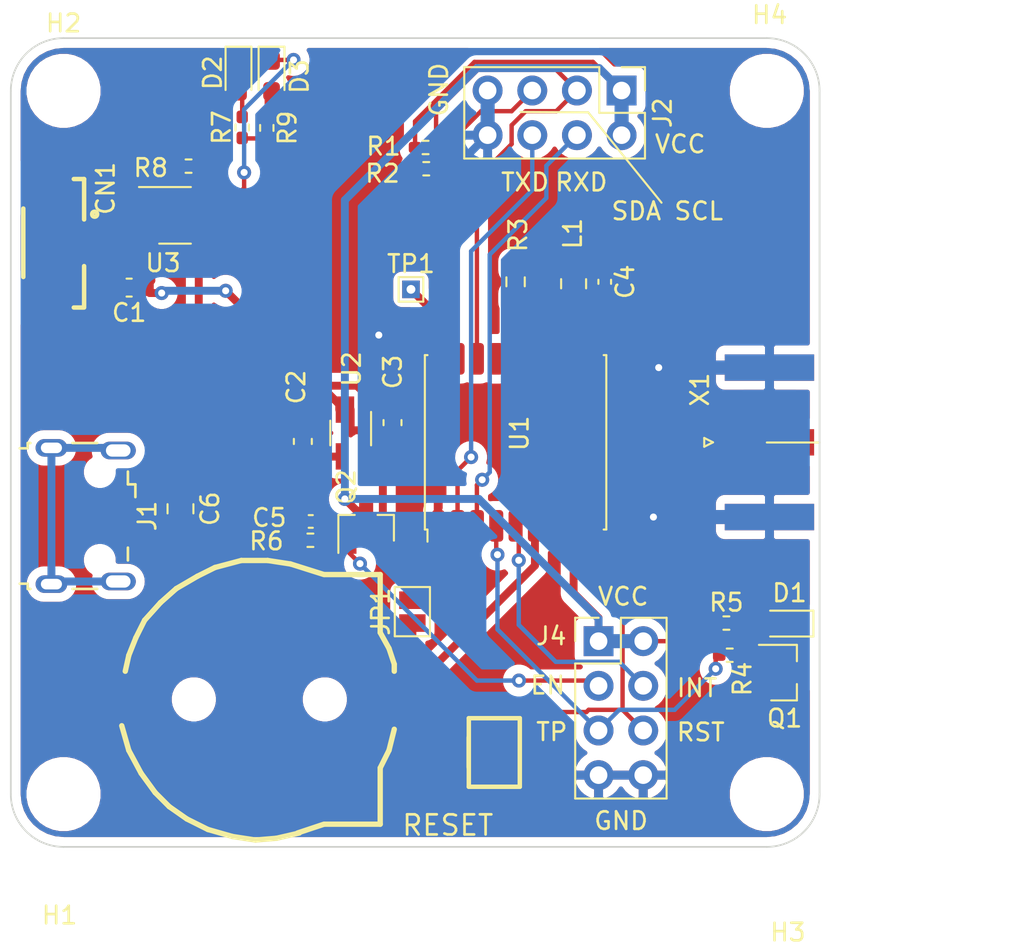
<source format=kicad_pcb>
(kicad_pcb (version 20171130) (host pcbnew "(5.1.10-1-10_14)")

  (general
    (thickness 1.6)
    (drawings 22)
    (tracks 209)
    (zones 0)
    (modules 37)
    (nets 29)
  )

  (page A4)
  (layers
    (0 F.Cu signal)
    (31 B.Cu signal)
    (32 B.Adhes user)
    (33 F.Adhes user)
    (34 B.Paste user)
    (35 F.Paste user)
    (36 B.SilkS user)
    (37 F.SilkS user)
    (38 B.Mask user)
    (39 F.Mask user)
    (40 Dwgs.User user)
    (41 Cmts.User user)
    (42 Eco1.User user)
    (43 Eco2.User user)
    (44 Edge.Cuts user)
    (45 Margin user)
    (46 B.CrtYd user)
    (47 F.CrtYd user)
    (48 B.Fab user hide)
    (49 F.Fab user hide)
  )

  (setup
    (last_trace_width 0.8)
    (user_trace_width 0.45)
    (user_trace_width 0.8)
    (trace_clearance 0.2)
    (zone_clearance 0.508)
    (zone_45_only no)
    (trace_min 0.2)
    (via_size 0.8)
    (via_drill 0.4)
    (via_min_size 0.4)
    (via_min_drill 0.3)
    (uvia_size 0.3)
    (uvia_drill 0.1)
    (uvias_allowed no)
    (uvia_min_size 0.2)
    (uvia_min_drill 0.1)
    (edge_width 0.05)
    (segment_width 0.2)
    (pcb_text_width 0.3)
    (pcb_text_size 1.5 1.5)
    (mod_edge_width 0.12)
    (mod_text_size 1 1)
    (mod_text_width 0.15)
    (pad_size 3.2 3.2)
    (pad_drill 3.2)
    (pad_to_mask_clearance 0)
    (aux_axis_origin 0 0)
    (visible_elements FFFFFF7F)
    (pcbplotparams
      (layerselection 0x010fc_ffffffff)
      (usegerberextensions false)
      (usegerberattributes true)
      (usegerberadvancedattributes true)
      (creategerberjobfile true)
      (excludeedgelayer true)
      (linewidth 0.100000)
      (plotframeref false)
      (viasonmask false)
      (mode 1)
      (useauxorigin false)
      (hpglpennumber 1)
      (hpglpenspeed 20)
      (hpglpendiameter 15.000000)
      (psnegative false)
      (psa4output false)
      (plotreference true)
      (plotvalue true)
      (plotinvisibletext false)
      (padsonsilk false)
      (subtractmaskfromsilk false)
      (outputformat 1)
      (mirror false)
      (drillshape 0)
      (scaleselection 1)
      (outputdirectory "maxm8q_board/"))
  )

  (net 0 "")
  (net 1 SDA)
  (net 2 SCL)
  (net 3 GND)
  (net 4 +BATT)
  (net 5 RXD)
  (net 6 TXD)
  (net 7 ANT)
  (net 8 "Net-(C4-Pad1)")
  (net 9 GPS_VCC)
  (net 10 VCC_RF)
  (net 11 SAFEBOOT)
  (net 12 RESET)
  (net 13 EXTINT)
  (net 14 "Net-(C2-Pad2)")
  (net 15 "Net-(D1-Pad2)")
  (net 16 "Net-(D1-Pad1)")
  (net 17 "Net-(Q1-Pad1)")
  (net 18 ENABLE)
  (net 19 "Net-(J1-Pad0)")
  (net 20 VBAT)
  (net 21 "Net-(D2-Pad2)")
  (net 22 "Net-(D2-Pad1)")
  (net 23 "Net-(D3-Pad2)")
  (net 24 "Net-(D3-Pad1)")
  (net 25 VBUS)
  (net 26 "Net-(R8-Pad1)")
  (net 27 +3V3)
  (net 28 TIMEPULSE)

  (net_class Default "This is the default net class."
    (clearance 0.2)
    (trace_width 0.25)
    (via_dia 0.8)
    (via_drill 0.4)
    (uvia_dia 0.3)
    (uvia_drill 0.1)
    (add_net +3V3)
    (add_net +BATT)
    (add_net ANT)
    (add_net ENABLE)
    (add_net EXTINT)
    (add_net GND)
    (add_net GPS_VCC)
    (add_net "Net-(C2-Pad2)")
    (add_net "Net-(C4-Pad1)")
    (add_net "Net-(D1-Pad1)")
    (add_net "Net-(D1-Pad2)")
    (add_net "Net-(D2-Pad1)")
    (add_net "Net-(D2-Pad2)")
    (add_net "Net-(D3-Pad1)")
    (add_net "Net-(D3-Pad2)")
    (add_net "Net-(J1-Pad0)")
    (add_net "Net-(Q1-Pad1)")
    (add_net "Net-(R8-Pad1)")
    (add_net RESET)
    (add_net RXD)
    (add_net SAFEBOOT)
    (add_net SCL)
    (add_net SDA)
    (add_net TIMEPULSE)
    (add_net TXD)
    (add_net VBAT)
    (add_net VBUS)
    (add_net VCC_RF)
  )

  (module TestPoint:TestPoint_THTPad_1.0x1.0mm_Drill0.5mm (layer F.Cu) (tedit 5A0F774F) (tstamp 60FD0E9F)
    (at 122.76 74.29)
    (descr "THT rectangular pad as test Point, square 1.0mm side length, hole diameter 0.5mm")
    (tags "test point THT pad rectangle square")
    (path /610B5F63)
    (attr virtual)
    (fp_text reference TP1 (at 0 -1.448) (layer F.SilkS)
      (effects (font (size 1 1) (thickness 0.15)))
    )
    (fp_text value TestPoint (at 0 1.55) (layer F.Fab)
      (effects (font (size 1 1) (thickness 0.15)))
    )
    (fp_text user %R (at 0 -1.45) (layer F.Fab)
      (effects (font (size 1 1) (thickness 0.15)))
    )
    (fp_line (start -0.7 -0.7) (end 0.7 -0.7) (layer F.SilkS) (width 0.12))
    (fp_line (start 0.7 -0.7) (end 0.7 0.7) (layer F.SilkS) (width 0.12))
    (fp_line (start 0.7 0.7) (end -0.7 0.7) (layer F.SilkS) (width 0.12))
    (fp_line (start -0.7 0.7) (end -0.7 -0.7) (layer F.SilkS) (width 0.12))
    (fp_line (start -1 -1) (end 1 -1) (layer F.CrtYd) (width 0.05))
    (fp_line (start -1 -1) (end -1 1) (layer F.CrtYd) (width 0.05))
    (fp_line (start 1 1) (end 1 -1) (layer F.CrtYd) (width 0.05))
    (fp_line (start 1 1) (end -1 1) (layer F.CrtYd) (width 0.05))
    (pad 1 thru_hole rect (at 0 0) (size 1 1) (drill 0.5) (layers *.Cu *.Mask)
      (net 11 SAFEBOOT))
  )

  (module Capacitor_SMD:C_0805_2012Metric_Pad1.18x1.45mm_HandSolder (layer F.Cu) (tedit 5F68FEEF) (tstamp 60FCF5AF)
    (at 109.65 86.77 270)
    (descr "Capacitor SMD 0805 (2012 Metric), square (rectangular) end terminal, IPC_7351 nominal with elongated pad for handsoldering. (Body size source: IPC-SM-782 page 76, https://www.pcb-3d.com/wordpress/wp-content/uploads/ipc-sm-782a_amendment_1_and_2.pdf, https://docs.google.com/spreadsheets/d/1BsfQQcO9C6DZCsRaXUlFlo91Tg2WpOkGARC1WS5S8t0/edit?usp=sharing), generated with kicad-footprint-generator")
    (tags "capacitor handsolder")
    (path /60FE9F11)
    (attr smd)
    (fp_text reference C6 (at 0 -1.68 90) (layer F.SilkS)
      (effects (font (size 1 1) (thickness 0.15)))
    )
    (fp_text value 10uf (at 0 1.68 90) (layer F.Fab)
      (effects (font (size 1 1) (thickness 0.15)))
    )
    (fp_text user %R (at 0 0 90) (layer F.Fab)
      (effects (font (size 0.5 0.5) (thickness 0.08)))
    )
    (fp_line (start -1 0.625) (end -1 -0.625) (layer F.Fab) (width 0.1))
    (fp_line (start -1 -0.625) (end 1 -0.625) (layer F.Fab) (width 0.1))
    (fp_line (start 1 -0.625) (end 1 0.625) (layer F.Fab) (width 0.1))
    (fp_line (start 1 0.625) (end -1 0.625) (layer F.Fab) (width 0.1))
    (fp_line (start -0.261252 -0.735) (end 0.261252 -0.735) (layer F.SilkS) (width 0.12))
    (fp_line (start -0.261252 0.735) (end 0.261252 0.735) (layer F.SilkS) (width 0.12))
    (fp_line (start -1.88 0.98) (end -1.88 -0.98) (layer F.CrtYd) (width 0.05))
    (fp_line (start -1.88 -0.98) (end 1.88 -0.98) (layer F.CrtYd) (width 0.05))
    (fp_line (start 1.88 -0.98) (end 1.88 0.98) (layer F.CrtYd) (width 0.05))
    (fp_line (start 1.88 0.98) (end -1.88 0.98) (layer F.CrtYd) (width 0.05))
    (pad 2 smd roundrect (at 1.0375 0 270) (size 1.175 1.45) (layers F.Cu F.Paste F.Mask) (roundrect_rratio 0.2127659574468085)
      (net 3 GND))
    (pad 1 smd roundrect (at -1.0375 0 270) (size 1.175 1.45) (layers F.Cu F.Paste F.Mask) (roundrect_rratio 0.2127659574468085)
      (net 25 VBUS))
    (model ${KISYS3DMOD}/Capacitor_SMD.3dshapes/C_0805_2012Metric.wrl
      (at (xyz 0 0 0))
      (scale (xyz 1 1 1))
      (rotate (xyz 0 0 0))
    )
  )

  (module Resistor_SMD:R_0402_1005Metric_Pad0.72x0.64mm_HandSolder (layer F.Cu) (tedit 5F6BB9E0) (tstamp 60F97A2D)
    (at 114.56 65.1075 270)
    (descr "Resistor SMD 0402 (1005 Metric), square (rectangular) end terminal, IPC_7351 nominal with elongated pad for handsoldering. (Body size source: IPC-SM-782 page 72, https://www.pcb-3d.com/wordpress/wp-content/uploads/ipc-sm-782a_amendment_1_and_2.pdf), generated with kicad-footprint-generator")
    (tags "resistor handsolder")
    (path /60FC1894)
    (attr smd)
    (fp_text reference R9 (at 0 -1.17 90) (layer F.SilkS)
      (effects (font (size 1 1) (thickness 0.15)))
    )
    (fp_text value 4k (at 0 1.17 90) (layer F.Fab)
      (effects (font (size 1 1) (thickness 0.15)))
    )
    (fp_text user %R (at 0 0 90) (layer F.Fab)
      (effects (font (size 0.26 0.26) (thickness 0.04)))
    )
    (fp_line (start -0.525 0.27) (end -0.525 -0.27) (layer F.Fab) (width 0.1))
    (fp_line (start -0.525 -0.27) (end 0.525 -0.27) (layer F.Fab) (width 0.1))
    (fp_line (start 0.525 -0.27) (end 0.525 0.27) (layer F.Fab) (width 0.1))
    (fp_line (start 0.525 0.27) (end -0.525 0.27) (layer F.Fab) (width 0.1))
    (fp_line (start -0.167621 -0.38) (end 0.167621 -0.38) (layer F.SilkS) (width 0.12))
    (fp_line (start -0.167621 0.38) (end 0.167621 0.38) (layer F.SilkS) (width 0.12))
    (fp_line (start -1.1 0.47) (end -1.1 -0.47) (layer F.CrtYd) (width 0.05))
    (fp_line (start -1.1 -0.47) (end 1.1 -0.47) (layer F.CrtYd) (width 0.05))
    (fp_line (start 1.1 -0.47) (end 1.1 0.47) (layer F.CrtYd) (width 0.05))
    (fp_line (start 1.1 0.47) (end -1.1 0.47) (layer F.CrtYd) (width 0.05))
    (pad 2 smd roundrect (at 0.5975 0 270) (size 0.715 0.64) (layers F.Cu F.Paste F.Mask) (roundrect_rratio 0.25)
      (net 25 VBUS))
    (pad 1 smd roundrect (at -0.5975 0 270) (size 0.715 0.64) (layers F.Cu F.Paste F.Mask) (roundrect_rratio 0.25)
      (net 23 "Net-(D3-Pad2)"))
    (model ${KISYS3DMOD}/Resistor_SMD.3dshapes/R_0402_1005Metric.wrl
      (at (xyz 0 0 0))
      (scale (xyz 1 1 1))
      (rotate (xyz 0 0 0))
    )
  )

  (module Resistor_SMD:R_0402_1005Metric_Pad0.72x0.64mm_HandSolder (layer F.Cu) (tedit 5F6BB9E0) (tstamp 60F97A1C)
    (at 110.11 67.28 180)
    (descr "Resistor SMD 0402 (1005 Metric), square (rectangular) end terminal, IPC_7351 nominal with elongated pad for handsoldering. (Body size source: IPC-SM-782 page 72, https://www.pcb-3d.com/wordpress/wp-content/uploads/ipc-sm-782a_amendment_1_and_2.pdf), generated with kicad-footprint-generator")
    (tags "resistor handsolder")
    (path /60FB70A1)
    (attr smd)
    (fp_text reference R8 (at 2.15 -0.1) (layer F.SilkS)
      (effects (font (size 1 1) (thickness 0.15)))
    )
    (fp_text value 4k (at 0 1.17) (layer F.Fab)
      (effects (font (size 1 1) (thickness 0.15)))
    )
    (fp_text user %R (at 0 0) (layer F.Fab)
      (effects (font (size 0.26 0.26) (thickness 0.04)))
    )
    (fp_line (start -0.525 0.27) (end -0.525 -0.27) (layer F.Fab) (width 0.1))
    (fp_line (start -0.525 -0.27) (end 0.525 -0.27) (layer F.Fab) (width 0.1))
    (fp_line (start 0.525 -0.27) (end 0.525 0.27) (layer F.Fab) (width 0.1))
    (fp_line (start 0.525 0.27) (end -0.525 0.27) (layer F.Fab) (width 0.1))
    (fp_line (start -0.167621 -0.38) (end 0.167621 -0.38) (layer F.SilkS) (width 0.12))
    (fp_line (start -0.167621 0.38) (end 0.167621 0.38) (layer F.SilkS) (width 0.12))
    (fp_line (start -1.1 0.47) (end -1.1 -0.47) (layer F.CrtYd) (width 0.05))
    (fp_line (start -1.1 -0.47) (end 1.1 -0.47) (layer F.CrtYd) (width 0.05))
    (fp_line (start 1.1 -0.47) (end 1.1 0.47) (layer F.CrtYd) (width 0.05))
    (fp_line (start 1.1 0.47) (end -1.1 0.47) (layer F.CrtYd) (width 0.05))
    (pad 2 smd roundrect (at 0.5975 0 180) (size 0.715 0.64) (layers F.Cu F.Paste F.Mask) (roundrect_rratio 0.25)
      (net 3 GND))
    (pad 1 smd roundrect (at -0.5975 0 180) (size 0.715 0.64) (layers F.Cu F.Paste F.Mask) (roundrect_rratio 0.25)
      (net 26 "Net-(R8-Pad1)"))
    (model ${KISYS3DMOD}/Resistor_SMD.3dshapes/R_0402_1005Metric.wrl
      (at (xyz 0 0 0))
      (scale (xyz 1 1 1))
      (rotate (xyz 0 0 0))
    )
  )

  (module Resistor_SMD:R_0402_1005Metric_Pad0.72x0.64mm_HandSolder (layer F.Cu) (tedit 5F6BB9E0) (tstamp 60F97A0B)
    (at 113.16 65.08 90)
    (descr "Resistor SMD 0402 (1005 Metric), square (rectangular) end terminal, IPC_7351 nominal with elongated pad for handsoldering. (Body size source: IPC-SM-782 page 72, https://www.pcb-3d.com/wordpress/wp-content/uploads/ipc-sm-782a_amendment_1_and_2.pdf), generated with kicad-footprint-generator")
    (tags "resistor handsolder")
    (path /60FC756F)
    (attr smd)
    (fp_text reference R7 (at 0 -1.17 90) (layer F.SilkS)
      (effects (font (size 1 1) (thickness 0.15)))
    )
    (fp_text value 4k (at 0 1.17 90) (layer F.Fab)
      (effects (font (size 1 1) (thickness 0.15)))
    )
    (fp_text user %R (at 0 0 90) (layer F.Fab)
      (effects (font (size 0.26 0.26) (thickness 0.04)))
    )
    (fp_line (start -0.525 0.27) (end -0.525 -0.27) (layer F.Fab) (width 0.1))
    (fp_line (start -0.525 -0.27) (end 0.525 -0.27) (layer F.Fab) (width 0.1))
    (fp_line (start 0.525 -0.27) (end 0.525 0.27) (layer F.Fab) (width 0.1))
    (fp_line (start 0.525 0.27) (end -0.525 0.27) (layer F.Fab) (width 0.1))
    (fp_line (start -0.167621 -0.38) (end 0.167621 -0.38) (layer F.SilkS) (width 0.12))
    (fp_line (start -0.167621 0.38) (end 0.167621 0.38) (layer F.SilkS) (width 0.12))
    (fp_line (start -1.1 0.47) (end -1.1 -0.47) (layer F.CrtYd) (width 0.05))
    (fp_line (start -1.1 -0.47) (end 1.1 -0.47) (layer F.CrtYd) (width 0.05))
    (fp_line (start 1.1 -0.47) (end 1.1 0.47) (layer F.CrtYd) (width 0.05))
    (fp_line (start 1.1 0.47) (end -1.1 0.47) (layer F.CrtYd) (width 0.05))
    (pad 2 smd roundrect (at 0.5975 0 90) (size 0.715 0.64) (layers F.Cu F.Paste F.Mask) (roundrect_rratio 0.25)
      (net 21 "Net-(D2-Pad2)"))
    (pad 1 smd roundrect (at -0.5975 0 90) (size 0.715 0.64) (layers F.Cu F.Paste F.Mask) (roundrect_rratio 0.25)
      (net 25 VBUS))
    (model ${KISYS3DMOD}/Resistor_SMD.3dshapes/R_0402_1005Metric.wrl
      (at (xyz 0 0 0))
      (scale (xyz 1 1 1))
      (rotate (xyz 0 0 0))
    )
  )

  (module Resistor_SMD:R_0402_1005Metric_Pad0.72x0.64mm_HandSolder (layer F.Cu) (tedit 5F6BB9E0) (tstamp 60F59E86)
    (at 117.04 88.56 180)
    (descr "Resistor SMD 0402 (1005 Metric), square (rectangular) end terminal, IPC_7351 nominal with elongated pad for handsoldering. (Body size source: IPC-SM-782 page 72, https://www.pcb-3d.com/wordpress/wp-content/uploads/ipc-sm-782a_amendment_1_and_2.pdf), generated with kicad-footprint-generator")
    (tags "resistor handsolder")
    (path /60FA86EE)
    (attr smd)
    (fp_text reference R6 (at 2.5 -0.05) (layer F.SilkS)
      (effects (font (size 1 1) (thickness 0.15)))
    )
    (fp_text value 1k (at 0 1.17) (layer F.Fab)
      (effects (font (size 1 1) (thickness 0.15)))
    )
    (fp_text user %R (at 0 0) (layer F.Fab)
      (effects (font (size 0.26 0.26) (thickness 0.04)))
    )
    (fp_line (start -0.525 0.27) (end -0.525 -0.27) (layer F.Fab) (width 0.1))
    (fp_line (start -0.525 -0.27) (end 0.525 -0.27) (layer F.Fab) (width 0.1))
    (fp_line (start 0.525 -0.27) (end 0.525 0.27) (layer F.Fab) (width 0.1))
    (fp_line (start 0.525 0.27) (end -0.525 0.27) (layer F.Fab) (width 0.1))
    (fp_line (start -0.167621 -0.38) (end 0.167621 -0.38) (layer F.SilkS) (width 0.12))
    (fp_line (start -0.167621 0.38) (end 0.167621 0.38) (layer F.SilkS) (width 0.12))
    (fp_line (start -1.1 0.47) (end -1.1 -0.47) (layer F.CrtYd) (width 0.05))
    (fp_line (start -1.1 -0.47) (end 1.1 -0.47) (layer F.CrtYd) (width 0.05))
    (fp_line (start 1.1 -0.47) (end 1.1 0.47) (layer F.CrtYd) (width 0.05))
    (fp_line (start 1.1 0.47) (end -1.1 0.47) (layer F.CrtYd) (width 0.05))
    (pad 2 smd roundrect (at 0.5975 0 180) (size 0.715 0.64) (layers F.Cu F.Paste F.Mask) (roundrect_rratio 0.25)
      (net 3 GND))
    (pad 1 smd roundrect (at -0.5975 0 180) (size 0.715 0.64) (layers F.Cu F.Paste F.Mask) (roundrect_rratio 0.25)
      (net 18 ENABLE))
    (model ${KISYS3DMOD}/Resistor_SMD.3dshapes/R_0402_1005Metric.wrl
      (at (xyz 0 0 0))
      (scale (xyz 1 1 1))
      (rotate (xyz 0 0 0))
    )
  )

  (module Resistor_SMD:R_0402_1005Metric_Pad0.72x0.64mm_HandSolder (layer F.Cu) (tedit 5F6BB9E0) (tstamp 60F598C0)
    (at 140.7 93.27)
    (descr "Resistor SMD 0402 (1005 Metric), square (rectangular) end terminal, IPC_7351 nominal with elongated pad for handsoldering. (Body size source: IPC-SM-782 page 72, https://www.pcb-3d.com/wordpress/wp-content/uploads/ipc-sm-782a_amendment_1_and_2.pdf), generated with kicad-footprint-generator")
    (tags "resistor handsolder")
    (path /60F9C1ED)
    (attr smd)
    (fp_text reference R5 (at 0 -1.17) (layer F.SilkS)
      (effects (font (size 1 1) (thickness 0.15)))
    )
    (fp_text value 1k (at 0 1.17) (layer F.Fab)
      (effects (font (size 1 1) (thickness 0.15)))
    )
    (fp_text user %R (at 0 0) (layer F.Fab)
      (effects (font (size 0.26 0.26) (thickness 0.04)))
    )
    (fp_line (start -0.525 0.27) (end -0.525 -0.27) (layer F.Fab) (width 0.1))
    (fp_line (start -0.525 -0.27) (end 0.525 -0.27) (layer F.Fab) (width 0.1))
    (fp_line (start 0.525 -0.27) (end 0.525 0.27) (layer F.Fab) (width 0.1))
    (fp_line (start 0.525 0.27) (end -0.525 0.27) (layer F.Fab) (width 0.1))
    (fp_line (start -0.167621 -0.38) (end 0.167621 -0.38) (layer F.SilkS) (width 0.12))
    (fp_line (start -0.167621 0.38) (end 0.167621 0.38) (layer F.SilkS) (width 0.12))
    (fp_line (start -1.1 0.47) (end -1.1 -0.47) (layer F.CrtYd) (width 0.05))
    (fp_line (start -1.1 -0.47) (end 1.1 -0.47) (layer F.CrtYd) (width 0.05))
    (fp_line (start 1.1 -0.47) (end 1.1 0.47) (layer F.CrtYd) (width 0.05))
    (fp_line (start 1.1 0.47) (end -1.1 0.47) (layer F.CrtYd) (width 0.05))
    (pad 2 smd roundrect (at 0.5975 0) (size 0.715 0.64) (layers F.Cu F.Paste F.Mask) (roundrect_rratio 0.25)
      (net 15 "Net-(D1-Pad2)"))
    (pad 1 smd roundrect (at -0.5975 0) (size 0.715 0.64) (layers F.Cu F.Paste F.Mask) (roundrect_rratio 0.25)
      (net 9 GPS_VCC))
    (model ${KISYS3DMOD}/Resistor_SMD.3dshapes/R_0402_1005Metric.wrl
      (at (xyz 0 0 0))
      (scale (xyz 1 1 1))
      (rotate (xyz 0 0 0))
    )
  )

  (module Resistor_SMD:R_0402_1005Metric_Pad0.72x0.64mm_HandSolder (layer F.Cu) (tedit 5F6BB9E0) (tstamp 60F598AF)
    (at 140.89 95.1)
    (descr "Resistor SMD 0402 (1005 Metric), square (rectangular) end terminal, IPC_7351 nominal with elongated pad for handsoldering. (Body size source: IPC-SM-782 page 72, https://www.pcb-3d.com/wordpress/wp-content/uploads/ipc-sm-782a_amendment_1_and_2.pdf), generated with kicad-footprint-generator")
    (tags "resistor handsolder")
    (path /60F95B2B)
    (attr smd)
    (fp_text reference R4 (at 0.72 1.35 90) (layer F.SilkS)
      (effects (font (size 1 1) (thickness 0.15)))
    )
    (fp_text value 1k (at 0 1.17) (layer F.Fab)
      (effects (font (size 1 1) (thickness 0.15)))
    )
    (fp_text user %R (at 0 0) (layer F.Fab)
      (effects (font (size 0.26 0.26) (thickness 0.04)))
    )
    (fp_line (start -0.525 0.27) (end -0.525 -0.27) (layer F.Fab) (width 0.1))
    (fp_line (start -0.525 -0.27) (end 0.525 -0.27) (layer F.Fab) (width 0.1))
    (fp_line (start 0.525 -0.27) (end 0.525 0.27) (layer F.Fab) (width 0.1))
    (fp_line (start 0.525 0.27) (end -0.525 0.27) (layer F.Fab) (width 0.1))
    (fp_line (start -0.167621 -0.38) (end 0.167621 -0.38) (layer F.SilkS) (width 0.12))
    (fp_line (start -0.167621 0.38) (end 0.167621 0.38) (layer F.SilkS) (width 0.12))
    (fp_line (start -1.1 0.47) (end -1.1 -0.47) (layer F.CrtYd) (width 0.05))
    (fp_line (start -1.1 -0.47) (end 1.1 -0.47) (layer F.CrtYd) (width 0.05))
    (fp_line (start 1.1 -0.47) (end 1.1 0.47) (layer F.CrtYd) (width 0.05))
    (fp_line (start 1.1 0.47) (end -1.1 0.47) (layer F.CrtYd) (width 0.05))
    (pad 2 smd roundrect (at 0.5975 0) (size 0.715 0.64) (layers F.Cu F.Paste F.Mask) (roundrect_rratio 0.25)
      (net 17 "Net-(Q1-Pad1)"))
    (pad 1 smd roundrect (at -0.5975 0) (size 0.715 0.64) (layers F.Cu F.Paste F.Mask) (roundrect_rratio 0.25)
      (net 28 TIMEPULSE))
    (model ${KISYS3DMOD}/Resistor_SMD.3dshapes/R_0402_1005Metric.wrl
      (at (xyz 0 0 0))
      (scale (xyz 1 1 1))
      (rotate (xyz 0 0 0))
    )
  )

  (module Resistor_SMD:R_0402_1005Metric_Pad0.72x0.64mm_HandSolder (layer F.Cu) (tedit 5F6BB9E0) (tstamp 60F59453)
    (at 123.63 67.43 180)
    (descr "Resistor SMD 0402 (1005 Metric), square (rectangular) end terminal, IPC_7351 nominal with elongated pad for handsoldering. (Body size source: IPC-SM-782 page 72, https://www.pcb-3d.com/wordpress/wp-content/uploads/ipc-sm-782a_amendment_1_and_2.pdf), generated with kicad-footprint-generator")
    (tags "resistor handsolder")
    (path /60F88CAA)
    (attr smd)
    (fp_text reference R2 (at 2.49 -0.27) (layer F.SilkS)
      (effects (font (size 1 1) (thickness 0.15)))
    )
    (fp_text value 1k (at 0 1.17) (layer F.Fab)
      (effects (font (size 1 1) (thickness 0.15)))
    )
    (fp_text user %R (at 0 0) (layer F.Fab)
      (effects (font (size 0.26 0.26) (thickness 0.04)))
    )
    (fp_line (start -0.525 0.27) (end -0.525 -0.27) (layer F.Fab) (width 0.1))
    (fp_line (start -0.525 -0.27) (end 0.525 -0.27) (layer F.Fab) (width 0.1))
    (fp_line (start 0.525 -0.27) (end 0.525 0.27) (layer F.Fab) (width 0.1))
    (fp_line (start 0.525 0.27) (end -0.525 0.27) (layer F.Fab) (width 0.1))
    (fp_line (start -0.167621 -0.38) (end 0.167621 -0.38) (layer F.SilkS) (width 0.12))
    (fp_line (start -0.167621 0.38) (end 0.167621 0.38) (layer F.SilkS) (width 0.12))
    (fp_line (start -1.1 0.47) (end -1.1 -0.47) (layer F.CrtYd) (width 0.05))
    (fp_line (start -1.1 -0.47) (end 1.1 -0.47) (layer F.CrtYd) (width 0.05))
    (fp_line (start 1.1 -0.47) (end 1.1 0.47) (layer F.CrtYd) (width 0.05))
    (fp_line (start 1.1 0.47) (end -1.1 0.47) (layer F.CrtYd) (width 0.05))
    (pad 2 smd roundrect (at 0.5975 0 180) (size 0.715 0.64) (layers F.Cu F.Paste F.Mask) (roundrect_rratio 0.25)
      (net 9 GPS_VCC))
    (pad 1 smd roundrect (at -0.5975 0 180) (size 0.715 0.64) (layers F.Cu F.Paste F.Mask) (roundrect_rratio 0.25)
      (net 1 SDA))
    (model ${KISYS3DMOD}/Resistor_SMD.3dshapes/R_0402_1005Metric.wrl
      (at (xyz 0 0 0))
      (scale (xyz 1 1 1))
      (rotate (xyz 0 0 0))
    )
  )

  (module Resistor_SMD:R_0402_1005Metric_Pad0.72x0.64mm_HandSolder (layer F.Cu) (tedit 5F6BB9E0) (tstamp 60F59442)
    (at 123.59 66.22 180)
    (descr "Resistor SMD 0402 (1005 Metric), square (rectangular) end terminal, IPC_7351 nominal with elongated pad for handsoldering. (Body size source: IPC-SM-782 page 72, https://www.pcb-3d.com/wordpress/wp-content/uploads/ipc-sm-782a_amendment_1_and_2.pdf), generated with kicad-footprint-generator")
    (tags "resistor handsolder")
    (path /60F88438)
    (attr smd)
    (fp_text reference R1 (at 2.39 0.06) (layer F.SilkS)
      (effects (font (size 1 1) (thickness 0.15)))
    )
    (fp_text value 1k (at 0 1.17) (layer F.Fab)
      (effects (font (size 1 1) (thickness 0.15)))
    )
    (fp_text user %R (at 0 0) (layer F.Fab)
      (effects (font (size 0.26 0.26) (thickness 0.04)))
    )
    (fp_line (start -0.525 0.27) (end -0.525 -0.27) (layer F.Fab) (width 0.1))
    (fp_line (start -0.525 -0.27) (end 0.525 -0.27) (layer F.Fab) (width 0.1))
    (fp_line (start 0.525 -0.27) (end 0.525 0.27) (layer F.Fab) (width 0.1))
    (fp_line (start 0.525 0.27) (end -0.525 0.27) (layer F.Fab) (width 0.1))
    (fp_line (start -0.167621 -0.38) (end 0.167621 -0.38) (layer F.SilkS) (width 0.12))
    (fp_line (start -0.167621 0.38) (end 0.167621 0.38) (layer F.SilkS) (width 0.12))
    (fp_line (start -1.1 0.47) (end -1.1 -0.47) (layer F.CrtYd) (width 0.05))
    (fp_line (start -1.1 -0.47) (end 1.1 -0.47) (layer F.CrtYd) (width 0.05))
    (fp_line (start 1.1 -0.47) (end 1.1 0.47) (layer F.CrtYd) (width 0.05))
    (fp_line (start 1.1 0.47) (end -1.1 0.47) (layer F.CrtYd) (width 0.05))
    (pad 2 smd roundrect (at 0.5975 0 180) (size 0.715 0.64) (layers F.Cu F.Paste F.Mask) (roundrect_rratio 0.25)
      (net 9 GPS_VCC))
    (pad 1 smd roundrect (at -0.5975 0 180) (size 0.715 0.64) (layers F.Cu F.Paste F.Mask) (roundrect_rratio 0.25)
      (net 2 SCL))
    (model ${KISYS3DMOD}/Resistor_SMD.3dshapes/R_0402_1005Metric.wrl
      (at (xyz 0 0 0))
      (scale (xyz 1 1 1))
      (rotate (xyz 0 0 0))
    )
  )

  (module Capacitor_SMD:C_0402_1005Metric_Pad0.74x0.62mm_HandSolder (layer F.Cu) (tedit 5F6BB22C) (tstamp 60F59D54)
    (at 117.06 87.49 180)
    (descr "Capacitor SMD 0402 (1005 Metric), square (rectangular) end terminal, IPC_7351 nominal with elongated pad for handsoldering. (Body size source: IPC-SM-782 page 76, https://www.pcb-3d.com/wordpress/wp-content/uploads/ipc-sm-782a_amendment_1_and_2.pdf), generated with kicad-footprint-generator")
    (tags "capacitor handsolder")
    (path /60FAA432)
    (attr smd)
    (fp_text reference C5 (at 2.36 0.21) (layer F.SilkS)
      (effects (font (size 1 1) (thickness 0.15)))
    )
    (fp_text value 10nf (at 0 1.16) (layer F.Fab)
      (effects (font (size 1 1) (thickness 0.15)))
    )
    (fp_text user %R (at 0 0) (layer F.Fab)
      (effects (font (size 0.25 0.25) (thickness 0.04)))
    )
    (fp_line (start -0.5 0.25) (end -0.5 -0.25) (layer F.Fab) (width 0.1))
    (fp_line (start -0.5 -0.25) (end 0.5 -0.25) (layer F.Fab) (width 0.1))
    (fp_line (start 0.5 -0.25) (end 0.5 0.25) (layer F.Fab) (width 0.1))
    (fp_line (start 0.5 0.25) (end -0.5 0.25) (layer F.Fab) (width 0.1))
    (fp_line (start -0.115835 -0.36) (end 0.115835 -0.36) (layer F.SilkS) (width 0.12))
    (fp_line (start -0.115835 0.36) (end 0.115835 0.36) (layer F.SilkS) (width 0.12))
    (fp_line (start -1.08 0.46) (end -1.08 -0.46) (layer F.CrtYd) (width 0.05))
    (fp_line (start -1.08 -0.46) (end 1.08 -0.46) (layer F.CrtYd) (width 0.05))
    (fp_line (start 1.08 -0.46) (end 1.08 0.46) (layer F.CrtYd) (width 0.05))
    (fp_line (start 1.08 0.46) (end -1.08 0.46) (layer F.CrtYd) (width 0.05))
    (pad 2 smd roundrect (at 0.5675 0 180) (size 0.735 0.62) (layers F.Cu F.Paste F.Mask) (roundrect_rratio 0.25)
      (net 3 GND))
    (pad 1 smd roundrect (at -0.5675 0 180) (size 0.735 0.62) (layers F.Cu F.Paste F.Mask) (roundrect_rratio 0.25)
      (net 9 GPS_VCC))
    (model ${KISYS3DMOD}/Capacitor_SMD.3dshapes/C_0402_1005Metric.wrl
      (at (xyz 0 0 0))
      (scale (xyz 1 1 1))
      (rotate (xyz 0 0 0))
    )
  )

  (module Capacitor_SMD:C_0402_1005Metric_Pad0.74x0.62mm_HandSolder (layer F.Cu) (tedit 5F6BB22C) (tstamp 60F59420)
    (at 133.78 73.86 270)
    (descr "Capacitor SMD 0402 (1005 Metric), square (rectangular) end terminal, IPC_7351 nominal with elongated pad for handsoldering. (Body size source: IPC-SM-782 page 76, https://www.pcb-3d.com/wordpress/wp-content/uploads/ipc-sm-782a_amendment_1_and_2.pdf), generated with kicad-footprint-generator")
    (tags "capacitor handsolder")
    (path /60F61433)
    (attr smd)
    (fp_text reference C4 (at 0 -1.16 90) (layer F.SilkS)
      (effects (font (size 1 1) (thickness 0.15)))
    )
    (fp_text value 10nf (at 0 1.16 90) (layer F.Fab)
      (effects (font (size 1 1) (thickness 0.15)))
    )
    (fp_text user %R (at 0 0 90) (layer F.Fab)
      (effects (font (size 0.25 0.25) (thickness 0.04)))
    )
    (fp_line (start -0.5 0.25) (end -0.5 -0.25) (layer F.Fab) (width 0.1))
    (fp_line (start -0.5 -0.25) (end 0.5 -0.25) (layer F.Fab) (width 0.1))
    (fp_line (start 0.5 -0.25) (end 0.5 0.25) (layer F.Fab) (width 0.1))
    (fp_line (start 0.5 0.25) (end -0.5 0.25) (layer F.Fab) (width 0.1))
    (fp_line (start -0.115835 -0.36) (end 0.115835 -0.36) (layer F.SilkS) (width 0.12))
    (fp_line (start -0.115835 0.36) (end 0.115835 0.36) (layer F.SilkS) (width 0.12))
    (fp_line (start -1.08 0.46) (end -1.08 -0.46) (layer F.CrtYd) (width 0.05))
    (fp_line (start -1.08 -0.46) (end 1.08 -0.46) (layer F.CrtYd) (width 0.05))
    (fp_line (start 1.08 -0.46) (end 1.08 0.46) (layer F.CrtYd) (width 0.05))
    (fp_line (start 1.08 0.46) (end -1.08 0.46) (layer F.CrtYd) (width 0.05))
    (pad 2 smd roundrect (at 0.5675 0 270) (size 0.735 0.62) (layers F.Cu F.Paste F.Mask) (roundrect_rratio 0.25)
      (net 3 GND))
    (pad 1 smd roundrect (at -0.5675 0 270) (size 0.735 0.62) (layers F.Cu F.Paste F.Mask) (roundrect_rratio 0.25)
      (net 8 "Net-(C4-Pad1)"))
    (model ${KISYS3DMOD}/Capacitor_SMD.3dshapes/C_0402_1005Metric.wrl
      (at (xyz 0 0 0))
      (scale (xyz 1 1 1))
      (rotate (xyz 0 0 0))
    )
  )

  (module MountingHole:MountingHole_3.2mm_M3_ISO7380 (layer F.Cu) (tedit 56D1B4CB) (tstamp 60FD1CEE)
    (at 143 63)
    (descr "Mounting Hole 3.2mm, no annular, M3, ISO7380")
    (tags "mounting hole 3.2mm no annular m3 iso7380")
    (path /610C61F5)
    (attr virtual)
    (fp_text reference H4 (at 0.16 -4.32) (layer F.SilkS)
      (effects (font (size 1 1) (thickness 0.15)))
    )
    (fp_text value MountingHole (at 0 3.85) (layer F.Fab)
      (effects (font (size 1 1) (thickness 0.15)))
    )
    (fp_circle (center 0 0) (end 3.1 0) (layer F.CrtYd) (width 0.05))
    (fp_circle (center 0 0) (end 2.85 0) (layer Cmts.User) (width 0.15))
    (fp_text user %R (at 0.3 0) (layer F.Fab)
      (effects (font (size 1 1) (thickness 0.15)))
    )
    (pad 1 np_thru_hole circle (at 0 0) (size 3.2 3.2) (drill 3.2) (layers *.Cu *.Mask))
  )

  (module MountingHole:MountingHole_3.2mm_M3_ISO7380 (layer F.Cu) (tedit 56D1B4CB) (tstamp 60FD1CE6)
    (at 143 103)
    (descr "Mounting Hole 3.2mm, no annular, M3, ISO7380")
    (tags "mounting hole 3.2mm no annular m3 iso7380")
    (path /610C655F)
    (attr virtual)
    (fp_text reference H3 (at 1.2 7.86) (layer F.SilkS)
      (effects (font (size 1 1) (thickness 0.15)))
    )
    (fp_text value MountingHole (at 0 3.85) (layer F.Fab)
      (effects (font (size 1 1) (thickness 0.15)))
    )
    (fp_circle (center 0 0) (end 3.1 0) (layer F.CrtYd) (width 0.05))
    (fp_circle (center 0 0) (end 2.85 0) (layer Cmts.User) (width 0.15))
    (fp_text user %R (at 0.3 0) (layer F.Fab)
      (effects (font (size 1 1) (thickness 0.15)))
    )
    (pad 1 np_thru_hole circle (at 0 0) (size 3.2 3.2) (drill 3.2) (layers *.Cu *.Mask))
  )

  (module MountingHole:MountingHole_3.2mm_M3_ISO7380 (layer F.Cu) (tedit 56D1B4CB) (tstamp 60FD1CDE)
    (at 103 63)
    (descr "Mounting Hole 3.2mm, no annular, M3, ISO7380")
    (tags "mounting hole 3.2mm no annular m3 iso7380")
    (path /610C6A4D)
    (attr virtual)
    (fp_text reference H2 (at 0 -3.85) (layer F.SilkS)
      (effects (font (size 1 1) (thickness 0.15)))
    )
    (fp_text value MountingHole (at 0 3.85) (layer F.Fab)
      (effects (font (size 1 1) (thickness 0.15)))
    )
    (fp_circle (center 0 0) (end 3.1 0) (layer F.CrtYd) (width 0.05))
    (fp_circle (center 0 0) (end 2.85 0) (layer Cmts.User) (width 0.15))
    (fp_text user %R (at 0.3 0) (layer F.Fab)
      (effects (font (size 1 1) (thickness 0.15)))
    )
    (pad 1 np_thru_hole circle (at 0 0) (size 3.2 3.2) (drill 3.2) (layers *.Cu *.Mask))
  )

  (module MountingHole:MountingHole_3.2mm_M3_ISO7380 (layer F.Cu) (tedit 56D1B4CB) (tstamp 60FD1CD6)
    (at 103 103)
    (descr "Mounting Hole 3.2mm, no annular, M3, ISO7380")
    (tags "mounting hole 3.2mm no annular m3 iso7380")
    (path /610C6C9B)
    (attr virtual)
    (fp_text reference H1 (at -0.23 6.89) (layer F.SilkS)
      (effects (font (size 1 1) (thickness 0.15)))
    )
    (fp_text value MountingHole (at 0 3.85) (layer F.Fab)
      (effects (font (size 1 1) (thickness 0.15)))
    )
    (fp_circle (center 0 0) (end 3.1 0) (layer F.CrtYd) (width 0.05))
    (fp_circle (center 0 0) (end 2.85 0) (layer Cmts.User) (width 0.15))
    (fp_text user %R (at 0.3 0) (layer F.Fab)
      (effects (font (size 1 1) (thickness 0.15)))
    )
    (pad 1 np_thru_hole circle (at 0 0) (size 3.2 3.2) (drill 3.2) (layers *.Cu *.Mask))
  )

  (module Connector_PinHeader_2.54mm:PinHeader_2x04_P2.54mm_Vertical (layer F.Cu) (tedit 59FED5CC) (tstamp 60FD0C9A)
    (at 134.74 62.98 270)
    (descr "Through hole straight pin header, 2x04, 2.54mm pitch, double rows")
    (tags "Through hole pin header THT 2x04 2.54mm double row")
    (path /61074E53)
    (fp_text reference J2 (at 1.27 -2.33 90) (layer F.SilkS)
      (effects (font (size 1 1) (thickness 0.15)))
    )
    (fp_text value Conn_02x04_Odd_Even (at 1.27 9.95 90) (layer F.Fab)
      (effects (font (size 1 1) (thickness 0.15)))
    )
    (fp_line (start 0 -1.27) (end 3.81 -1.27) (layer F.Fab) (width 0.1))
    (fp_line (start 3.81 -1.27) (end 3.81 8.89) (layer F.Fab) (width 0.1))
    (fp_line (start 3.81 8.89) (end -1.27 8.89) (layer F.Fab) (width 0.1))
    (fp_line (start -1.27 8.89) (end -1.27 0) (layer F.Fab) (width 0.1))
    (fp_line (start -1.27 0) (end 0 -1.27) (layer F.Fab) (width 0.1))
    (fp_line (start -1.33 8.95) (end 3.87 8.95) (layer F.SilkS) (width 0.12))
    (fp_line (start -1.33 1.27) (end -1.33 8.95) (layer F.SilkS) (width 0.12))
    (fp_line (start 3.87 -1.33) (end 3.87 8.95) (layer F.SilkS) (width 0.12))
    (fp_line (start -1.33 1.27) (end 1.27 1.27) (layer F.SilkS) (width 0.12))
    (fp_line (start 1.27 1.27) (end 1.27 -1.33) (layer F.SilkS) (width 0.12))
    (fp_line (start 1.27 -1.33) (end 3.87 -1.33) (layer F.SilkS) (width 0.12))
    (fp_line (start -1.33 0) (end -1.33 -1.33) (layer F.SilkS) (width 0.12))
    (fp_line (start -1.33 -1.33) (end 0 -1.33) (layer F.SilkS) (width 0.12))
    (fp_line (start -1.8 -1.8) (end -1.8 9.4) (layer F.CrtYd) (width 0.05))
    (fp_line (start -1.8 9.4) (end 4.35 9.4) (layer F.CrtYd) (width 0.05))
    (fp_line (start 4.35 9.4) (end 4.35 -1.8) (layer F.CrtYd) (width 0.05))
    (fp_line (start 4.35 -1.8) (end -1.8 -1.8) (layer F.CrtYd) (width 0.05))
    (fp_text user %R (at 1.27 3.81) (layer F.Fab)
      (effects (font (size 1 1) (thickness 0.15)))
    )
    (pad 8 thru_hole oval (at 2.54 7.62 270) (size 1.7 1.7) (drill 1) (layers *.Cu *.Mask)
      (net 3 GND))
    (pad 7 thru_hole oval (at 0 7.62 270) (size 1.7 1.7) (drill 1) (layers *.Cu *.Mask)
      (net 3 GND))
    (pad 6 thru_hole oval (at 2.54 5.08 270) (size 1.7 1.7) (drill 1) (layers *.Cu *.Mask)
      (net 6 TXD))
    (pad 5 thru_hole oval (at 0 5.08 270) (size 1.7 1.7) (drill 1) (layers *.Cu *.Mask)
      (net 1 SDA))
    (pad 4 thru_hole oval (at 2.54 2.54 270) (size 1.7 1.7) (drill 1) (layers *.Cu *.Mask)
      (net 5 RXD))
    (pad 3 thru_hole oval (at 0 2.54 270) (size 1.7 1.7) (drill 1) (layers *.Cu *.Mask)
      (net 2 SCL))
    (pad 2 thru_hole oval (at 2.54 0 270) (size 1.7 1.7) (drill 1) (layers *.Cu *.Mask)
      (net 9 GPS_VCC))
    (pad 1 thru_hole rect (at 0 0 270) (size 1.7 1.7) (drill 1) (layers *.Cu *.Mask)
      (net 9 GPS_VCC))
    (model ${KISYS3DMOD}/Connector_PinHeader_2.54mm.3dshapes/PinHeader_2x04_P2.54mm_Vertical.wrl
      (at (xyz 0 0 0))
      (scale (xyz 1 1 1))
      (rotate (xyz 0 0 0))
    )
  )

  (module Connector_PinHeader_2.54mm:PinHeader_2x04_P2.54mm_Vertical (layer F.Cu) (tedit 59FED5CC) (tstamp 60FD0199)
    (at 133.43 94.3)
    (descr "Through hole straight pin header, 2x04, 2.54mm pitch, double rows")
    (tags "Through hole pin header THT 2x04 2.54mm double row")
    (path /61072B55)
    (fp_text reference J4 (at -2.69 -0.29) (layer F.SilkS)
      (effects (font (size 1 1) (thickness 0.15)))
    )
    (fp_text value Conn_02x04_Odd_Even (at 1.27 9.95) (layer F.Fab)
      (effects (font (size 1 1) (thickness 0.15)))
    )
    (fp_line (start 0 -1.27) (end 3.81 -1.27) (layer F.Fab) (width 0.1))
    (fp_line (start 3.81 -1.27) (end 3.81 8.89) (layer F.Fab) (width 0.1))
    (fp_line (start 3.81 8.89) (end -1.27 8.89) (layer F.Fab) (width 0.1))
    (fp_line (start -1.27 8.89) (end -1.27 0) (layer F.Fab) (width 0.1))
    (fp_line (start -1.27 0) (end 0 -1.27) (layer F.Fab) (width 0.1))
    (fp_line (start -1.33 8.95) (end 3.87 8.95) (layer F.SilkS) (width 0.12))
    (fp_line (start -1.33 1.27) (end -1.33 8.95) (layer F.SilkS) (width 0.12))
    (fp_line (start 3.87 -1.33) (end 3.87 8.95) (layer F.SilkS) (width 0.12))
    (fp_line (start -1.33 1.27) (end 1.27 1.27) (layer F.SilkS) (width 0.12))
    (fp_line (start 1.27 1.27) (end 1.27 -1.33) (layer F.SilkS) (width 0.12))
    (fp_line (start 1.27 -1.33) (end 3.87 -1.33) (layer F.SilkS) (width 0.12))
    (fp_line (start -1.33 0) (end -1.33 -1.33) (layer F.SilkS) (width 0.12))
    (fp_line (start -1.33 -1.33) (end 0 -1.33) (layer F.SilkS) (width 0.12))
    (fp_line (start -1.8 -1.8) (end -1.8 9.4) (layer F.CrtYd) (width 0.05))
    (fp_line (start -1.8 9.4) (end 4.35 9.4) (layer F.CrtYd) (width 0.05))
    (fp_line (start 4.35 9.4) (end 4.35 -1.8) (layer F.CrtYd) (width 0.05))
    (fp_line (start 4.35 -1.8) (end -1.8 -1.8) (layer F.CrtYd) (width 0.05))
    (fp_text user %R (at 1.27 3.81 90) (layer F.Fab)
      (effects (font (size 1 1) (thickness 0.15)))
    )
    (pad 8 thru_hole oval (at 2.54 7.62) (size 1.7 1.7) (drill 1) (layers *.Cu *.Mask)
      (net 3 GND))
    (pad 7 thru_hole oval (at 0 7.62) (size 1.7 1.7) (drill 1) (layers *.Cu *.Mask)
      (net 3 GND))
    (pad 6 thru_hole oval (at 2.54 5.08) (size 1.7 1.7) (drill 1) (layers *.Cu *.Mask)
      (net 12 RESET))
    (pad 5 thru_hole oval (at 0 5.08) (size 1.7 1.7) (drill 1) (layers *.Cu *.Mask)
      (net 28 TIMEPULSE))
    (pad 4 thru_hole oval (at 2.54 2.54) (size 1.7 1.7) (drill 1) (layers *.Cu *.Mask)
      (net 13 EXTINT))
    (pad 3 thru_hole oval (at 0 2.54) (size 1.7 1.7) (drill 1) (layers *.Cu *.Mask)
      (net 18 ENABLE))
    (pad 2 thru_hole oval (at 2.54 0) (size 1.7 1.7) (drill 1) (layers *.Cu *.Mask)
      (net 9 GPS_VCC))
    (pad 1 thru_hole rect (at 0 0) (size 1.7 1.7) (drill 1) (layers *.Cu *.Mask)
      (net 9 GPS_VCC))
    (model ${KISYS3DMOD}/Connector_PinHeader_2.54mm.3dshapes/PinHeader_2x04_P2.54mm_Vertical.wrl
      (at (xyz 0 0 0))
      (scale (xyz 1 1 1))
      (rotate (xyz 0 0 0))
    )
  )

  (module mybays_connector:turtlekey (layer F.Cu) (tedit 5F49291D) (tstamp 60FBB816)
    (at 127.5 100.63 270)
    (path /60FD284E)
    (fp_text reference RESET (at 4.14 -0.04 180) (layer F.SilkS)
      (effects (font (size 1.143 1.143) (thickness 0.1524)) (justify right))
    )
    (fp_text value SW_Push (at 0.043967 -6.015482 90) (layer F.Fab)
      (effects (font (size 1.143 1.143) (thickness 0.1524)) (justify right))
    )
    (fp_line (start -0.855726 1.459992) (end 0.844296 1.459992) (layer F.SilkS) (width 0.254))
    (fp_line (start -1.949958 1.449832) (end -1.949958 -1.450086) (layer F.SilkS) (width 0.254))
    (fp_line (start 1.949958 1.449832) (end -1.949958 1.449832) (layer F.SilkS) (width 0.254))
    (fp_line (start 1.949958 -1.450086) (end 1.949958 1.449832) (layer F.SilkS) (width 0.254))
    (fp_line (start -1.949958 -1.450086) (end 1.949958 -1.450086) (layer F.SilkS) (width 0.254))
    (pad 1 smd rect (at -2.29997 0 270) (size 0.899998 1.699997) (layers F.Cu F.Paste F.Mask)
      (net 12 RESET))
    (pad 2 smd rect (at 2.29997 0 270) (size 0.899998 1.699997) (layers F.Cu F.Paste F.Mask)
      (net 3 GND))
  )

  (module Package_TO_SOT_SMD:SOT-23-6_Handsoldering (layer F.Cu) (tedit 5A02FF57) (tstamp 60F98396)
    (at 109.34 70.08)
    (descr "6-pin SOT-23 package, Handsoldering")
    (tags "SOT-23-6 Handsoldering")
    (path /60FA88C2)
    (attr smd)
    (fp_text reference U3 (at -0.68 2.71) (layer F.SilkS)
      (effects (font (size 1 1) (thickness 0.15)))
    )
    (fp_text value BL8573CB6TR (at 0 2.9) (layer F.Fab)
      (effects (font (size 1 1) (thickness 0.15)))
    )
    (fp_line (start 0.9 -1.55) (end 0.9 1.55) (layer F.Fab) (width 0.1))
    (fp_line (start 0.9 1.55) (end -0.9 1.55) (layer F.Fab) (width 0.1))
    (fp_line (start -0.9 -0.9) (end -0.9 1.55) (layer F.Fab) (width 0.1))
    (fp_line (start 0.9 -1.55) (end -0.25 -1.55) (layer F.Fab) (width 0.1))
    (fp_line (start -0.9 -0.9) (end -0.25 -1.55) (layer F.Fab) (width 0.1))
    (fp_line (start -2.4 -1.8) (end 2.4 -1.8) (layer F.CrtYd) (width 0.05))
    (fp_line (start 2.4 -1.8) (end 2.4 1.8) (layer F.CrtYd) (width 0.05))
    (fp_line (start 2.4 1.8) (end -2.4 1.8) (layer F.CrtYd) (width 0.05))
    (fp_line (start -2.4 1.8) (end -2.4 -1.8) (layer F.CrtYd) (width 0.05))
    (fp_line (start 0.9 -1.61) (end -2.05 -1.61) (layer F.SilkS) (width 0.12))
    (fp_line (start -0.9 1.61) (end 0.9 1.61) (layer F.SilkS) (width 0.12))
    (fp_text user %R (at 0 0 90) (layer F.Fab)
      (effects (font (size 0.5 0.5) (thickness 0.075)))
    )
    (pad 5 smd rect (at 1.35 0) (size 1.56 0.65) (layers F.Cu F.Paste F.Mask)
      (net 24 "Net-(D3-Pad1)"))
    (pad 6 smd rect (at 1.35 -0.95) (size 1.56 0.65) (layers F.Cu F.Paste F.Mask)
      (net 26 "Net-(R8-Pad1)"))
    (pad 4 smd rect (at 1.35 0.95) (size 1.56 0.65) (layers F.Cu F.Paste F.Mask)
      (net 25 VBUS))
    (pad 3 smd rect (at -1.35 0.95) (size 1.56 0.65) (layers F.Cu F.Paste F.Mask)
      (net 20 VBAT))
    (pad 2 smd rect (at -1.35 0) (size 1.56 0.65) (layers F.Cu F.Paste F.Mask)
      (net 3 GND))
    (pad 1 smd rect (at -1.35 -0.95) (size 1.56 0.65) (layers F.Cu F.Paste F.Mask)
      (net 22 "Net-(D2-Pad1)"))
    (model ${KISYS3DMOD}/Package_TO_SOT_SMD.3dshapes/SOT-23-6.wrl
      (at (xyz 0 0 0))
      (scale (xyz 1 1 1))
      (rotate (xyz 0 0 0))
    )
  )

  (module LED_SMD:LED_0603_1608Metric_Pad1.05x0.95mm_HandSolder (layer F.Cu) (tedit 5F68FEF1) (tstamp 60F97854)
    (at 114.83 62.15 270)
    (descr "LED SMD 0603 (1608 Metric), square (rectangular) end terminal, IPC_7351 nominal, (Body size source: http://www.tortai-tech.com/upload/download/2011102023233369053.pdf), generated with kicad-footprint-generator")
    (tags "LED handsolder")
    (path /60FBDA1E)
    (attr smd)
    (fp_text reference D3 (at 0.03 -1.59 90) (layer F.SilkS)
      (effects (font (size 1 1) (thickness 0.15)))
    )
    (fp_text value green (at 0 1.43 90) (layer F.Fab)
      (effects (font (size 1 1) (thickness 0.15)))
    )
    (fp_line (start 1.65 0.73) (end -1.65 0.73) (layer F.CrtYd) (width 0.05))
    (fp_line (start 1.65 -0.73) (end 1.65 0.73) (layer F.CrtYd) (width 0.05))
    (fp_line (start -1.65 -0.73) (end 1.65 -0.73) (layer F.CrtYd) (width 0.05))
    (fp_line (start -1.65 0.73) (end -1.65 -0.73) (layer F.CrtYd) (width 0.05))
    (fp_line (start -1.66 0.735) (end 0.8 0.735) (layer F.SilkS) (width 0.12))
    (fp_line (start -1.66 -0.735) (end -1.66 0.735) (layer F.SilkS) (width 0.12))
    (fp_line (start 0.8 -0.735) (end -1.66 -0.735) (layer F.SilkS) (width 0.12))
    (fp_line (start 0.8 0.4) (end 0.8 -0.4) (layer F.Fab) (width 0.1))
    (fp_line (start -0.8 0.4) (end 0.8 0.4) (layer F.Fab) (width 0.1))
    (fp_line (start -0.8 -0.1) (end -0.8 0.4) (layer F.Fab) (width 0.1))
    (fp_line (start -0.5 -0.4) (end -0.8 -0.1) (layer F.Fab) (width 0.1))
    (fp_line (start 0.8 -0.4) (end -0.5 -0.4) (layer F.Fab) (width 0.1))
    (fp_text user %R (at 0 0 90) (layer F.Fab)
      (effects (font (size 0.4 0.4) (thickness 0.06)))
    )
    (pad 2 smd roundrect (at 0.875 0 270) (size 1.05 0.95) (layers F.Cu F.Paste F.Mask) (roundrect_rratio 0.25)
      (net 23 "Net-(D3-Pad2)"))
    (pad 1 smd roundrect (at -0.875 0 270) (size 1.05 0.95) (layers F.Cu F.Paste F.Mask) (roundrect_rratio 0.25)
      (net 24 "Net-(D3-Pad1)"))
    (model ${KISYS3DMOD}/LED_SMD.3dshapes/LED_0603_1608Metric.wrl
      (at (xyz 0 0 0))
      (scale (xyz 1 1 1))
      (rotate (xyz 0 0 0))
    )
  )

  (module LED_SMD:LED_0603_1608Metric_Pad1.05x0.95mm_HandSolder (layer F.Cu) (tedit 5F68FEF1) (tstamp 60F97841)
    (at 112.95 62.15 270)
    (descr "LED SMD 0603 (1608 Metric), square (rectangular) end terminal, IPC_7351 nominal, (Body size source: http://www.tortai-tech.com/upload/download/2011102023233369053.pdf), generated with kicad-footprint-generator")
    (tags "LED handsolder")
    (path /60FC660A)
    (attr smd)
    (fp_text reference D2 (at -0.18 1.47 90) (layer F.SilkS)
      (effects (font (size 1 1) (thickness 0.15)))
    )
    (fp_text value red (at 0 1.43 90) (layer F.Fab)
      (effects (font (size 1 1) (thickness 0.15)))
    )
    (fp_line (start 1.65 0.73) (end -1.65 0.73) (layer F.CrtYd) (width 0.05))
    (fp_line (start 1.65 -0.73) (end 1.65 0.73) (layer F.CrtYd) (width 0.05))
    (fp_line (start -1.65 -0.73) (end 1.65 -0.73) (layer F.CrtYd) (width 0.05))
    (fp_line (start -1.65 0.73) (end -1.65 -0.73) (layer F.CrtYd) (width 0.05))
    (fp_line (start -1.66 0.735) (end 0.8 0.735) (layer F.SilkS) (width 0.12))
    (fp_line (start -1.66 -0.735) (end -1.66 0.735) (layer F.SilkS) (width 0.12))
    (fp_line (start 0.8 -0.735) (end -1.66 -0.735) (layer F.SilkS) (width 0.12))
    (fp_line (start 0.8 0.4) (end 0.8 -0.4) (layer F.Fab) (width 0.1))
    (fp_line (start -0.8 0.4) (end 0.8 0.4) (layer F.Fab) (width 0.1))
    (fp_line (start -0.8 -0.1) (end -0.8 0.4) (layer F.Fab) (width 0.1))
    (fp_line (start -0.5 -0.4) (end -0.8 -0.1) (layer F.Fab) (width 0.1))
    (fp_line (start 0.8 -0.4) (end -0.5 -0.4) (layer F.Fab) (width 0.1))
    (fp_text user %R (at 0 0 90) (layer F.Fab)
      (effects (font (size 0.4 0.4) (thickness 0.06)))
    )
    (pad 2 smd roundrect (at 0.875 0 270) (size 1.05 0.95) (layers F.Cu F.Paste F.Mask) (roundrect_rratio 0.25)
      (net 21 "Net-(D2-Pad2)"))
    (pad 1 smd roundrect (at -0.875 0 270) (size 1.05 0.95) (layers F.Cu F.Paste F.Mask) (roundrect_rratio 0.25)
      (net 22 "Net-(D2-Pad1)"))
    (model ${KISYS3DMOD}/LED_SMD.3dshapes/LED_0603_1608Metric.wrl
      (at (xyz 0 0 0))
      (scale (xyz 1 1 1))
      (rotate (xyz 0 0 0))
    )
  )

  (module mybays_connector:CONN-SMD_AFC12-S02CCC-00 (layer F.Cu) (tedit 6015868D) (tstamp 60F9780A)
    (at 103.36 71.64 270)
    (path /60F9E7ED)
    (fp_text reference CN1 (at -3.09 -2.03 90) (layer F.SilkS)
      (effects (font (size 1 1) (thickness 0.15)))
    )
    (fp_text value AFC12-S02CCC-00 (at 0 0 90) (layer F.Fab)
      (effects (font (size 1 1) (thickness 0.15)))
    )
    (fp_circle (center -1.625041 -1.408811) (end -1.625041 -1.267333) (layer F.SilkS) (width 0.254))
    (fp_line (start 3.605835 -0.808355) (end 1.326007 -0.808355) (layer F.SilkS) (width 0.254))
    (fp_line (start 3.682975 -0.222326) (end 3.682975 -0.808355) (layer F.SilkS) (width 0.254))
    (fp_line (start -1.947367 2.64861) (end 1.947316 2.64861) (layer F.SilkS) (width 0.254))
    (fp_line (start -3.624809 -0.808355) (end -3.624809 -0.222326) (layer F.SilkS) (width 0.254))
    (fp_line (start -1.326083 -0.808355) (end -3.624809 -0.808355) (layer F.SilkS) (width 0.254))
    (pad 4 smd rect (at -3.124911 1.308735 270) (size 1.899996 2.599995) (layers F.Cu F.Paste F.Mask)
      (net 3 GND))
    (pad 3 smd rect (at 3.125013 1.308735 270) (size 1.899996 2.599995) (layers F.Cu F.Paste F.Mask)
      (net 3 GND))
    (pad 2 smd rect (at 0.624891 -1.308735 270) (size 0.599999 1.399997) (layers F.Cu F.Paste F.Mask)
      (net 3 GND))
    (pad 1 smd rect (at -0.625043 -1.308735 270) (size 0.599999 1.399997) (layers F.Cu F.Paste F.Mask)
      (net 20 VBAT))
  )

  (module mybays_connector:USB_Micro-B_Wuerth_629105150521_CircularHoles (layer F.Cu) (tedit 6019833E) (tstamp 60F6A8F5)
    (at 104.26 87.18 270)
    (descr "USB Micro-B receptacle, http://www.mouser.com/ds/2/445/629105150521-469306.pdf")
    (tags "usb micro receptacle")
    (path /60F773F6)
    (attr smd)
    (fp_text reference J1 (at 0 -3.5 90) (layer F.SilkS)
      (effects (font (size 1 1) (thickness 0.15)))
    )
    (fp_text value microusb (at 0 5.6 90) (layer F.Fab)
      (effects (font (size 1 1) (thickness 0.15)))
    )
    (fp_line (start 5.28 -3.34) (end -5.27 -3.34) (layer F.CrtYd) (width 0.05))
    (fp_line (start 5.28 4.85) (end 5.28 -3.34) (layer F.CrtYd) (width 0.05))
    (fp_line (start -5.27 4.85) (end 5.28 4.85) (layer F.CrtYd) (width 0.05))
    (fp_line (start -5.27 -3.34) (end -5.27 4.85) (layer F.CrtYd) (width 0.05))
    (fp_line (start 1.8 -2.4) (end 2.525 -2.4) (layer F.SilkS) (width 0.15))
    (fp_line (start -1.8 -2.4) (end -2.525 -2.4) (layer F.SilkS) (width 0.15))
    (fp_line (start -1.8 -2.825) (end -1.8 -2.4) (layer F.SilkS) (width 0.15))
    (fp_line (start -1.075 -2.825) (end -1.8 -2.825) (layer F.SilkS) (width 0.15))
    (fp_line (start 4.15 0.75) (end 4.15 -0.65) (layer F.SilkS) (width 0.15))
    (fp_line (start 4.15 3.3) (end 4.15 3.15) (layer F.SilkS) (width 0.15))
    (fp_line (start 3.85 3.3) (end 4.15 3.3) (layer F.SilkS) (width 0.15))
    (fp_line (start 3.85 3.75) (end 3.85 3.3) (layer F.SilkS) (width 0.15))
    (fp_line (start -3.85 3.3) (end -3.85 3.75) (layer F.SilkS) (width 0.15))
    (fp_line (start -4.15 3.3) (end -3.85 3.3) (layer F.SilkS) (width 0.15))
    (fp_line (start -4.15 3.15) (end -4.15 3.3) (layer F.SilkS) (width 0.15))
    (fp_line (start -4.15 -0.65) (end -4.15 0.75) (layer F.SilkS) (width 0.15))
    (fp_line (start -1.075 -2.95) (end -1.075 -2.725) (layer F.Fab) (width 0.15))
    (fp_line (start -1.525 -2.95) (end -1.075 -2.95) (layer F.Fab) (width 0.15))
    (fp_line (start -1.525 -2.725) (end -1.525 -2.95) (layer F.Fab) (width 0.15))
    (fp_line (start -1.3 -2.55) (end -1.525 -2.725) (layer F.Fab) (width 0.15))
    (fp_line (start -1.075 -2.725) (end -1.3 -2.55) (layer F.Fab) (width 0.15))
    (fp_line (start -2.7 3.75) (end 2.7 3.75) (layer F.Fab) (width 0.15))
    (fp_line (start 4 -2.25) (end -4 -2.25) (layer F.Fab) (width 0.15))
    (fp_line (start 4 3.15) (end 4 -2.25) (layer F.Fab) (width 0.15))
    (fp_line (start 3.7 3.15) (end 4 3.15) (layer F.Fab) (width 0.15))
    (fp_line (start 3.7 4.35) (end 3.7 3.15) (layer F.Fab) (width 0.15))
    (fp_line (start -3.7 4.35) (end 3.7 4.35) (layer F.Fab) (width 0.15))
    (fp_line (start -3.7 3.15) (end -3.7 4.35) (layer F.Fab) (width 0.15))
    (fp_line (start -4 3.15) (end -3.7 3.15) (layer F.Fab) (width 0.15))
    (fp_line (start -4 -2.25) (end -4 3.15) (layer F.Fab) (width 0.15))
    (fp_text user "PCB Edge" (at 0 3.75 90) (layer Dwgs.User)
      (effects (font (size 0.5 0.5) (thickness 0.08)))
    )
    (fp_text user %R (at 0 1.05 90) (layer F.Fab)
      (effects (font (size 1 1) (thickness 0.15)))
    )
    (pad "" np_thru_hole circle (at 2.5 -0.8 270) (size 0.8 0.8) (drill 0.8) (layers *.Cu *.Mask))
    (pad "" np_thru_hole circle (at -2.5 -0.8 270) (size 0.8 0.8) (drill 0.8) (layers *.Cu *.Mask))
    (pad 0 thru_hole oval (at 3.875 1.95 270) (size 1 1.8) (drill oval 0.6 1.2) (layers *.Cu *.Mask)
      (net 19 "Net-(J1-Pad0)"))
    (pad 0 thru_hole oval (at -3.875 1.95 270) (size 1 1.8) (drill oval 0.6 1.2) (layers *.Cu *.Mask)
      (net 19 "Net-(J1-Pad0)"))
    (pad 0 thru_hole oval (at 3.725 -1.85 270) (size 1 2) (drill oval 0.7 1.4) (layers *.Cu *.Mask)
      (net 19 "Net-(J1-Pad0)"))
    (pad 0 thru_hole oval (at -3.725 -1.85 270) (size 1 2) (drill oval 0.7 1.4) (layers *.Cu *.Mask)
      (net 19 "Net-(J1-Pad0)"))
    (pad 5 smd rect (at 1.3 -1.9 270) (size 0.45 1.3) (layers F.Cu F.Paste F.Mask)
      (net 3 GND))
    (pad 4 smd rect (at 0.65 -1.9 270) (size 0.45 1.3) (layers F.Cu F.Paste F.Mask))
    (pad 3 smd rect (at 0 -1.9 270) (size 0.45 1.3) (layers F.Cu F.Paste F.Mask))
    (pad 2 smd rect (at -0.65 -1.9 270) (size 0.45 1.3) (layers F.Cu F.Paste F.Mask))
    (pad 1 smd rect (at -1.3 -1.9 270) (size 0.45 1.3) (layers F.Cu F.Paste F.Mask)
      (net 25 VBUS))
    (model ${KISYS3DMOD}/Connector_USB.3dshapes/USB_Micro-B_Wuerth_629105150521_CircularHoles.wrl
      (at (xyz 0 0 0))
      (scale (xyz 1 1 1))
      (rotate (xyz 0 0 0))
    )
  )

  (module Jumper:SolderJumper-2_P1.3mm_Open_Pad1.0x1.5mm (layer F.Cu) (tedit 5A3EABFC) (tstamp 60F60CAD)
    (at 122.84 92.62 90)
    (descr "SMD Solder Jumper, 1x1.5mm Pads, 0.3mm gap, open")
    (tags "solder jumper open")
    (path /60F6703E)
    (attr virtual)
    (fp_text reference JP1 (at 0 -1.8 90) (layer F.SilkS)
      (effects (font (size 1 1) (thickness 0.15)))
    )
    (fp_text value SolderJumper_2_Open (at 0 1.9 90) (layer F.Fab)
      (effects (font (size 1 1) (thickness 0.15)))
    )
    (fp_line (start -1.4 1) (end -1.4 -1) (layer F.SilkS) (width 0.12))
    (fp_line (start 1.4 1) (end -1.4 1) (layer F.SilkS) (width 0.12))
    (fp_line (start 1.4 -1) (end 1.4 1) (layer F.SilkS) (width 0.12))
    (fp_line (start -1.4 -1) (end 1.4 -1) (layer F.SilkS) (width 0.12))
    (fp_line (start -1.65 -1.25) (end 1.65 -1.25) (layer F.CrtYd) (width 0.05))
    (fp_line (start -1.65 -1.25) (end -1.65 1.25) (layer F.CrtYd) (width 0.05))
    (fp_line (start 1.65 1.25) (end 1.65 -1.25) (layer F.CrtYd) (width 0.05))
    (fp_line (start 1.65 1.25) (end -1.65 1.25) (layer F.CrtYd) (width 0.05))
    (pad 1 smd rect (at -0.65 0 90) (size 1 1.5) (layers F.Cu F.Mask)
      (net 4 +BATT))
    (pad 2 smd rect (at 0.65 0 90) (size 1 1.5) (layers F.Cu F.Mask)
      (net 27 +3V3))
  )

  (module mbyays_power:CR1220-2 (layer F.Cu) (tedit 0) (tstamp 60F60536)
    (at 113.91 97.61)
    (path /60F6BB2E)
    (fp_text reference B1 (at -1.602 -0.14) (layer F.SilkS) hide
      (effects (font (size 0.77216 0.77216) (thickness 0.146304)) (justify left bottom))
    )
    (fp_text value BATTERYCR1220 (at -1.602 0.868) (layer F.Fab)
      (effects (font (size 0.77216 0.77216) (thickness 0.077216)) (justify left bottom))
    )
    (fp_line (start 2 -7.7) (end 3.9 -7.1) (layer F.SilkS) (width 0.3048))
    (fp_line (start 2.4 7.6) (end 3.9 7.1) (layer F.SilkS) (width 0.3048))
    (fp_line (start 7.6 2.9) (end 7.9 1.7) (layer F.SilkS) (width 0.3048))
    (fp_line (start 7.1 3.9) (end 7.6 2.9) (layer F.SilkS) (width 0.3048))
    (fp_line (start 7.1 7.1) (end 7.1 3.9) (layer F.SilkS) (width 0.3048))
    (fp_line (start 7.9 -2) (end 7.9 -1.6) (layer F.SilkS) (width 0.3048))
    (fp_line (start 7.6 -2.9) (end 7.9 -2) (layer F.SilkS) (width 0.3048))
    (fp_line (start 7.1 -3.8) (end 7.6 -2.9) (layer F.SilkS) (width 0.3048))
    (fp_line (start 7.1 -7.1) (end 7.1 -3.8) (layer F.SilkS) (width 0.3048))
    (fp_line (start 3.95 7.1) (end 7.1 7.1) (layer F.SilkS) (width 0.3048))
    (fp_line (start 3.95 -7.1) (end 7.1 -7.1) (layer F.SilkS) (width 0.3048))
    (fp_line (start 1.2 7.9) (end 2.5 7.6) (layer F.SilkS) (width 0.3048))
    (fp_line (start 0 8) (end 1.2 7.9) (layer F.SilkS) (width 0.3048))
    (fp_line (start -1.3 7.8) (end 0 8) (layer F.SilkS) (width 0.3048))
    (fp_line (start -2.7 7.4) (end -1.3 7.8) (layer F.SilkS) (width 0.3048))
    (fp_line (start -3.9 6.8) (end -2.7 7.4) (layer F.SilkS) (width 0.3048))
    (fp_line (start -4.9 6.1) (end -3.9 6.8) (layer F.SilkS) (width 0.3048))
    (fp_line (start -5.7 5.3) (end -4.9 6.1) (layer F.SilkS) (width 0.3048))
    (fp_line (start -6.5 4.2) (end -5.7 5.3) (layer F.SilkS) (width 0.3048))
    (fp_line (start -7.2 2.9) (end -6.5 4.2) (layer F.SilkS) (width 0.3048))
    (fp_line (start -7.6 1.5) (end -7.2 2.9) (layer F.SilkS) (width 0.3048))
    (fp_line (start 0.7 -7.9) (end 2 -7.7) (layer F.SilkS) (width 0.3048))
    (fp_line (start -0.8 -7.9) (end 0.7 -7.9) (layer F.SilkS) (width 0.3048))
    (fp_line (start -2.3 -7.5) (end -0.8 -7.9) (layer F.SilkS) (width 0.3048))
    (fp_line (start -3.3 -7) (end -2.3 -7.5) (layer F.SilkS) (width 0.3048))
    (fp_line (start -4.5 -6.3) (end -3.3 -7) (layer F.SilkS) (width 0.3048))
    (fp_line (start -5.4 -5.5) (end -4.5 -6.3) (layer F.SilkS) (width 0.3048))
    (fp_line (start -6.3 -4.5) (end -5.4 -5.5) (layer F.SilkS) (width 0.3048))
    (fp_line (start -6.8 -3.5) (end -6.3 -4.5) (layer F.SilkS) (width 0.3048))
    (fp_line (start -7.2 -2.5) (end -6.8 -3.5) (layer F.SilkS) (width 0.3048))
    (fp_line (start -7.4 -1.6) (end -7.2 -2.5) (layer F.SilkS) (width 0.3048))
    (fp_circle (center 0.2 0) (end 6.7 0) (layer F.Fab) (width 0.3048))
    (fp_circle (center 0.2 0) (end 7.59 0) (layer F.Fab) (width 0.3048))
    (pad + smd rect (at 8.29 0) (size 4 2) (layers F.Cu F.Paste F.Mask)
      (net 4 +BATT) (solder_mask_margin 0.0508))
    (pad - smd rect (at -7.6 0) (size 4 2) (layers F.Cu F.Paste F.Mask)
      (net 3 GND) (solder_mask_margin 0.0508))
    (pad "" np_thru_hole circle (at -3.5 0) (size 1.5 1.5) (drill 1.5) (layers *.Cu *.Mask))
    (pad "" np_thru_hole circle (at 3.95 0) (size 1.5 1.5) (drill 1.5) (layers *.Cu *.Mask))
  )

  (module Package_TO_SOT_SMD:SOT-23 (layer F.Cu) (tedit 5A02FF57) (tstamp 60F59DD5)
    (at 120.21 87.88 90)
    (descr "SOT-23, Standard")
    (tags SOT-23)
    (path /60FA5677)
    (attr smd)
    (fp_text reference Q2 (at 2.35 -1.13 90) (layer F.SilkS)
      (effects (font (size 1 1) (thickness 0.15)))
    )
    (fp_text value AO3401A (at 0 2.5 90) (layer F.Fab)
      (effects (font (size 1 1) (thickness 0.15)))
    )
    (fp_line (start 0.76 1.58) (end -0.7 1.58) (layer F.SilkS) (width 0.12))
    (fp_line (start 0.76 -1.58) (end -1.4 -1.58) (layer F.SilkS) (width 0.12))
    (fp_line (start -1.7 1.75) (end -1.7 -1.75) (layer F.CrtYd) (width 0.05))
    (fp_line (start 1.7 1.75) (end -1.7 1.75) (layer F.CrtYd) (width 0.05))
    (fp_line (start 1.7 -1.75) (end 1.7 1.75) (layer F.CrtYd) (width 0.05))
    (fp_line (start -1.7 -1.75) (end 1.7 -1.75) (layer F.CrtYd) (width 0.05))
    (fp_line (start 0.76 -1.58) (end 0.76 -0.65) (layer F.SilkS) (width 0.12))
    (fp_line (start 0.76 1.58) (end 0.76 0.65) (layer F.SilkS) (width 0.12))
    (fp_line (start -0.7 1.52) (end 0.7 1.52) (layer F.Fab) (width 0.1))
    (fp_line (start 0.7 -1.52) (end 0.7 1.52) (layer F.Fab) (width 0.1))
    (fp_line (start -0.7 -0.95) (end -0.15 -1.52) (layer F.Fab) (width 0.1))
    (fp_line (start -0.15 -1.52) (end 0.7 -1.52) (layer F.Fab) (width 0.1))
    (fp_line (start -0.7 -0.95) (end -0.7 1.5) (layer F.Fab) (width 0.1))
    (fp_text user %R (at 0 0) (layer F.Fab)
      (effects (font (size 0.5 0.5) (thickness 0.075)))
    )
    (pad 3 smd rect (at 1 0 90) (size 0.9 0.8) (layers F.Cu F.Paste F.Mask)
      (net 9 GPS_VCC))
    (pad 2 smd rect (at -1 0.95 90) (size 0.9 0.8) (layers F.Cu F.Paste F.Mask)
      (net 27 +3V3))
    (pad 1 smd rect (at -1 -0.95 90) (size 0.9 0.8) (layers F.Cu F.Paste F.Mask)
      (net 18 ENABLE))
    (model ${KISYS3DMOD}/Package_TO_SOT_SMD.3dshapes/SOT-23.wrl
      (at (xyz 0 0 0))
      (scale (xyz 1 1 1))
      (rotate (xyz 0 0 0))
    )
  )

  (module Capacitor_SMD:C_0603_1608Metric_Pad1.08x0.95mm_HandSolder (layer F.Cu) (tedit 5F68FEEF) (tstamp 60F5F39B)
    (at 121.71 81.87 270)
    (descr "Capacitor SMD 0603 (1608 Metric), square (rectangular) end terminal, IPC_7351 nominal with elongated pad for handsoldering. (Body size source: IPC-SM-782 page 76, https://www.pcb-3d.com/wordpress/wp-content/uploads/ipc-sm-782a_amendment_1_and_2.pdf), generated with kicad-footprint-generator")
    (tags "capacitor handsolder")
    (path /60F7DAF3)
    (attr smd)
    (fp_text reference C3 (at -2.88 -0.01 90) (layer F.SilkS)
      (effects (font (size 1 1) (thickness 0.15)))
    )
    (fp_text value 4.7u (at 0 1.43 90) (layer F.Fab)
      (effects (font (size 1 1) (thickness 0.15)))
    )
    (fp_line (start -0.8 0.4) (end -0.8 -0.4) (layer F.Fab) (width 0.1))
    (fp_line (start -0.8 -0.4) (end 0.8 -0.4) (layer F.Fab) (width 0.1))
    (fp_line (start 0.8 -0.4) (end 0.8 0.4) (layer F.Fab) (width 0.1))
    (fp_line (start 0.8 0.4) (end -0.8 0.4) (layer F.Fab) (width 0.1))
    (fp_line (start -0.146267 -0.51) (end 0.146267 -0.51) (layer F.SilkS) (width 0.12))
    (fp_line (start -0.146267 0.51) (end 0.146267 0.51) (layer F.SilkS) (width 0.12))
    (fp_line (start -1.65 0.73) (end -1.65 -0.73) (layer F.CrtYd) (width 0.05))
    (fp_line (start -1.65 -0.73) (end 1.65 -0.73) (layer F.CrtYd) (width 0.05))
    (fp_line (start 1.65 -0.73) (end 1.65 0.73) (layer F.CrtYd) (width 0.05))
    (fp_line (start 1.65 0.73) (end -1.65 0.73) (layer F.CrtYd) (width 0.05))
    (fp_text user %R (at 0 0 90) (layer F.Fab)
      (effects (font (size 0.4 0.4) (thickness 0.06)))
    )
    (pad 2 smd roundrect (at 0.8625 0 270) (size 1.075 0.95) (layers F.Cu F.Paste F.Mask) (roundrect_rratio 0.25)
      (net 27 +3V3))
    (pad 1 smd roundrect (at -0.8625 0 270) (size 1.075 0.95) (layers F.Cu F.Paste F.Mask) (roundrect_rratio 0.25)
      (net 3 GND))
    (model ${KISYS3DMOD}/Capacitor_SMD.3dshapes/C_0603_1608Metric.wrl
      (at (xyz 0 0 0))
      (scale (xyz 1 1 1))
      (rotate (xyz 0 0 0))
    )
  )

  (module Capacitor_SMD:C_0603_1608Metric_Pad1.08x0.95mm_HandSolder (layer F.Cu) (tedit 5F68FEEF) (tstamp 60F5F38A)
    (at 116.61 82.94 270)
    (descr "Capacitor SMD 0603 (1608 Metric), square (rectangular) end terminal, IPC_7351 nominal with elongated pad for handsoldering. (Body size source: IPC-SM-782 page 76, https://www.pcb-3d.com/wordpress/wp-content/uploads/ipc-sm-782a_amendment_1_and_2.pdf), generated with kicad-footprint-generator")
    (tags "capacitor handsolder")
    (path /60F7CE70)
    (attr smd)
    (fp_text reference C2 (at -3.09 0.38 90) (layer F.SilkS)
      (effects (font (size 1 1) (thickness 0.15)))
    )
    (fp_text value 4.7u (at 0 1.43 90) (layer F.Fab)
      (effects (font (size 1 1) (thickness 0.15)))
    )
    (fp_line (start -0.8 0.4) (end -0.8 -0.4) (layer F.Fab) (width 0.1))
    (fp_line (start -0.8 -0.4) (end 0.8 -0.4) (layer F.Fab) (width 0.1))
    (fp_line (start 0.8 -0.4) (end 0.8 0.4) (layer F.Fab) (width 0.1))
    (fp_line (start 0.8 0.4) (end -0.8 0.4) (layer F.Fab) (width 0.1))
    (fp_line (start -0.146267 -0.51) (end 0.146267 -0.51) (layer F.SilkS) (width 0.12))
    (fp_line (start -0.146267 0.51) (end 0.146267 0.51) (layer F.SilkS) (width 0.12))
    (fp_line (start -1.65 0.73) (end -1.65 -0.73) (layer F.CrtYd) (width 0.05))
    (fp_line (start -1.65 -0.73) (end 1.65 -0.73) (layer F.CrtYd) (width 0.05))
    (fp_line (start 1.65 -0.73) (end 1.65 0.73) (layer F.CrtYd) (width 0.05))
    (fp_line (start 1.65 0.73) (end -1.65 0.73) (layer F.CrtYd) (width 0.05))
    (fp_text user %R (at 0 0 90) (layer F.Fab)
      (effects (font (size 0.4 0.4) (thickness 0.06)))
    )
    (pad 2 smd roundrect (at 0.8625 0 270) (size 1.075 0.95) (layers F.Cu F.Paste F.Mask) (roundrect_rratio 0.25)
      (net 14 "Net-(C2-Pad2)"))
    (pad 1 smd roundrect (at -0.8625 0 270) (size 1.075 0.95) (layers F.Cu F.Paste F.Mask) (roundrect_rratio 0.25)
      (net 3 GND))
    (model ${KISYS3DMOD}/Capacitor_SMD.3dshapes/C_0603_1608Metric.wrl
      (at (xyz 0 0 0))
      (scale (xyz 1 1 1))
      (rotate (xyz 0 0 0))
    )
  )

  (module Capacitor_SMD:C_0603_1608Metric_Pad1.08x0.95mm_HandSolder (layer F.Cu) (tedit 5F68FEEF) (tstamp 60F5F379)
    (at 106.73 74.19 180)
    (descr "Capacitor SMD 0603 (1608 Metric), square (rectangular) end terminal, IPC_7351 nominal with elongated pad for handsoldering. (Body size source: IPC-SM-782 page 76, https://www.pcb-3d.com/wordpress/wp-content/uploads/ipc-sm-782a_amendment_1_and_2.pdf), generated with kicad-footprint-generator")
    (tags "capacitor handsolder")
    (path /60F7B8C3)
    (attr smd)
    (fp_text reference C1 (at 0 -1.43) (layer F.SilkS)
      (effects (font (size 1 1) (thickness 0.15)))
    )
    (fp_text value 4.7u (at 0 1.43) (layer F.Fab)
      (effects (font (size 1 1) (thickness 0.15)))
    )
    (fp_line (start -0.8 0.4) (end -0.8 -0.4) (layer F.Fab) (width 0.1))
    (fp_line (start -0.8 -0.4) (end 0.8 -0.4) (layer F.Fab) (width 0.1))
    (fp_line (start 0.8 -0.4) (end 0.8 0.4) (layer F.Fab) (width 0.1))
    (fp_line (start 0.8 0.4) (end -0.8 0.4) (layer F.Fab) (width 0.1))
    (fp_line (start -0.146267 -0.51) (end 0.146267 -0.51) (layer F.SilkS) (width 0.12))
    (fp_line (start -0.146267 0.51) (end 0.146267 0.51) (layer F.SilkS) (width 0.12))
    (fp_line (start -1.65 0.73) (end -1.65 -0.73) (layer F.CrtYd) (width 0.05))
    (fp_line (start -1.65 -0.73) (end 1.65 -0.73) (layer F.CrtYd) (width 0.05))
    (fp_line (start 1.65 -0.73) (end 1.65 0.73) (layer F.CrtYd) (width 0.05))
    (fp_line (start 1.65 0.73) (end -1.65 0.73) (layer F.CrtYd) (width 0.05))
    (fp_text user %R (at 0 0) (layer F.Fab)
      (effects (font (size 0.4 0.4) (thickness 0.06)))
    )
    (pad 2 smd roundrect (at 0.8625 0 180) (size 1.075 0.95) (layers F.Cu F.Paste F.Mask) (roundrect_rratio 0.25)
      (net 3 GND))
    (pad 1 smd roundrect (at -0.8625 0 180) (size 1.075 0.95) (layers F.Cu F.Paste F.Mask) (roundrect_rratio 0.25)
      (net 20 VBAT))
    (model ${KISYS3DMOD}/Capacitor_SMD.3dshapes/C_0603_1608Metric.wrl
      (at (xyz 0 0 0))
      (scale (xyz 1 1 1))
      (rotate (xyz 0 0 0))
    )
  )

  (module Package_TO_SOT_SMD:SOT-23 (layer F.Cu) (tedit 5A02FF57) (tstamp 60F5983E)
    (at 143.95 96.09)
    (descr "SOT-23, Standard")
    (tags SOT-23)
    (path /60F97333)
    (attr smd)
    (fp_text reference Q1 (at 0.06 2.6) (layer F.SilkS)
      (effects (font (size 1 1) (thickness 0.15)))
    )
    (fp_text value BC817 (at 0 2.5) (layer F.Fab)
      (effects (font (size 1 1) (thickness 0.15)))
    )
    (fp_line (start -0.7 -0.95) (end -0.7 1.5) (layer F.Fab) (width 0.1))
    (fp_line (start -0.15 -1.52) (end 0.7 -1.52) (layer F.Fab) (width 0.1))
    (fp_line (start -0.7 -0.95) (end -0.15 -1.52) (layer F.Fab) (width 0.1))
    (fp_line (start 0.7 -1.52) (end 0.7 1.52) (layer F.Fab) (width 0.1))
    (fp_line (start -0.7 1.52) (end 0.7 1.52) (layer F.Fab) (width 0.1))
    (fp_line (start 0.76 1.58) (end 0.76 0.65) (layer F.SilkS) (width 0.12))
    (fp_line (start 0.76 -1.58) (end 0.76 -0.65) (layer F.SilkS) (width 0.12))
    (fp_line (start -1.7 -1.75) (end 1.7 -1.75) (layer F.CrtYd) (width 0.05))
    (fp_line (start 1.7 -1.75) (end 1.7 1.75) (layer F.CrtYd) (width 0.05))
    (fp_line (start 1.7 1.75) (end -1.7 1.75) (layer F.CrtYd) (width 0.05))
    (fp_line (start -1.7 1.75) (end -1.7 -1.75) (layer F.CrtYd) (width 0.05))
    (fp_line (start 0.76 -1.58) (end -1.4 -1.58) (layer F.SilkS) (width 0.12))
    (fp_line (start 0.76 1.58) (end -0.7 1.58) (layer F.SilkS) (width 0.12))
    (fp_text user %R (at 0 0 90) (layer F.Fab)
      (effects (font (size 0.5 0.5) (thickness 0.075)))
    )
    (pad 3 smd rect (at 1 0) (size 0.9 0.8) (layers F.Cu F.Paste F.Mask)
      (net 16 "Net-(D1-Pad1)"))
    (pad 2 smd rect (at -1 0.95) (size 0.9 0.8) (layers F.Cu F.Paste F.Mask)
      (net 3 GND))
    (pad 1 smd rect (at -1 -0.95) (size 0.9 0.8) (layers F.Cu F.Paste F.Mask)
      (net 17 "Net-(Q1-Pad1)"))
    (model ${KISYS3DMOD}/Package_TO_SOT_SMD.3dshapes/SOT-23.wrl
      (at (xyz 0 0 0))
      (scale (xyz 1 1 1))
      (rotate (xyz 0 0 0))
    )
  )

  (module LED_SMD:LED_0603_1608Metric_Pad1.05x0.95mm_HandSolder (layer F.Cu) (tedit 5F68FEF1) (tstamp 60F59809)
    (at 143.99 93.3 180)
    (descr "LED SMD 0603 (1608 Metric), square (rectangular) end terminal, IPC_7351 nominal, (Body size source: http://www.tortai-tech.com/upload/download/2011102023233369053.pdf), generated with kicad-footprint-generator")
    (tags "LED handsolder")
    (path /60F9B990)
    (attr smd)
    (fp_text reference D1 (at -0.3 1.74) (layer F.SilkS)
      (effects (font (size 1 1) (thickness 0.15)))
    )
    (fp_text value LED (at 0 1.43) (layer F.Fab)
      (effects (font (size 1 1) (thickness 0.15)))
    )
    (fp_line (start 0.8 -0.4) (end -0.5 -0.4) (layer F.Fab) (width 0.1))
    (fp_line (start -0.5 -0.4) (end -0.8 -0.1) (layer F.Fab) (width 0.1))
    (fp_line (start -0.8 -0.1) (end -0.8 0.4) (layer F.Fab) (width 0.1))
    (fp_line (start -0.8 0.4) (end 0.8 0.4) (layer F.Fab) (width 0.1))
    (fp_line (start 0.8 0.4) (end 0.8 -0.4) (layer F.Fab) (width 0.1))
    (fp_line (start 0.8 -0.735) (end -1.66 -0.735) (layer F.SilkS) (width 0.12))
    (fp_line (start -1.66 -0.735) (end -1.66 0.735) (layer F.SilkS) (width 0.12))
    (fp_line (start -1.66 0.735) (end 0.8 0.735) (layer F.SilkS) (width 0.12))
    (fp_line (start -1.65 0.73) (end -1.65 -0.73) (layer F.CrtYd) (width 0.05))
    (fp_line (start -1.65 -0.73) (end 1.65 -0.73) (layer F.CrtYd) (width 0.05))
    (fp_line (start 1.65 -0.73) (end 1.65 0.73) (layer F.CrtYd) (width 0.05))
    (fp_line (start 1.65 0.73) (end -1.65 0.73) (layer F.CrtYd) (width 0.05))
    (fp_text user %R (at 0 0) (layer F.Fab)
      (effects (font (size 0.4 0.4) (thickness 0.06)))
    )
    (pad 2 smd roundrect (at 0.875 0 180) (size 1.05 0.95) (layers F.Cu F.Paste F.Mask) (roundrect_rratio 0.25)
      (net 15 "Net-(D1-Pad2)"))
    (pad 1 smd roundrect (at -0.875 0 180) (size 1.05 0.95) (layers F.Cu F.Paste F.Mask) (roundrect_rratio 0.25)
      (net 16 "Net-(D1-Pad1)"))
    (model ${KISYS3DMOD}/LED_SMD.3dshapes/LED_0603_1608Metric.wrl
      (at (xyz 0 0 0))
      (scale (xyz 1 1 1))
      (rotate (xyz 0 0 0))
    )
  )

  (module Package_TO_SOT_SMD:SOT-353_SC-70-5_Handsoldering (layer F.Cu) (tedit 5C9ED275) (tstamp 60F594C5)
    (at 119.33 82.46 270)
    (descr "SOT-353, SC-70-5, Handsoldering")
    (tags "SOT-353 SC-70-5 Handsoldering")
    (path /60F796C7)
    (attr smd)
    (fp_text reference U2 (at -3.64 -0.06 90) (layer F.SilkS)
      (effects (font (size 1 1) (thickness 0.15)))
    )
    (fp_text value TPS71730 (at 0 2 270) (layer F.Fab)
      (effects (font (size 1 1) (thickness 0.15)))
    )
    (fp_line (start 0.7 -1.16) (end -1.2 -1.16) (layer F.SilkS) (width 0.12))
    (fp_line (start -0.7 1.16) (end 0.7 1.16) (layer F.SilkS) (width 0.12))
    (fp_line (start 2.4 1.4) (end 2.4 -1.4) (layer F.CrtYd) (width 0.05))
    (fp_line (start -2.4 -1.4) (end -2.4 1.4) (layer F.CrtYd) (width 0.05))
    (fp_line (start -2.4 -1.4) (end 2.4 -1.4) (layer F.CrtYd) (width 0.05))
    (fp_line (start 0.675 -1.1) (end -0.175 -1.1) (layer F.Fab) (width 0.1))
    (fp_line (start -0.675 -0.6) (end -0.675 1.1) (layer F.Fab) (width 0.1))
    (fp_line (start -2.4 1.4) (end 2.4 1.4) (layer F.CrtYd) (width 0.05))
    (fp_line (start 0.675 -1.1) (end 0.675 1.1) (layer F.Fab) (width 0.1))
    (fp_line (start 0.675 1.1) (end -0.675 1.1) (layer F.Fab) (width 0.1))
    (fp_line (start -0.175 -1.1) (end -0.675 -0.6) (layer F.Fab) (width 0.1))
    (fp_text user %R (at 0 0) (layer F.Fab)
      (effects (font (size 0.5 0.5) (thickness 0.075)))
    )
    (pad 5 smd rect (at 1.33 -0.65 270) (size 1.5 0.4) (layers F.Cu F.Paste F.Mask)
      (net 27 +3V3))
    (pad 4 smd rect (at 1.33 0.65 270) (size 1.5 0.4) (layers F.Cu F.Paste F.Mask)
      (net 14 "Net-(C2-Pad2)"))
    (pad 3 smd rect (at -1.33 0.65 270) (size 1.5 0.4) (layers F.Cu F.Paste F.Mask)
      (net 20 VBAT))
    (pad 2 smd rect (at -1.33 0 270) (size 1.5 0.4) (layers F.Cu F.Paste F.Mask)
      (net 3 GND))
    (pad 1 smd rect (at -1.33 -0.65 270) (size 1.5 0.4) (layers F.Cu F.Paste F.Mask)
      (net 20 VBAT))
    (model ${KISYS3DMOD}/Package_TO_SOT_SMD.3dshapes/SOT-353_SC-70-5.wrl
      (at (xyz 0 0 0))
      (scale (xyz 1 1 1))
      (rotate (xyz 0 0 0))
    )
  )

  (module Resistor_SMD:R_0603_1608Metric_Pad0.98x0.95mm_HandSolder (layer F.Cu) (tedit 5F68FEEE) (tstamp 60F59464)
    (at 128.71 73.86 90)
    (descr "Resistor SMD 0603 (1608 Metric), square (rectangular) end terminal, IPC_7351 nominal with elongated pad for handsoldering. (Body size source: IPC-SM-782 page 72, https://www.pcb-3d.com/wordpress/wp-content/uploads/ipc-sm-782a_amendment_1_and_2.pdf), generated with kicad-footprint-generator")
    (tags "resistor handsolder")
    (path /60F63385)
    (attr smd)
    (fp_text reference R3 (at 2.67 0.14 90) (layer F.SilkS)
      (effects (font (size 1 1) (thickness 0.15)))
    )
    (fp_text value 1 (at 0 1.43 90) (layer F.Fab)
      (effects (font (size 1 1) (thickness 0.15)))
    )
    (fp_line (start -0.8 0.4125) (end -0.8 -0.4125) (layer F.Fab) (width 0.1))
    (fp_line (start -0.8 -0.4125) (end 0.8 -0.4125) (layer F.Fab) (width 0.1))
    (fp_line (start 0.8 -0.4125) (end 0.8 0.4125) (layer F.Fab) (width 0.1))
    (fp_line (start 0.8 0.4125) (end -0.8 0.4125) (layer F.Fab) (width 0.1))
    (fp_line (start -0.254724 -0.5225) (end 0.254724 -0.5225) (layer F.SilkS) (width 0.12))
    (fp_line (start -0.254724 0.5225) (end 0.254724 0.5225) (layer F.SilkS) (width 0.12))
    (fp_line (start -1.65 0.73) (end -1.65 -0.73) (layer F.CrtYd) (width 0.05))
    (fp_line (start -1.65 -0.73) (end 1.65 -0.73) (layer F.CrtYd) (width 0.05))
    (fp_line (start 1.65 -0.73) (end 1.65 0.73) (layer F.CrtYd) (width 0.05))
    (fp_line (start 1.65 0.73) (end -1.65 0.73) (layer F.CrtYd) (width 0.05))
    (fp_text user %R (at 0 0 90) (layer F.Fab)
      (effects (font (size 0.4 0.4) (thickness 0.06)))
    )
    (pad 2 smd roundrect (at 0.9125 0 90) (size 0.975 0.95) (layers F.Cu F.Paste F.Mask) (roundrect_rratio 0.25)
      (net 8 "Net-(C4-Pad1)"))
    (pad 1 smd roundrect (at -0.9125 0 90) (size 0.975 0.95) (layers F.Cu F.Paste F.Mask) (roundrect_rratio 0.25)
      (net 10 VCC_RF))
    (model ${KISYS3DMOD}/Resistor_SMD.3dshapes/R_0603_1608Metric.wrl
      (at (xyz 0 0 0))
      (scale (xyz 1 1 1))
      (rotate (xyz 0 0 0))
    )
  )

  (module Inductor_SMD:L_0805_2012Metric_Pad1.15x1.40mm_HandSolder (layer F.Cu) (tedit 5F68FEF0) (tstamp 60F59431)
    (at 132.01 73.97 90)
    (descr "Inductor SMD 0805 (2012 Metric), square (rectangular) end terminal, IPC_7351 nominal with elongated pad for handsoldering. (Body size source: https://docs.google.com/spreadsheets/d/1BsfQQcO9C6DZCsRaXUlFlo91Tg2WpOkGARC1WS5S8t0/edit?usp=sharing), generated with kicad-footprint-generator")
    (tags "inductor handsolder")
    (path /60F5EA63)
    (attr smd)
    (fp_text reference L1 (at 2.85 -0.05 90) (layer F.SilkS)
      (effects (font (size 1 1) (thickness 0.15)))
    )
    (fp_text value 33nH (at 0 1.65 90) (layer F.Fab)
      (effects (font (size 1 1) (thickness 0.15)))
    )
    (fp_line (start -1 0.6) (end -1 -0.6) (layer F.Fab) (width 0.1))
    (fp_line (start -1 -0.6) (end 1 -0.6) (layer F.Fab) (width 0.1))
    (fp_line (start 1 -0.6) (end 1 0.6) (layer F.Fab) (width 0.1))
    (fp_line (start 1 0.6) (end -1 0.6) (layer F.Fab) (width 0.1))
    (fp_line (start -0.261252 -0.71) (end 0.261252 -0.71) (layer F.SilkS) (width 0.12))
    (fp_line (start -0.261252 0.71) (end 0.261252 0.71) (layer F.SilkS) (width 0.12))
    (fp_line (start -1.85 0.95) (end -1.85 -0.95) (layer F.CrtYd) (width 0.05))
    (fp_line (start -1.85 -0.95) (end 1.85 -0.95) (layer F.CrtYd) (width 0.05))
    (fp_line (start 1.85 -0.95) (end 1.85 0.95) (layer F.CrtYd) (width 0.05))
    (fp_line (start 1.85 0.95) (end -1.85 0.95) (layer F.CrtYd) (width 0.05))
    (fp_text user %R (at 0 0 90) (layer F.Fab)
      (effects (font (size 0.5 0.5) (thickness 0.08)))
    )
    (pad 2 smd roundrect (at 1.025 0 90) (size 1.15 1.4) (layers F.Cu F.Paste F.Mask) (roundrect_rratio 0.2173904347826087)
      (net 8 "Net-(C4-Pad1)"))
    (pad 1 smd roundrect (at -1.025 0 90) (size 1.15 1.4) (layers F.Cu F.Paste F.Mask) (roundrect_rratio 0.2173904347826087)
      (net 7 ANT))
    (model ${KISYS3DMOD}/Inductor_SMD.3dshapes/L_0805_2012Metric.wrl
      (at (xyz 0 0 0))
      (scale (xyz 1 1 1))
      (rotate (xyz 0 0 0))
    )
  )

  (module Connector_Coaxial:SMA_Amphenol_132289_EdgeMount (layer F.Cu) (tedit 5A1C1810) (tstamp 60F589F2)
    (at 143.15 82.99)
    (descr http://www.amphenolrf.com/132289.html)
    (tags SMA)
    (path /60F58AA1)
    (attr smd)
    (fp_text reference X1 (at -3.96 -3 90) (layer F.SilkS)
      (effects (font (size 1 1) (thickness 0.15)))
    )
    (fp_text value ANTENNA_SMA (at 5 6) (layer F.Fab)
      (effects (font (size 1 1) (thickness 0.15)))
    )
    (fp_line (start -1.91 5.08) (end 4.445 5.08) (layer F.Fab) (width 0.1))
    (fp_line (start -1.91 3.81) (end -1.91 5.08) (layer F.Fab) (width 0.1))
    (fp_line (start 2.54 3.81) (end -1.91 3.81) (layer F.Fab) (width 0.1))
    (fp_line (start 2.54 -3.81) (end 2.54 3.81) (layer F.Fab) (width 0.1))
    (fp_line (start -1.91 -3.81) (end 2.54 -3.81) (layer F.Fab) (width 0.1))
    (fp_line (start -1.91 -5.08) (end -1.91 -3.81) (layer F.Fab) (width 0.1))
    (fp_line (start -1.91 -5.08) (end 4.445 -5.08) (layer F.Fab) (width 0.1))
    (fp_line (start 4.445 -3.81) (end 4.445 -5.08) (layer F.Fab) (width 0.1))
    (fp_line (start 4.445 5.08) (end 4.445 3.81) (layer F.Fab) (width 0.1))
    (fp_line (start 13.97 3.81) (end 4.445 3.81) (layer F.Fab) (width 0.1))
    (fp_line (start 13.97 -3.81) (end 13.97 3.81) (layer F.Fab) (width 0.1))
    (fp_line (start 4.445 -3.81) (end 13.97 -3.81) (layer F.Fab) (width 0.1))
    (fp_line (start -3.04 5.58) (end -3.04 -5.58) (layer B.CrtYd) (width 0.05))
    (fp_line (start 14.47 5.58) (end -3.04 5.58) (layer B.CrtYd) (width 0.05))
    (fp_line (start 14.47 -5.58) (end 14.47 5.58) (layer B.CrtYd) (width 0.05))
    (fp_line (start 14.47 -5.58) (end -3.04 -5.58) (layer B.CrtYd) (width 0.05))
    (fp_line (start -3.04 5.58) (end -3.04 -5.58) (layer F.CrtYd) (width 0.05))
    (fp_line (start 14.47 5.58) (end -3.04 5.58) (layer F.CrtYd) (width 0.05))
    (fp_line (start 14.47 -5.58) (end 14.47 5.58) (layer F.CrtYd) (width 0.05))
    (fp_line (start 14.47 -5.58) (end -3.04 -5.58) (layer F.CrtYd) (width 0.05))
    (fp_line (start 2.54 -0.75) (end 3.54 0) (layer F.Fab) (width 0.1))
    (fp_line (start 3.54 0) (end 2.54 0.75) (layer F.Fab) (width 0.1))
    (fp_line (start -3.21 0) (end -3.71 -0.25) (layer F.SilkS) (width 0.12))
    (fp_line (start -3.71 -0.25) (end -3.71 0.25) (layer F.SilkS) (width 0.12))
    (fp_line (start -3.71 0.25) (end -3.21 0) (layer F.SilkS) (width 0.12))
    (fp_text user %R (at 4.79 0 270) (layer F.Fab)
      (effects (font (size 1 1) (thickness 0.15)))
    )
    (pad 1 smd rect (at 0 0 90) (size 1.5 5.08) (layers F.Cu F.Paste F.Mask)
      (net 7 ANT))
    (pad 2 smd rect (at 0 -4.25 90) (size 1.5 5.08) (layers F.Cu F.Paste F.Mask)
      (net 3 GND))
    (pad 2 smd rect (at 0 4.25 90) (size 1.5 5.08) (layers F.Cu F.Paste F.Mask)
      (net 3 GND))
    (pad 2 smd rect (at 0 -4.25 90) (size 1.5 5.08) (layers B.Cu B.Paste B.Mask)
      (net 3 GND))
    (pad 2 smd rect (at 0 4.25 90) (size 1.5 5.08) (layers B.Cu B.Paste B.Mask)
      (net 3 GND))
    (model ${KISYS3DMOD}/Connector_Coaxial.3dshapes/SMA_Amphenol_132289_EdgeMount.wrl
      (at (xyz 0 0 0))
      (scale (xyz 1 1 1))
      (rotate (xyz 0 0 0))
    )
  )

  (module RF_GPS:ublox_MAX (layer F.Cu) (tedit 5E9E8EA6) (tstamp 60BC6AD5)
    (at 128.71 82.99 90)
    (descr "ublox MAX 6/7/8, (https://www.u-blox.com/sites/default/files/MAX-8-M8-FW3_HardwareIntegrationManual_%28UBX-15030059%29.pdf)")
    (tags "GPS ublox MAX 6/7/8")
    (path /60BC6FC2)
    (attr smd)
    (fp_text reference U1 (at 0.51 0.22 90) (layer F.SilkS)
      (effects (font (size 1 1) (thickness 0.15)))
    )
    (fp_text value MAX-M8Q (at 0 1.5 90) (layer F.Fab)
      (effects (font (size 1 1) (thickness 0.15)))
    )
    (fp_line (start -4.85 -4.05) (end -4.85 5.05) (layer F.Fab) (width 0.1))
    (fp_line (start 4.85 -5.05) (end 4.85 5.05) (layer F.Fab) (width 0.1))
    (fp_line (start -3.85 -5.05) (end 4.85 -5.05) (layer F.Fab) (width 0.1))
    (fp_line (start -4.85 5.05) (end 4.85 5.05) (layer F.Fab) (width 0.1))
    (fp_line (start -4.96 -5.16) (end 4.96 -5.16) (layer F.SilkS) (width 0.12))
    (fp_line (start -4.96 5.16) (end 4.96 5.16) (layer F.SilkS) (width 0.12))
    (fp_line (start 4.96 5.01) (end 4.96 5.16) (layer F.SilkS) (width 0.12))
    (fp_line (start -4.96 5.01) (end -4.96 5.16) (layer F.SilkS) (width 0.12))
    (fp_line (start 4.96 -5.16) (end 4.96 -5.01) (layer F.SilkS) (width 0.12))
    (fp_line (start -5.9 -5.3) (end -5.9 5.3) (layer F.CrtYd) (width 0.05))
    (fp_line (start -5.9 5.3) (end 5.9 5.3) (layer F.CrtYd) (width 0.05))
    (fp_line (start 5.9 -5.3) (end 5.9 5.3) (layer F.CrtYd) (width 0.05))
    (fp_line (start -5.9 -5.3) (end 5.9 -5.3) (layer F.CrtYd) (width 0.05))
    (fp_line (start -3.85 -5.05) (end -4.85 -4.05) (layer F.Fab) (width 0.1))
    (fp_line (start -4.96 -5.16) (end -4.96 -5.01) (layer F.SilkS) (width 0.12))
    (fp_line (start -5.65 -5.01) (end -4.96 -5.01) (layer F.SilkS) (width 0.12))
    (fp_text user %R (at 0 0 90) (layer F.Fab)
      (effects (font (size 1 1) (thickness 0.15)))
    )
    (pad 18 smd roundrect (at 4.75 -4.4 90) (size 1.8 0.7) (layers F.Cu F.Paste F.Mask) (roundrect_rratio 0.25)
      (net 11 SAFEBOOT))
    (pad 17 smd roundrect (at 4.75 -3.3 90) (size 1.8 0.8) (layers F.Cu F.Paste F.Mask) (roundrect_rratio 0.25)
      (net 1 SDA))
    (pad 16 smd roundrect (at 4.75 -2.2 90) (size 1.8 0.8) (layers F.Cu F.Paste F.Mask) (roundrect_rratio 0.25)
      (net 2 SCL))
    (pad 15 smd roundrect (at 4.75 -1.1 90) (size 1.8 0.8) (layers F.Cu F.Paste F.Mask) (roundrect_rratio 0.25))
    (pad 14 smd roundrect (at 4.75 0 90) (size 1.8 0.8) (layers F.Cu F.Paste F.Mask) (roundrect_rratio 0.25)
      (net 10 VCC_RF))
    (pad 13 smd roundrect (at 4.75 1.1 90) (size 1.8 0.8) (layers F.Cu F.Paste F.Mask) (roundrect_rratio 0.25))
    (pad 12 smd roundrect (at 4.75 2.2 90) (size 1.8 0.8) (layers F.Cu F.Paste F.Mask) (roundrect_rratio 0.25)
      (net 3 GND))
    (pad 11 smd roundrect (at 4.75 3.3 90) (size 1.8 0.8) (layers F.Cu F.Paste F.Mask) (roundrect_rratio 0.25)
      (net 7 ANT))
    (pad 10 smd roundrect (at 4.75 4.4 90) (size 1.8 0.7) (layers F.Cu F.Paste F.Mask) (roundrect_rratio 0.25)
      (net 3 GND))
    (pad 9 smd roundrect (at -4.75 4.4 90) (size 1.8 0.7) (layers F.Cu F.Paste F.Mask) (roundrect_rratio 0.25)
      (net 12 RESET))
    (pad 8 smd roundrect (at -4.75 3.3 90) (size 1.8 0.8) (layers F.Cu F.Paste F.Mask) (roundrect_rratio 0.25)
      (net 9 GPS_VCC))
    (pad 7 smd roundrect (at -4.75 2.2 90) (size 1.8 0.8) (layers F.Cu F.Paste F.Mask) (roundrect_rratio 0.25)
      (net 9 GPS_VCC))
    (pad 6 smd roundrect (at -4.75 1.1 90) (size 1.8 0.8) (layers F.Cu F.Paste F.Mask) (roundrect_rratio 0.25)
      (net 4 +BATT))
    (pad 5 smd roundrect (at -4.75 0 90) (size 1.8 0.8) (layers F.Cu F.Paste F.Mask) (roundrect_rratio 0.25)
      (net 13 EXTINT))
    (pad 4 smd roundrect (at -4.75 -1.1 90) (size 1.8 0.8) (layers F.Cu F.Paste F.Mask) (roundrect_rratio 0.25)
      (net 28 TIMEPULSE))
    (pad 3 smd roundrect (at -4.75 -2.2 90) (size 1.8 0.8) (layers F.Cu F.Paste F.Mask) (roundrect_rratio 0.25)
      (net 5 RXD))
    (pad 2 smd roundrect (at -4.75 -3.3 90) (size 1.8 0.8) (layers F.Cu F.Paste F.Mask) (roundrect_rratio 0.25)
      (net 6 TXD))
    (pad 1 smd roundrect (at -4.75 -4.4 90) (size 1.8 0.7) (layers F.Cu F.Paste F.Mask) (roundrect_rratio 0.25)
      (net 3 GND))
    (model ${KISYS3DMOD}/RF_GPS.3dshapes/ublox_MAX.wrl
      (at (xyz 0 0 0))
      (scale (xyz 1 1 1))
      (rotate (xyz 0 0 0))
    )
  )

  (gr_text GND (at 124.35 62.93 90) (layer F.SilkS)
    (effects (font (size 1 1) (thickness 0.15)))
  )
  (gr_text "SDA SCL" (at 137.34 69.84) (layer F.SilkS)
    (effects (font (size 1 1) (thickness 0.15)))
  )
  (gr_line (start 132.84 64.22) (end 137.01 69.36) (layer F.SilkS) (width 0.12))
  (gr_line (start 128.99 64.2) (end 132.84 64.22) (layer F.SilkS) (width 0.12))
  (gr_text RXD (at 132.45 68.2) (layer F.SilkS)
    (effects (font (size 1 1) (thickness 0.15)))
  )
  (gr_text TXD (at 129.25 68.2) (layer F.SilkS)
    (effects (font (size 1 1) (thickness 0.15)))
  )
  (gr_text VCC (at 138.07 66.03) (layer F.SilkS)
    (effects (font (size 1 1) (thickness 0.15)))
  )
  (gr_text EN (at 130.54 96.81) (layer F.SilkS)
    (effects (font (size 1 1) (thickness 0.15)))
  )
  (gr_text INT (at 139.03 96.96) (layer F.SilkS)
    (effects (font (size 1 1) (thickness 0.15)))
  )
  (gr_text RST (at 139.24 99.48) (layer F.SilkS)
    (effects (font (size 1 1) (thickness 0.15)))
  )
  (gr_text TP (at 130.77 99.46) (layer F.SilkS)
    (effects (font (size 1 1) (thickness 0.15)))
  )
  (gr_text VCC (at 134.83 91.76) (layer F.SilkS)
    (effects (font (size 1 1) (thickness 0.15)))
  )
  (gr_text GND (at 134.71 104.52) (layer F.SilkS)
    (effects (font (size 1 1) (thickness 0.15)))
  )
  (gr_line (start 143 83) (end 146 83) (layer F.SilkS) (width 0.12))
  (gr_arc (start 103 103) (end 100 103) (angle -90) (layer Edge.Cuts) (width 0.1))
  (gr_arc (start 143 103) (end 143 106) (angle -90) (layer Edge.Cuts) (width 0.1))
  (gr_arc (start 143 63) (end 146 63) (angle -90) (layer Edge.Cuts) (width 0.1))
  (gr_arc (start 103 63) (end 103 60) (angle -90) (layer Edge.Cuts) (width 0.1))
  (gr_line (start 100 103) (end 100 63) (layer Edge.Cuts) (width 0.1))
  (gr_line (start 143 106) (end 103 106) (layer Edge.Cuts) (width 0.1))
  (gr_line (start 146 63) (end 146 103) (layer Edge.Cuts) (width 0.1))
  (gr_line (start 103 60) (end 143 60) (layer Edge.Cuts) (width 0.1))

  (segment (start 126.745997 64.155001) (end 128.484999 64.155001) (width 0.25) (layer F.Cu) (net 1))
  (segment (start 128.484999 64.155001) (end 129.66 62.98) (width 0.25) (layer F.Cu) (net 1))
  (segment (start 125.41 65.490998) (end 126.745997 64.155001) (width 0.25) (layer F.Cu) (net 1))
  (segment (start 125.08 67.43) (end 125.41 67.1) (width 0.25) (layer F.Cu) (net 1))
  (segment (start 124.2275 67.43) (end 125.08 67.43) (width 0.25) (layer F.Cu) (net 1))
  (segment (start 125.41 67.1) (end 125.41 65.490998) (width 0.25) (layer F.Cu) (net 1))
  (segment (start 125.41 78.24) (end 125.41 67.1) (width 0.25) (layer F.Cu) (net 1))
  (segment (start 131.024999 64.155001) (end 132.2 62.98) (width 0.25) (layer F.Cu) (net 2))
  (segment (start 129.285997 64.155001) (end 131.024999 64.155001) (width 0.25) (layer F.Cu) (net 2))
  (segment (start 128.484999 64.955999) (end 129.285997 64.155001) (width 0.25) (layer F.Cu) (net 2))
  (segment (start 128.484999 66.025001) (end 128.484999 64.955999) (width 0.25) (layer F.Cu) (net 2))
  (segment (start 126.51 68) (end 128.484999 66.025001) (width 0.25) (layer F.Cu) (net 2))
  (segment (start 126.51 78.24) (end 126.51 68) (width 0.25) (layer F.Cu) (net 2))
  (segment (start 131.024999 61.804999) (end 132.2 62.98) (width 0.25) (layer F.Cu) (net 2))
  (segment (start 126.555999 61.804999) (end 131.024999 61.804999) (width 0.25) (layer F.Cu) (net 2))
  (segment (start 124.1875 64.173498) (end 126.555999 61.804999) (width 0.25) (layer F.Cu) (net 2))
  (segment (start 124.1875 66.22) (end 124.1875 64.173498) (width 0.25) (layer F.Cu) (net 2))
  (segment (start 109.5125 69.5875) (end 109.5125 67.28) (width 0.25) (layer F.Cu) (net 3))
  (segment (start 109.02 70.08) (end 109.5125 69.5875) (width 0.25) (layer F.Cu) (net 3))
  (segment (start 107.99 70.08) (end 109.02 70.08) (width 0.25) (layer F.Cu) (net 3))
  (segment (start 103.616176 70.08) (end 102.051265 68.515089) (width 0.45) (layer F.Cu) (net 3))
  (segment (start 107.99 70.08) (end 103.616176 70.08) (width 0.45) (layer F.Cu) (net 3))
  (segment (start 104.551387 72.264891) (end 102.051265 74.765013) (width 0.45) (layer F.Cu) (net 3))
  (segment (start 104.668735 72.264891) (end 104.551387 72.264891) (width 0.45) (layer F.Cu) (net 3))
  (segment (start 102.051265 69.915087) (end 102.051265 74.765013) (width 0.45) (layer F.Cu) (net 3))
  (segment (start 102.051265 68.515089) (end 102.051265 69.915087) (width 0.45) (layer F.Cu) (net 3))
  (segment (start 105.8675 73.463656) (end 104.668735 72.264891) (width 0.45) (layer F.Cu) (net 3))
  (segment (start 105.8675 74.19) (end 105.8675 73.463656) (width 0.45) (layer F.Cu) (net 3))
  (segment (start 127.12 62.98) (end 127.12 65.52) (width 0.8) (layer B.Cu) (net 3))
  (segment (start 116.4425 87.54) (end 116.4925 87.49) (width 0.25) (layer F.Cu) (net 3))
  (segment (start 116.4425 88.56) (end 116.4425 87.54) (width 0.25) (layer F.Cu) (net 3))
  (segment (start 127.12 65.52) (end 120.93 71.71) (width 0.45) (layer B.Cu) (net 3))
  (via (at 120.93 76.89) (size 0.8) (drill 0.4) (layers F.Cu B.Cu) (net 3))
  (segment (start 120.93 71.71) (end 120.93 76.89) (width 0.45) (layer B.Cu) (net 3))
  (segment (start 120.93 80.2275) (end 121.71 81.0075) (width 0.45) (layer F.Cu) (net 3))
  (segment (start 120.93 76.89) (end 120.93 80.2275) (width 0.45) (layer F.Cu) (net 3))
  (segment (start 119.439999 82.305001) (end 120.412499 82.305001) (width 0.45) (layer F.Cu) (net 3))
  (segment (start 120.412499 82.305001) (end 121.71 81.0075) (width 0.45) (layer F.Cu) (net 3))
  (segment (start 119.33 82.195002) (end 119.439999 82.305001) (width 0.45) (layer F.Cu) (net 3))
  (segment (start 119.33 81.13) (end 119.33 82.195002) (width 0.45) (layer F.Cu) (net 3))
  (segment (start 108.9775 88.48) (end 109.65 87.8075) (width 0.45) (layer F.Cu) (net 3))
  (segment (start 106.16 88.48) (end 108.9775 88.48) (width 0.45) (layer F.Cu) (net 3))
  (segment (start 143.15 78.74) (end 141.71 78.74) (width 0.8) (layer F.Cu) (net 3))
  (segment (start 130.91 82.504226) (end 135.645774 87.24) (width 0.8) (layer F.Cu) (net 3))
  (segment (start 130.91 78.24) (end 130.91 82.504226) (width 0.8) (layer F.Cu) (net 3))
  (segment (start 133.61 78.74) (end 133.11 78.24) (width 0.8) (layer F.Cu) (net 3))
  (segment (start 143.15 78.74) (end 136.85 78.74) (width 0.8) (layer B.Cu) (net 3))
  (segment (start 136.85 78.74) (end 133.61 78.74) (width 0.8) (layer F.Cu) (net 3))
  (via (at 136.85 78.74) (size 0.8) (drill 0.4) (layers F.Cu B.Cu) (net 3))
  (segment (start 143.15 78.74) (end 136.85 78.74) (width 0.8) (layer F.Cu) (net 3))
  (via (at 136.55 87.24) (size 0.8) (drill 0.4) (layers F.Cu B.Cu) (net 3))
  (segment (start 143.15 87.24) (end 136.55 87.24) (width 0.8) (layer B.Cu) (net 3))
  (segment (start 136.55 87.24) (end 143.15 87.24) (width 0.8) (layer F.Cu) (net 3))
  (segment (start 135.645774 87.24) (end 136.55 87.24) (width 0.8) (layer F.Cu) (net 3))
  (segment (start 129.81 90) (end 122.2 97.61) (width 0.45) (layer F.Cu) (net 4))
  (segment (start 129.81 87.74) (end 129.81 90) (width 0.45) (layer F.Cu) (net 4))
  (segment (start 122.84 96.97) (end 122.2 97.61) (width 0.45) (layer F.Cu) (net 4))
  (segment (start 122.84 93.27) (end 122.84 96.97) (width 0.45) (layer F.Cu) (net 4))
  (via (at 126.81 85.12) (size 0.8) (drill 0.4) (layers F.Cu B.Cu) (net 5))
  (segment (start 126.51 85.42) (end 126.81 85.12) (width 0.25) (layer F.Cu) (net 5))
  (segment (start 126.51 87.74) (end 126.51 85.42) (width 0.25) (layer F.Cu) (net 5))
  (segment (start 126.81 85.12) (end 127.24 84.69) (width 0.25) (layer B.Cu) (net 5))
  (segment (start 127.24 84.69) (end 127.24 72.31) (width 0.25) (layer B.Cu) (net 5))
  (segment (start 127.24 72.31) (end 130.46 69.09) (width 0.25) (layer B.Cu) (net 5))
  (segment (start 130.46 67.26) (end 132.2 65.52) (width 0.25) (layer B.Cu) (net 5))
  (segment (start 130.46 69.09) (end 130.46 67.26) (width 0.25) (layer B.Cu) (net 5))
  (via (at 126.18 83.83) (size 0.8) (drill 0.4) (layers F.Cu B.Cu) (net 6))
  (segment (start 125.41 84.6) (end 126.18 83.83) (width 0.25) (layer F.Cu) (net 6))
  (segment (start 125.41 87.74) (end 125.41 84.6) (width 0.25) (layer F.Cu) (net 6))
  (segment (start 126.18 83.83) (end 126.18 72.12) (width 0.25) (layer B.Cu) (net 6))
  (segment (start 129.66 68.64) (end 129.66 65.52) (width 0.25) (layer B.Cu) (net 6))
  (segment (start 126.18 72.12) (end 129.66 68.64) (width 0.25) (layer B.Cu) (net 6))
  (segment (start 132.01 78.24) (end 132.01 82.19) (width 0.8) (layer F.Cu) (net 7))
  (segment (start 132.01 82.19) (end 132.83 83.01) (width 0.8) (layer F.Cu) (net 7))
  (segment (start 143.13 83.01) (end 143.15 82.99) (width 0.8) (layer F.Cu) (net 7))
  (segment (start 132.83 83.01) (end 143.13 83.01) (width 0.8) (layer F.Cu) (net 7))
  (segment (start 132.01 78.24) (end 132.01 74.995) (width 0.8) (layer F.Cu) (net 7))
  (segment (start 132.0075 72.9475) (end 132.01 72.945) (width 0.8) (layer F.Cu) (net 8))
  (segment (start 128.71 72.9475) (end 132.0075 72.9475) (width 0.8) (layer F.Cu) (net 8))
  (segment (start 132.3575 73.2925) (end 132.01 72.945) (width 0.45) (layer F.Cu) (net 8))
  (segment (start 133.78 73.2925) (end 132.3575 73.2925) (width 0.45) (layer F.Cu) (net 8))
  (segment (start 134.74 62.98) (end 134.74 65.52) (width 0.8) (layer B.Cu) (net 9))
  (segment (start 130.91 87.74) (end 132.01 87.74) (width 0.45) (layer F.Cu) (net 9))
  (segment (start 132.01 87.74) (end 132.01 91.56) (width 0.45) (layer F.Cu) (net 9))
  (segment (start 133.43 92.98) (end 133.43 94.3) (width 0.45) (layer F.Cu) (net 9))
  (segment (start 132.01 91.56) (end 133.43 92.98) (width 0.45) (layer F.Cu) (net 9))
  (segment (start 139.0725 94.3) (end 140.1025 93.27) (width 0.25) (layer F.Cu) (net 9))
  (segment (start 135.97 94.3) (end 139.0725 94.3) (width 0.25) (layer F.Cu) (net 9))
  (segment (start 133.43 94.3) (end 135.97 94.3) (width 0.8) (layer B.Cu) (net 9))
  (segment (start 122.9925 67.39) (end 123.0325 67.43) (width 0.25) (layer F.Cu) (net 9))
  (segment (start 122.9925 66.22) (end 122.9925 67.39) (width 0.25) (layer F.Cu) (net 9))
  (segment (start 122.9925 64.732088) (end 122.9925 66.22) (width 0.25) (layer F.Cu) (net 9))
  (segment (start 126.369598 61.35499) (end 122.9925 64.732088) (width 0.25) (layer F.Cu) (net 9))
  (segment (start 133.114989 61.354989) (end 126.369598 61.35499) (width 0.25) (layer F.Cu) (net 9))
  (segment (start 134.74 62.98) (end 133.114989 61.354989) (width 0.25) (layer F.Cu) (net 9))
  (segment (start 119.6 87.49) (end 120.21 86.88) (width 0.25) (layer F.Cu) (net 9))
  (segment (start 117.6275 87.49) (end 119.6 87.49) (width 0.25) (layer F.Cu) (net 9))
  (via (at 119 86.21) (size 0.8) (drill 0.4) (layers F.Cu B.Cu) (net 9))
  (segment (start 119.67 86.88) (end 119 86.21) (width 0.45) (layer F.Cu) (net 9))
  (segment (start 120.21 86.88) (end 119.67 86.88) (width 0.45) (layer F.Cu) (net 9))
  (segment (start 133.43 93.018998) (end 133.43 94.3) (width 0.45) (layer B.Cu) (net 9))
  (segment (start 126.621002 86.21) (end 133.43 93.018998) (width 0.45) (layer B.Cu) (net 9))
  (segment (start 119 86.21) (end 126.621002 86.21) (width 0.45) (layer B.Cu) (net 9))
  (segment (start 133.464999 61.704999) (end 134.74 62.98) (width 0.45) (layer B.Cu) (net 9))
  (segment (start 126.507999 61.704999) (end 133.464999 61.704999) (width 0.45) (layer B.Cu) (net 9))
  (segment (start 119 69.212998) (end 126.507999 61.704999) (width 0.45) (layer B.Cu) (net 9))
  (segment (start 119 86.21) (end 119 69.212998) (width 0.45) (layer B.Cu) (net 9))
  (segment (start 128.71 78.24) (end 128.71 74.7725) (width 0.8) (layer F.Cu) (net 10))
  (segment (start 124.31 75.84) (end 122.76 74.29) (width 0.45) (layer F.Cu) (net 11))
  (segment (start 124.31 78.24) (end 124.31 75.84) (width 0.45) (layer F.Cu) (net 11))
  (segment (start 133.11 87.74) (end 133.11 89.83) (width 0.25) (layer F.Cu) (net 12))
  (segment (start 134.794999 91.514999) (end 134.794999 98.204999) (width 0.25) (layer F.Cu) (net 12))
  (segment (start 133.11 89.83) (end 134.794999 91.514999) (width 0.25) (layer F.Cu) (net 12))
  (segment (start 134.794999 98.204999) (end 135.97 99.38) (width 0.25) (layer F.Cu) (net 12))
  (segment (start 132.865999 98.204999) (end 134.794999 98.204999) (width 0.25) (layer F.Cu) (net 12))
  (segment (start 132.740968 98.33003) (end 132.865999 98.204999) (width 0.25) (layer F.Cu) (net 12))
  (segment (start 127.5 98.33003) (end 132.740968 98.33003) (width 0.25) (layer F.Cu) (net 12))
  (via (at 128.89 89.7) (size 0.8) (drill 0.4) (layers F.Cu B.Cu) (net 13))
  (segment (start 128.89 87.92) (end 128.71 87.74) (width 0.25) (layer F.Cu) (net 13))
  (segment (start 128.89 89.7) (end 128.89 87.92) (width 0.25) (layer F.Cu) (net 13))
  (segment (start 134.605001 95.475001) (end 130.995001 95.475001) (width 0.25) (layer B.Cu) (net 13))
  (segment (start 135.97 96.84) (end 134.605001 95.475001) (width 0.25) (layer B.Cu) (net 13))
  (segment (start 128.89 93.37) (end 128.89 89.7) (width 0.25) (layer B.Cu) (net 13))
  (segment (start 130.995001 95.475001) (end 128.89 93.37) (width 0.25) (layer B.Cu) (net 13))
  (segment (start 118.6675 83.8025) (end 118.68 83.79) (width 0.45) (layer F.Cu) (net 14))
  (segment (start 116.61 83.8025) (end 118.6675 83.8025) (width 0.45) (layer F.Cu) (net 14))
  (segment (start 143.085 93.27) (end 143.115 93.3) (width 0.25) (layer F.Cu) (net 15))
  (segment (start 141.2975 93.27) (end 143.085 93.27) (width 0.25) (layer F.Cu) (net 15))
  (segment (start 144.865 96.005) (end 144.95 96.09) (width 0.25) (layer F.Cu) (net 16))
  (segment (start 144.865 93.3) (end 144.865 96.005) (width 0.25) (layer F.Cu) (net 16))
  (segment (start 142.91 95.1) (end 142.95 95.14) (width 0.25) (layer F.Cu) (net 17))
  (segment (start 141.4875 95.1) (end 142.91 95.1) (width 0.25) (layer F.Cu) (net 17))
  (segment (start 117.9575 88.88) (end 117.6375 88.56) (width 0.25) (layer F.Cu) (net 18))
  (segment (start 119.26 88.88) (end 117.9575 88.88) (width 0.25) (layer F.Cu) (net 18))
  (via (at 119.86 89.89) (size 0.8) (drill 0.4) (layers F.Cu B.Cu) (net 18))
  (segment (start 119.26 89.29) (end 119.86 89.89) (width 0.25) (layer F.Cu) (net 18))
  (segment (start 119.26 88.88) (end 119.26 89.29) (width 0.25) (layer F.Cu) (net 18))
  (via (at 128.9 96.54) (size 0.8) (drill 0.4) (layers F.Cu B.Cu) (net 18))
  (segment (start 126.51 96.54) (end 128.9 96.54) (width 0.25) (layer B.Cu) (net 18))
  (segment (start 119.86 89.89) (end 126.51 96.54) (width 0.25) (layer B.Cu) (net 18))
  (segment (start 133.13 96.54) (end 133.43 96.84) (width 0.25) (layer F.Cu) (net 18))
  (segment (start 128.9 96.54) (end 133.13 96.54) (width 0.25) (layer F.Cu) (net 18))
  (segment (start 105.96 83.305) (end 106.11 83.455) (width 0.45) (layer B.Cu) (net 19))
  (segment (start 102.31 83.305) (end 105.96 83.305) (width 0.45) (layer B.Cu) (net 19))
  (segment (start 102.31 83.305) (end 102.31 91.055) (width 0.45) (layer B.Cu) (net 19))
  (segment (start 102.46 90.905) (end 102.31 91.055) (width 0.45) (layer B.Cu) (net 19))
  (segment (start 106.11 90.905) (end 102.46 90.905) (width 0.45) (layer B.Cu) (net 19))
  (segment (start 104.683778 71.03) (end 104.668735 71.014957) (width 0.45) (layer F.Cu) (net 20))
  (segment (start 107.99 71.03) (end 104.683778 71.03) (width 0.45) (layer F.Cu) (net 20))
  (segment (start 107.99 73.7925) (end 107.5925 74.19) (width 0.45) (layer F.Cu) (net 20))
  (segment (start 107.99 71.03) (end 107.99 73.7925) (width 0.45) (layer F.Cu) (net 20))
  (segment (start 107.99 71.03) (end 107.99 71.07) (width 0.45) (layer F.Cu) (net 20))
  (via (at 112.22 74.37) (size 0.8) (drill 0.4) (layers F.Cu B.Cu) (net 20))
  (segment (start 118.68 81.13) (end 118.68 80.83) (width 0.45) (layer F.Cu) (net 20))
  (via (at 108.58 74.5) (size 0.8) (drill 0.4) (layers F.Cu B.Cu) (net 20))
  (segment (start 108.71 74.37) (end 108.58 74.5) (width 0.45) (layer B.Cu) (net 20))
  (segment (start 112.22 74.37) (end 108.71 74.37) (width 0.45) (layer B.Cu) (net 20))
  (segment (start 107.9025 74.5) (end 107.5925 74.19) (width 0.45) (layer F.Cu) (net 20))
  (segment (start 108.58 74.5) (end 107.9025 74.5) (width 0.45) (layer F.Cu) (net 20))
  (segment (start 119.685002 79.77) (end 117.62 79.77) (width 0.45) (layer F.Cu) (net 20))
  (segment (start 119.98 81.13) (end 119.98 80.064998) (width 0.45) (layer F.Cu) (net 20))
  (segment (start 117.62 79.77) (end 112.22 74.37) (width 0.45) (layer F.Cu) (net 20))
  (segment (start 119.98 80.064998) (end 119.685002 79.77) (width 0.45) (layer F.Cu) (net 20))
  (segment (start 118.68 80.83) (end 117.62 79.77) (width 0.45) (layer F.Cu) (net 20))
  (segment (start 113.16 63.235) (end 112.95 63.025) (width 0.25) (layer F.Cu) (net 21))
  (segment (start 113.16 64.4825) (end 113.16 63.235) (width 0.25) (layer F.Cu) (net 21))
  (segment (start 107.99 69.13) (end 107.99 67.6) (width 0.25) (layer F.Cu) (net 22))
  (segment (start 112.14999 62.07501) (end 112.95 61.275) (width 0.25) (layer F.Cu) (net 22))
  (segment (start 112.14999 63.44001) (end 112.14999 62.07501) (width 0.25) (layer F.Cu) (net 22))
  (segment (start 107.99 67.6) (end 112.14999 63.44001) (width 0.25) (layer F.Cu) (net 22))
  (segment (start 114.56 63.295) (end 114.83 63.025) (width 0.25) (layer F.Cu) (net 23))
  (segment (start 114.56 64.51) (end 114.56 63.295) (width 0.25) (layer F.Cu) (net 23))
  (via (at 113.27 67.64) (size 0.8) (drill 0.4) (layers F.Cu B.Cu) (net 24))
  (segment (start 113.27 68.53) (end 113.27 67.64) (width 0.25) (layer F.Cu) (net 24))
  (segment (start 111.72 70.08) (end 113.27 68.53) (width 0.25) (layer F.Cu) (net 24))
  (segment (start 110.69 70.08) (end 111.72 70.08) (width 0.25) (layer F.Cu) (net 24))
  (via (at 116.08 61.24) (size 0.8) (drill 0.4) (layers F.Cu B.Cu) (net 24))
  (segment (start 113.27 64.05) (end 116.08 61.24) (width 0.25) (layer B.Cu) (net 24))
  (segment (start 113.27 67.64) (end 113.27 64.05) (width 0.25) (layer B.Cu) (net 24))
  (segment (start 114.865 61.24) (end 114.83 61.275) (width 0.25) (layer F.Cu) (net 24))
  (segment (start 116.08 61.24) (end 114.865 61.24) (width 0.25) (layer F.Cu) (net 24))
  (segment (start 113.1875 65.705) (end 113.16 65.6775) (width 0.25) (layer F.Cu) (net 25))
  (segment (start 114.56 65.705) (end 113.1875 65.705) (width 0.25) (layer F.Cu) (net 25))
  (segment (start 110.69 81.35) (end 110.69 71.03) (width 0.45) (layer F.Cu) (net 25))
  (segment (start 106.16 85.88) (end 110.69 81.35) (width 0.45) (layer F.Cu) (net 25))
  (segment (start 114.56 68.19) (end 114.56 65.705) (width 0.25) (layer F.Cu) (net 25))
  (segment (start 111.72 71.03) (end 114.56 68.19) (width 0.25) (layer F.Cu) (net 25))
  (segment (start 110.69 71.03) (end 111.72 71.03) (width 0.25) (layer F.Cu) (net 25))
  (segment (start 109.5025 85.88) (end 109.65 85.7325) (width 0.45) (layer F.Cu) (net 25))
  (segment (start 106.16 85.88) (end 109.5025 85.88) (width 0.45) (layer F.Cu) (net 25))
  (segment (start 110.69 67.2975) (end 110.7075 67.28) (width 0.25) (layer F.Cu) (net 26))
  (segment (start 110.69 69.13) (end 110.69 67.2975) (width 0.25) (layer F.Cu) (net 26))
  (segment (start 122.84 90.56) (end 121.16 88.88) (width 0.45) (layer F.Cu) (net 27))
  (segment (start 122.84 91.97) (end 122.84 90.56) (width 0.45) (layer F.Cu) (net 27))
  (segment (start 121.16 84.97) (end 119.98 83.79) (width 0.45) (layer F.Cu) (net 27))
  (segment (start 121.16 88.88) (end 121.16 84.97) (width 0.45) (layer F.Cu) (net 27))
  (segment (start 120.6525 83.79) (end 121.71 82.7325) (width 0.45) (layer F.Cu) (net 27))
  (segment (start 119.98 83.79) (end 120.6525 83.79) (width 0.45) (layer F.Cu) (net 27))
  (via (at 127.68 89.38) (size 0.8) (drill 0.4) (layers F.Cu B.Cu) (net 28))
  (segment (start 127.61 89.31) (end 127.68 89.38) (width 0.25) (layer F.Cu) (net 28))
  (segment (start 127.61 87.74) (end 127.61 89.31) (width 0.25) (layer F.Cu) (net 28))
  (segment (start 127.68 93.63) (end 133.43 99.38) (width 0.25) (layer B.Cu) (net 28))
  (segment (start 127.68 89.38) (end 127.68 93.63) (width 0.25) (layer B.Cu) (net 28))
  (segment (start 137.755001 98.204999) (end 140.09 95.87) (width 0.25) (layer B.Cu) (net 28))
  (segment (start 134.605001 98.204999) (end 137.755001 98.204999) (width 0.25) (layer B.Cu) (net 28))
  (via (at 140.09 95.87) (size 0.8) (drill 0.4) (layers F.Cu B.Cu) (net 28))
  (segment (start 133.43 99.38) (end 134.605001 98.204999) (width 0.25) (layer B.Cu) (net 28))
  (segment (start 140.09 95.3025) (end 140.2925 95.1) (width 0.25) (layer F.Cu) (net 28))
  (segment (start 140.09 95.87) (end 140.09 95.3025) (width 0.25) (layer F.Cu) (net 28))

  (zone (net 3) (net_name GND) (layer F.Cu) (tstamp 60FDE1F1) (hatch edge 0.508)
    (connect_pads (clearance 0.508))
    (min_thickness 0.254)
    (fill yes (arc_segments 32) (thermal_gap 0.508) (thermal_bridge_width 0.508))
    (polygon
      (pts
        (xy 146 106.01) (xy 99.99 106.01) (xy 100 60.01) (xy 146 60)
      )
    )
    (filled_polygon
      (pts
        (xy 111.853752 60.816684) (xy 111.836928 60.9875) (xy 111.836928 61.313271) (xy 111.638988 61.511211) (xy 111.60999 61.535009)
        (xy 111.586192 61.564007) (xy 111.586191 61.564008) (xy 111.515016 61.650734) (xy 111.444444 61.782764) (xy 111.416474 61.874974)
        (xy 111.400988 61.926024) (xy 111.391338 62.024002) (xy 111.386314 62.07501) (xy 111.389991 62.112342) (xy 111.38999 63.125208)
        (xy 107.478998 67.036201) (xy 107.45 67.059999) (xy 107.426202 67.088997) (xy 107.426201 67.088998) (xy 107.355026 67.175724)
        (xy 107.284454 67.307754) (xy 107.259506 67.39) (xy 107.247373 67.43) (xy 107.240998 67.451015) (xy 107.226324 67.6)
        (xy 107.230001 67.637332) (xy 107.230001 68.166928) (xy 107.21 68.166928) (xy 107.085518 68.179188) (xy 106.96582 68.215498)
        (xy 106.855506 68.274463) (xy 106.758815 68.353815) (xy 106.679463 68.450506) (xy 106.620498 68.56082) (xy 106.584188 68.680518)
        (xy 106.571928 68.805) (xy 106.571928 69.455) (xy 106.584188 69.579482) (xy 106.591929 69.605) (xy 106.584188 69.630518)
        (xy 106.571928 69.755) (xy 106.575 69.79425) (xy 106.73375 69.953) (xy 106.815859 69.953) (xy 106.855506 69.985537)
        (xy 106.96582 70.044502) (xy 107.082841 70.08) (xy 106.96582 70.115498) (xy 106.863856 70.17) (xy 105.696248 70.17)
        (xy 105.612913 70.125456) (xy 105.493215 70.089146) (xy 105.368733 70.076886) (xy 103.968737 70.076886) (xy 103.844255 70.089146)
        (xy 103.724557 70.125456) (xy 103.614243 70.184421) (xy 103.517552 70.263773) (xy 103.4382 70.360464) (xy 103.379235 70.470778)
        (xy 103.342925 70.590476) (xy 103.330665 70.714958) (xy 103.330665 71.314956) (xy 103.342925 71.439438) (xy 103.379235 71.559136)
        (xy 103.422418 71.639924) (xy 103.379235 71.720712) (xy 103.342925 71.84041) (xy 103.330665 71.964892) (xy 103.333737 71.979141)
        (xy 103.492487 72.137891) (xy 104.541735 72.137891) (xy 104.541735 72.117891) (xy 104.795735 72.117891) (xy 104.795735 72.137891)
        (xy 105.844983 72.137891) (xy 106.003733 71.979141) (xy 106.006805 71.964892) (xy 105.999429 71.89) (xy 106.863856 71.89)
        (xy 106.96582 71.944502) (xy 107.085518 71.980812) (xy 107.13 71.985193) (xy 107.130001 73.092933) (xy 107.121684 73.093752)
        (xy 106.957433 73.143577) (xy 106.807394 73.223774) (xy 106.759494 73.184463) (xy 106.64918 73.125498) (xy 106.529482 73.089188)
        (xy 106.405 73.076928) (xy 106.15325 73.08) (xy 105.9945 73.23875) (xy 105.9945 74.063) (xy 106.0145 74.063)
        (xy 106.0145 74.317) (xy 105.9945 74.317) (xy 105.9945 75.14125) (xy 106.15325 75.3) (xy 106.405 75.303072)
        (xy 106.529482 75.290812) (xy 106.64918 75.254502) (xy 106.759494 75.195537) (xy 106.807394 75.156226) (xy 106.957433 75.236423)
        (xy 107.121684 75.286248) (xy 107.2925 75.303072) (xy 107.587264 75.303072) (xy 107.69618 75.336111) (xy 107.73391 75.347556)
        (xy 107.751058 75.349245) (xy 107.860254 75.36) (xy 107.86026 75.36) (xy 107.902499 75.36416) (xy 107.944738 75.36)
        (xy 108.00413 75.36) (xy 108.089744 75.417205) (xy 108.278102 75.495226) (xy 108.478061 75.535) (xy 108.681939 75.535)
        (xy 108.881898 75.495226) (xy 109.070256 75.417205) (xy 109.239774 75.303937) (xy 109.383937 75.159774) (xy 109.497205 74.990256)
        (xy 109.575226 74.801898) (xy 109.615 74.601939) (xy 109.615 74.398061) (xy 109.575226 74.198102) (xy 109.497205 74.009744)
        (xy 109.383937 73.840226) (xy 109.239774 73.696063) (xy 109.070256 73.582795) (xy 108.881898 73.504774) (xy 108.85 73.498429)
        (xy 108.85 71.985193) (xy 108.894482 71.980812) (xy 109.01418 71.944502) (xy 109.124494 71.885537) (xy 109.221185 71.806185)
        (xy 109.300537 71.709494) (xy 109.34 71.635665) (xy 109.379463 71.709494) (xy 109.458815 71.806185) (xy 109.555506 71.885537)
        (xy 109.66582 71.944502) (xy 109.785518 71.980812) (xy 109.830001 71.985193) (xy 109.83 80.993777) (xy 107.696621 83.127156)
        (xy 107.663676 83.018553) (xy 107.558284 82.821377) (xy 107.416449 82.648551) (xy 107.243623 82.506716) (xy 107.046447 82.401324)
        (xy 106.832499 82.336423) (xy 106.665752 82.32) (xy 105.554248 82.32) (xy 105.387501 82.336423) (xy 105.173553 82.401324)
        (xy 104.976377 82.506716) (xy 104.803551 82.648551) (xy 104.661716 82.821377) (xy 104.556324 83.018553) (xy 104.491423 83.232501)
        (xy 104.469509 83.455) (xy 104.491423 83.677499) (xy 104.526136 83.791933) (xy 104.400226 83.876063) (xy 104.256063 84.020226)
        (xy 104.142795 84.189744) (xy 104.064774 84.378102) (xy 104.025 84.578061) (xy 104.025 84.781939) (xy 104.064774 84.981898)
        (xy 104.142795 85.170256) (xy 104.256063 85.339774) (xy 104.400226 85.483937) (xy 104.569744 85.597205) (xy 104.758102 85.675226)
        (xy 104.871928 85.697867) (xy 104.871928 86.105) (xy 104.881777 86.205) (xy 104.871928 86.305) (xy 104.871928 86.755)
        (xy 104.881777 86.855) (xy 104.871928 86.955) (xy 104.871928 87.405) (xy 104.881777 87.505) (xy 104.871928 87.605)
        (xy 104.871928 88.055) (xy 104.882118 88.158465) (xy 104.875 88.22325) (xy 104.907247 88.255497) (xy 104.920498 88.29918)
        (xy 104.979463 88.409494) (xy 105.058815 88.506185) (xy 105.146322 88.578) (xy 105.03375 88.578) (xy 104.96675 88.645)
        (xy 104.958061 88.645) (xy 104.758102 88.684774) (xy 104.569744 88.762795) (xy 104.400226 88.876063) (xy 104.256063 89.020226)
        (xy 104.142795 89.189744) (xy 104.064774 89.378102) (xy 104.025 89.578061) (xy 104.025 89.781939) (xy 104.064774 89.981898)
        (xy 104.142795 90.170256) (xy 104.256063 90.339774) (xy 104.400226 90.483937) (xy 104.526136 90.568067) (xy 104.491423 90.682501)
        (xy 104.469509 90.905) (xy 104.491423 91.127499) (xy 104.556324 91.341447) (xy 104.661716 91.538623) (xy 104.803551 91.711449)
        (xy 104.976377 91.853284) (xy 105.173553 91.958676) (xy 105.387501 92.023577) (xy 105.554248 92.04) (xy 106.665752 92.04)
        (xy 106.832499 92.023577) (xy 107.046447 91.958676) (xy 107.243623 91.853284) (xy 107.416449 91.711449) (xy 107.558284 91.538623)
        (xy 107.663676 91.341447) (xy 107.728577 91.127499) (xy 107.750491 90.905) (xy 107.728577 90.682501) (xy 107.663676 90.468553)
        (xy 107.558284 90.271377) (xy 107.416449 90.098551) (xy 107.243623 89.956716) (xy 107.046447 89.851324) (xy 106.832499 89.786423)
        (xy 106.665752 89.77) (xy 106.095 89.77) (xy 106.095 89.578061) (xy 106.055226 89.378102) (xy 105.991059 89.223191)
        (xy 106.033 89.18125) (xy 106.033 88.693072) (xy 106.287 88.693072) (xy 106.287 89.18125) (xy 106.44575 89.34)
        (xy 106.799532 89.342986) (xy 106.924198 89.33277) (xy 107.044475 89.298428) (xy 107.155742 89.241282) (xy 107.253722 89.163526)
        (xy 107.33465 89.06815) (xy 107.395416 88.958818) (xy 107.433685 88.839732) (xy 107.445 88.73675) (xy 107.28625 88.578)
        (xy 107.173678 88.578) (xy 107.261185 88.506185) (xy 107.340537 88.409494) (xy 107.348284 88.395) (xy 108.286928 88.395)
        (xy 108.299188 88.519482) (xy 108.335498 88.63918) (xy 108.394463 88.749494) (xy 108.473815 88.846185) (xy 108.570506 88.925537)
        (xy 108.68082 88.984502) (xy 108.800518 89.020812) (xy 108.925 89.033072) (xy 109.36425 89.03) (xy 109.523 88.87125)
        (xy 109.523 87.9345) (xy 109.777 87.9345) (xy 109.777 88.87125) (xy 109.93575 89.03) (xy 110.375 89.033072)
        (xy 110.499482 89.020812) (xy 110.61918 88.984502) (xy 110.729494 88.925537) (xy 110.784981 88.88) (xy 115.446928 88.88)
        (xy 115.459188 89.004482) (xy 115.495498 89.12418) (xy 115.554463 89.234494) (xy 115.633815 89.331185) (xy 115.730506 89.410537)
        (xy 115.84082 89.469502) (xy 115.960518 89.505812) (xy 116.085 89.518072) (xy 116.15675 89.515) (xy 116.3155 89.35625)
        (xy 116.3155 88.687) (xy 115.60875 88.687) (xy 115.45 88.84575) (xy 115.446928 88.88) (xy 110.784981 88.88)
        (xy 110.826185 88.846185) (xy 110.905537 88.749494) (xy 110.964502 88.63918) (xy 111.000812 88.519482) (xy 111.013072 88.395)
        (xy 111.011495 88.24) (xy 115.446928 88.24) (xy 115.45 88.27425) (xy 115.60875 88.433) (xy 116.073501 88.433)
        (xy 116.125 88.438072) (xy 116.20675 88.435) (xy 116.20875 88.433) (xy 116.3155 88.433) (xy 116.3155 88.32625)
        (xy 116.3655 88.27625) (xy 116.3655 87.617) (xy 116.16875 87.617) (xy 116.15675 87.605) (xy 116.085 87.601928)
        (xy 115.960518 87.614188) (xy 115.951248 87.617) (xy 115.64875 87.617) (xy 115.49 87.77575) (xy 115.486928 87.8)
        (xy 115.499188 87.924482) (xy 115.511657 87.965588) (xy 115.495498 87.99582) (xy 115.459188 88.115518) (xy 115.446928 88.24)
        (xy 111.011495 88.24) (xy 111.01 88.09325) (xy 110.85125 87.9345) (xy 109.777 87.9345) (xy 109.523 87.9345)
        (xy 108.44875 87.9345) (xy 108.29 88.09325) (xy 108.286928 88.395) (xy 107.348284 88.395) (xy 107.399502 88.29918)
        (xy 107.412753 88.255497) (xy 107.445 88.22325) (xy 107.437882 88.158465) (xy 107.448072 88.055) (xy 107.448072 87.605)
        (xy 107.438223 87.505) (xy 107.448072 87.405) (xy 107.448072 86.955) (xy 107.438223 86.855) (xy 107.448072 86.755)
        (xy 107.448072 86.74) (xy 108.508926 86.74) (xy 108.473815 86.768815) (xy 108.394463 86.865506) (xy 108.335498 86.97582)
        (xy 108.299188 87.095518) (xy 108.286928 87.22) (xy 108.29 87.52175) (xy 108.44875 87.6805) (xy 109.523 87.6805)
        (xy 109.523 87.6605) (xy 109.777 87.6605) (xy 109.777 87.6805) (xy 110.85125 87.6805) (xy 111.01 87.52175)
        (xy 111.013072 87.22) (xy 111.009133 87.18) (xy 115.486928 87.18) (xy 115.49 87.20425) (xy 115.64875 87.363)
        (xy 116.3655 87.363) (xy 116.3655 86.70375) (xy 116.20675 86.545) (xy 116.125 86.541928) (xy 116.000518 86.554188)
        (xy 115.88082 86.590498) (xy 115.770506 86.649463) (xy 115.673815 86.728815) (xy 115.594463 86.825506) (xy 115.535498 86.93582)
        (xy 115.499188 87.055518) (xy 115.486928 87.18) (xy 111.009133 87.18) (xy 111.000812 87.095518) (xy 110.964502 86.97582)
        (xy 110.905537 86.865506) (xy 110.826185 86.768815) (xy 110.746406 86.703342) (xy 110.752962 86.697962) (xy 110.863405 86.563386)
        (xy 110.945472 86.40985) (xy 110.996008 86.243254) (xy 111.013072 86.07) (xy 111.013072 85.395) (xy 110.996008 85.221746)
        (xy 110.945472 85.05515) (xy 110.863405 84.901614) (xy 110.752962 84.767038) (xy 110.618386 84.656595) (xy 110.46485 84.574528)
        (xy 110.298254 84.523992) (xy 110.125 84.506928) (xy 109.175 84.506928) (xy 109.001746 84.523992) (xy 108.83515 84.574528)
        (xy 108.681614 84.656595) (xy 108.547038 84.767038) (xy 108.436595 84.901614) (xy 108.373316 85.02) (xy 108.236223 85.02)
        (xy 111.268236 81.987987) (xy 111.301054 81.961054) (xy 111.408524 81.830102) (xy 111.488381 81.6807) (xy 111.528476 81.548522)
        (xy 111.531061 81.54) (xy 115.496928 81.54) (xy 115.5 81.79175) (xy 115.65875 81.9505) (xy 116.483 81.9505)
        (xy 116.483 81.06375) (xy 116.737 81.06375) (xy 116.737 81.9505) (xy 117.56125 81.9505) (xy 117.72 81.79175)
        (xy 117.723072 81.54) (xy 117.710812 81.415518) (xy 117.674502 81.29582) (xy 117.615537 81.185506) (xy 117.536185 81.088815)
        (xy 117.439494 81.009463) (xy 117.32918 80.950498) (xy 117.209482 80.914188) (xy 117.085 80.901928) (xy 116.89575 80.905)
        (xy 116.737 81.06375) (xy 116.483 81.06375) (xy 116.32425 80.905) (xy 116.135 80.901928) (xy 116.010518 80.914188)
        (xy 115.89082 80.950498) (xy 115.780506 81.009463) (xy 115.683815 81.088815) (xy 115.604463 81.185506) (xy 115.545498 81.29582)
        (xy 115.509188 81.415518) (xy 115.496928 81.54) (xy 111.531061 81.54) (xy 111.537556 81.518591) (xy 111.547685 81.41575)
        (xy 111.55 81.392246) (xy 111.55 81.39224) (xy 111.55416 81.350001) (xy 111.55 81.307762) (xy 111.55 75.163711)
        (xy 111.560226 75.173937) (xy 111.729744 75.287205) (xy 111.918102 75.365226) (xy 112.019091 75.385314) (xy 116.982015 80.348239)
        (xy 117.008946 80.381054) (xy 117.041765 80.407988) (xy 117.821527 81.18775) (xy 117.832444 81.298588) (xy 117.841928 81.329853)
        (xy 117.841928 81.88) (xy 117.854188 82.004482) (xy 117.890498 82.12418) (xy 117.949463 82.234494) (xy 118.028815 82.331185)
        (xy 118.125506 82.410537) (xy 118.218043 82.46) (xy 118.125506 82.509463) (xy 118.028815 82.588815) (xy 117.949463 82.685506)
        (xy 117.890498 82.79582) (xy 117.854188 82.915518) (xy 117.851531 82.9425) (xy 117.629966 82.9425) (xy 117.674502 82.85918)
        (xy 117.710812 82.739482) (xy 117.723072 82.615) (xy 117.72 82.36325) (xy 117.56125 82.2045) (xy 116.737 82.2045)
        (xy 116.737 82.2245) (xy 116.483 82.2245) (xy 116.483 82.2045) (xy 115.65875 82.2045) (xy 115.5 82.36325)
        (xy 115.496928 82.615) (xy 115.509188 82.739482) (xy 115.545498 82.85918) (xy 115.604463 82.969494) (xy 115.643774 83.017394)
        (xy 115.563577 83.167433) (xy 115.513752 83.331684) (xy 115.496928 83.5025) (xy 115.496928 84.1025) (xy 115.513752 84.273316)
        (xy 115.563577 84.437567) (xy 115.644488 84.588942) (xy 115.753377 84.721623) (xy 115.886058 84.830512) (xy 116.037433 84.911423)
        (xy 116.201684 84.961248) (xy 116.3725 84.978072) (xy 116.8475 84.978072) (xy 117.018316 84.961248) (xy 117.182567 84.911423)
        (xy 117.333942 84.830512) (xy 117.466623 84.721623) (xy 117.515144 84.6625) (xy 117.853993 84.6625) (xy 117.854188 84.664482)
        (xy 117.890498 84.78418) (xy 117.949463 84.894494) (xy 118.028815 84.991185) (xy 118.125506 85.070537) (xy 118.23582 85.129502)
        (xy 118.355518 85.165812) (xy 118.48 85.178072) (xy 118.88 85.178072) (xy 118.885183 85.177561) (xy 118.698102 85.214774)
        (xy 118.509744 85.292795) (xy 118.340226 85.406063) (xy 118.196063 85.550226) (xy 118.082795 85.719744) (xy 118.004774 85.908102)
        (xy 117.965 86.108061) (xy 117.965 86.311939) (xy 118.004774 86.511898) (xy 118.027665 86.56716) (xy 117.994721 86.557167)
        (xy 117.84 86.541928) (xy 117.415 86.541928) (xy 117.260279 86.557167) (xy 117.120914 86.599443) (xy 117.10418 86.590498)
        (xy 116.984482 86.554188) (xy 116.86 86.541928) (xy 116.77825 86.545) (xy 116.6195 86.70375) (xy 116.6195 87.363)
        (xy 116.621928 87.363) (xy 116.621928 87.617) (xy 116.6195 87.617) (xy 116.6195 87.71375) (xy 116.5695 87.76375)
        (xy 116.5695 88.433) (xy 116.5895 88.433) (xy 116.5895 88.687) (xy 116.5695 88.687) (xy 116.5695 89.35625)
        (xy 116.72825 89.515) (xy 116.8 89.518072) (xy 116.924482 89.505812) (xy 117.04418 89.469502) (xy 117.100778 89.439249)
        (xy 117.134591 89.457322) (xy 117.284304 89.502737) (xy 117.44 89.518072) (xy 117.53902 89.518072) (xy 117.665253 89.585546)
        (xy 117.808514 89.629003) (xy 117.920167 89.64) (xy 117.920176 89.64) (xy 117.957499 89.643676) (xy 117.994822 89.64)
        (xy 118.30568 89.64) (xy 118.329463 89.684494) (xy 118.408815 89.781185) (xy 118.505506 89.860537) (xy 118.61582 89.919502)
        (xy 118.735518 89.955812) (xy 118.825 89.964625) (xy 118.825 89.991939) (xy 118.864774 90.191898) (xy 118.942795 90.380256)
        (xy 119.056063 90.549774) (xy 119.200226 90.693937) (xy 119.369744 90.807205) (xy 119.558102 90.885226) (xy 119.758061 90.925)
        (xy 119.961939 90.925) (xy 120.161898 90.885226) (xy 120.350256 90.807205) (xy 120.519774 90.693937) (xy 120.663937 90.549774)
        (xy 120.777205 90.380256) (xy 120.855226 90.191898) (xy 120.895 89.991939) (xy 120.895 89.968072) (xy 121.031849 89.968072)
        (xy 121.92136 90.857583) (xy 121.84582 90.880498) (xy 121.735506 90.939463) (xy 121.638815 91.018815) (xy 121.559463 91.115506)
        (xy 121.500498 91.22582) (xy 121.464188 91.345518) (xy 121.451928 91.47) (xy 121.451928 92.47) (xy 121.464188 92.594482)
        (xy 121.471929 92.62) (xy 121.464188 92.645518) (xy 121.451928 92.77) (xy 121.451928 93.77) (xy 121.464188 93.894482)
        (xy 121.500498 94.01418) (xy 121.559463 94.124494) (xy 121.638815 94.221185) (xy 121.735506 94.300537) (xy 121.84582 94.359502)
        (xy 121.965518 94.395812) (xy 121.98 94.397238) (xy 121.980001 95.971928) (xy 120.2 95.971928) (xy 120.075518 95.984188)
        (xy 119.95582 96.020498) (xy 119.845506 96.079463) (xy 119.748815 96.158815) (xy 119.669463 96.255506) (xy 119.610498 96.36582)
        (xy 119.574188 96.485518) (xy 119.561928 96.61) (xy 119.561928 98.61) (xy 119.574188 98.734482) (xy 119.610498 98.85418)
        (xy 119.669463 98.964494) (xy 119.748815 99.061185) (xy 119.845506 99.140537) (xy 119.95582 99.199502) (xy 120.075518 99.235812)
        (xy 120.2 99.248072) (xy 124.2 99.248072) (xy 124.324482 99.235812) (xy 124.44418 99.199502) (xy 124.554494 99.140537)
        (xy 124.651185 99.061185) (xy 124.730537 98.964494) (xy 124.789502 98.85418) (xy 124.825812 98.734482) (xy 124.838072 98.61)
        (xy 124.838072 96.61) (xy 124.825812 96.485518) (xy 124.789502 96.36582) (xy 124.744533 96.28169) (xy 130.388241 90.637983)
        (xy 130.421054 90.611054) (xy 130.528524 90.480102) (xy 130.608381 90.3307) (xy 130.642639 90.217765) (xy 130.657556 90.16859)
        (xy 130.661455 90.129002) (xy 130.67 90.042246) (xy 130.67 90.04224) (xy 130.67416 90.000001) (xy 130.67 89.957762)
        (xy 130.67 89.274132) (xy 130.71 89.278072) (xy 131.11 89.278072) (xy 131.15 89.274132) (xy 131.150001 91.517751)
        (xy 131.14584 91.56) (xy 131.162444 91.728589) (xy 131.20027 91.853284) (xy 131.21162 91.8907) (xy 131.291477 92.040102)
        (xy 131.398947 92.171054) (xy 131.43176 92.197983) (xy 132.185814 92.952037) (xy 132.128815 92.998815) (xy 132.049463 93.095506)
        (xy 131.990498 93.20582) (xy 131.954188 93.325518) (xy 131.941928 93.45) (xy 131.941928 95.15) (xy 131.954188 95.274482)
        (xy 131.990498 95.39418) (xy 132.049463 95.504494) (xy 132.128815 95.601185) (xy 132.225506 95.680537) (xy 132.33582 95.739502)
        (xy 132.40838 95.761513) (xy 132.389893 95.78) (xy 129.603711 95.78) (xy 129.559774 95.736063) (xy 129.390256 95.622795)
        (xy 129.201898 95.544774) (xy 129.001939 95.505) (xy 128.798061 95.505) (xy 128.598102 95.544774) (xy 128.409744 95.622795)
        (xy 128.240226 95.736063) (xy 128.096063 95.880226) (xy 127.982795 96.049744) (xy 127.904774 96.238102) (xy 127.865 96.438061)
        (xy 127.865 96.641939) (xy 127.904774 96.841898) (xy 127.982795 97.030256) (xy 128.096063 97.199774) (xy 128.138248 97.241959)
        (xy 126.650002 97.241959) (xy 126.52552 97.254219) (xy 126.405822 97.290529) (xy 126.295508 97.349494) (xy 126.198817 97.428846)
        (xy 126.119465 97.525537) (xy 126.0605 97.635851) (xy 126.02419 97.755549) (xy 126.01193 97.880031) (xy 126.01193 98.780029)
        (xy 126.02419 98.904511) (xy 126.0605 99.024209) (xy 126.119465 99.134523) (xy 126.198817 99.231214) (xy 126.295508 99.310566)
        (xy 126.405822 99.369531) (xy 126.52552 99.405841) (xy 126.650002 99.418101) (xy 128.349998 99.418101) (xy 128.47448 99.405841)
        (xy 128.594178 99.369531) (xy 128.704492 99.310566) (xy 128.801183 99.231214) (xy 128.880535 99.134523) (xy 128.904317 99.09003)
        (xy 131.973586 99.09003) (xy 131.945 99.23374) (xy 131.945 99.52626) (xy 132.002068 99.813158) (xy 132.11401 100.083411)
        (xy 132.276525 100.326632) (xy 132.483368 100.533475) (xy 132.665534 100.655195) (xy 132.548645 100.724822) (xy 132.332412 100.919731)
        (xy 132.158359 101.15308) (xy 132.033175 101.415901) (xy 131.988524 101.56311) (xy 132.109845 101.793) (xy 133.303 101.793)
        (xy 133.303 101.773) (xy 133.557 101.773) (xy 133.557 101.793) (xy 135.843 101.793) (xy 135.843 101.773)
        (xy 136.097 101.773) (xy 136.097 101.793) (xy 137.290155 101.793) (xy 137.411476 101.56311) (xy 137.366825 101.415901)
        (xy 137.241641 101.15308) (xy 137.067588 100.919731) (xy 136.851355 100.724822) (xy 136.734466 100.655195) (xy 136.916632 100.533475)
        (xy 137.123475 100.326632) (xy 137.28599 100.083411) (xy 137.397932 99.813158) (xy 137.455 99.52626) (xy 137.455 99.23374)
        (xy 137.397932 98.946842) (xy 137.28599 98.676589) (xy 137.123475 98.433368) (xy 136.916632 98.226525) (xy 136.74224 98.11)
        (xy 136.916632 97.993475) (xy 137.123475 97.786632) (xy 137.28599 97.543411) (xy 137.328824 97.44) (xy 141.861928 97.44)
        (xy 141.874188 97.564482) (xy 141.910498 97.68418) (xy 141.969463 97.794494) (xy 142.048815 97.891185) (xy 142.145506 97.970537)
        (xy 142.25582 98.029502) (xy 142.375518 98.065812) (xy 142.5 98.078072) (xy 142.66425 98.075) (xy 142.823 97.91625)
        (xy 142.823 97.167) (xy 143.077 97.167) (xy 143.077 97.91625) (xy 143.23575 98.075) (xy 143.4 98.078072)
        (xy 143.524482 98.065812) (xy 143.64418 98.029502) (xy 143.754494 97.970537) (xy 143.851185 97.891185) (xy 143.930537 97.794494)
        (xy 143.989502 97.68418) (xy 144.025812 97.564482) (xy 144.038072 97.44) (xy 144.035 97.32575) (xy 143.87625 97.167)
        (xy 143.077 97.167) (xy 142.823 97.167) (xy 142.02375 97.167) (xy 141.865 97.32575) (xy 141.861928 97.44)
        (xy 137.328824 97.44) (xy 137.397932 97.273158) (xy 137.455 96.98626) (xy 137.455 96.69374) (xy 137.397932 96.406842)
        (xy 137.28599 96.136589) (xy 137.123475 95.893368) (xy 136.916632 95.686525) (xy 136.74224 95.57) (xy 136.916632 95.453475)
        (xy 137.123475 95.246632) (xy 137.248178 95.06) (xy 139.035178 95.06) (xy 139.0725 95.063676) (xy 139.109822 95.06)
        (xy 139.109833 95.06) (xy 139.221486 95.049003) (xy 139.296928 95.026118) (xy 139.296928 95.199361) (xy 139.286063 95.210226)
        (xy 139.172795 95.379744) (xy 139.094774 95.568102) (xy 139.055 95.768061) (xy 139.055 95.971939) (xy 139.094774 96.171898)
        (xy 139.172795 96.360256) (xy 139.286063 96.529774) (xy 139.430226 96.673937) (xy 139.599744 96.787205) (xy 139.788102 96.865226)
        (xy 139.988061 96.905) (xy 140.191939 96.905) (xy 140.391898 96.865226) (xy 140.580256 96.787205) (xy 140.749774 96.673937)
        (xy 140.893937 96.529774) (xy 141.007205 96.360256) (xy 141.085226 96.171898) (xy 141.112248 96.036046) (xy 141.134304 96.042737)
        (xy 141.29 96.058072) (xy 141.685 96.058072) (xy 141.840696 96.042737) (xy 141.990409 95.997322) (xy 142.034507 95.973751)
        (xy 142.048815 95.991185) (xy 142.145506 96.070537) (xy 142.181918 96.09) (xy 142.145506 96.109463) (xy 142.048815 96.188815)
        (xy 141.969463 96.285506) (xy 141.910498 96.39582) (xy 141.874188 96.515518) (xy 141.861928 96.64) (xy 141.865 96.75425)
        (xy 142.02375 96.913) (xy 142.823 96.913) (xy 142.823 96.893) (xy 143.077 96.893) (xy 143.077 96.913)
        (xy 143.87625 96.913) (xy 143.960857 96.828393) (xy 143.969463 96.844494) (xy 144.048815 96.941185) (xy 144.145506 97.020537)
        (xy 144.25582 97.079502) (xy 144.375518 97.115812) (xy 144.5 97.128072) (xy 145.315001 97.128072) (xy 145.315001 102.966485)
        (xy 145.267688 103.449016) (xy 145.137287 103.880927) (xy 144.92548 104.27928) (xy 144.640325 104.628914) (xy 144.292697 104.916497)
        (xy 143.895825 105.131085) (xy 143.464834 105.2645) (xy 142.984346 105.315) (xy 103.033504 105.315) (xy 102.550984 105.267688)
        (xy 102.119073 105.137287) (xy 101.72072 104.92548) (xy 101.371086 104.640325) (xy 101.083503 104.292697) (xy 100.868915 103.895825)
        (xy 100.7355 103.464834) (xy 100.685 102.984346) (xy 100.685 102.779872) (xy 100.765 102.779872) (xy 100.765 103.220128)
        (xy 100.85089 103.651925) (xy 101.019369 104.058669) (xy 101.263962 104.424729) (xy 101.575271 104.736038) (xy 101.941331 104.980631)
        (xy 102.348075 105.14911) (xy 102.779872 105.235) (xy 103.220128 105.235) (xy 103.651925 105.14911) (xy 104.058669 104.980631)
        (xy 104.424729 104.736038) (xy 104.736038 104.424729) (xy 104.980631 104.058669) (xy 105.14911 103.651925) (xy 105.203205 103.379969)
        (xy 126.01193 103.379969) (xy 126.02419 103.504451) (xy 126.0605 103.624149) (xy 126.119465 103.734463) (xy 126.198817 103.831154)
        (xy 126.295508 103.910506) (xy 126.405822 103.969471) (xy 126.52552 104.005781) (xy 126.650002 104.018041) (xy 127.21425 104.014969)
        (xy 127.373 103.856219) (xy 127.373 103.05697) (xy 127.627 103.05697) (xy 127.627 103.856219) (xy 127.78575 104.014969)
        (xy 128.349998 104.018041) (xy 128.47448 104.005781) (xy 128.594178 103.969471) (xy 128.704492 103.910506) (xy 128.801183 103.831154)
        (xy 128.880535 103.734463) (xy 128.9395 103.624149) (xy 128.97581 103.504451) (xy 128.98807 103.379969) (xy 128.984998 103.21572)
        (xy 128.826248 103.05697) (xy 127.627 103.05697) (xy 127.373 103.05697) (xy 126.173752 103.05697) (xy 126.015002 103.21572)
        (xy 126.01193 103.379969) (xy 105.203205 103.379969) (xy 105.235 103.220128) (xy 105.235 102.779872) (xy 105.175346 102.479971)
        (xy 126.01193 102.479971) (xy 126.015002 102.64422) (xy 126.173752 102.80297) (xy 127.373 102.80297) (xy 127.373 102.003721)
        (xy 127.627 102.003721) (xy 127.627 102.80297) (xy 128.826248 102.80297) (xy 128.984998 102.64422) (xy 128.98807 102.479971)
        (xy 128.97581 102.355489) (xy 128.951968 102.27689) (xy 131.988524 102.27689) (xy 132.033175 102.424099) (xy 132.158359 102.68692)
        (xy 132.332412 102.920269) (xy 132.548645 103.115178) (xy 132.798748 103.264157) (xy 133.073109 103.361481) (xy 133.303 103.240814)
        (xy 133.303 102.047) (xy 133.557 102.047) (xy 133.557 103.240814) (xy 133.786891 103.361481) (xy 134.061252 103.264157)
        (xy 134.311355 103.115178) (xy 134.527588 102.920269) (xy 134.7 102.68912) (xy 134.872412 102.920269) (xy 135.088645 103.115178)
        (xy 135.338748 103.264157) (xy 135.613109 103.361481) (xy 135.843 103.240814) (xy 135.843 102.047) (xy 136.097 102.047)
        (xy 136.097 103.240814) (xy 136.326891 103.361481) (xy 136.601252 103.264157) (xy 136.851355 103.115178) (xy 137.067588 102.920269)
        (xy 137.172308 102.779872) (xy 140.765 102.779872) (xy 140.765 103.220128) (xy 140.85089 103.651925) (xy 141.019369 104.058669)
        (xy 141.263962 104.424729) (xy 141.575271 104.736038) (xy 141.941331 104.980631) (xy 142.348075 105.14911) (xy 142.779872 105.235)
        (xy 143.220128 105.235) (xy 143.651925 105.14911) (xy 144.058669 104.980631) (xy 144.424729 104.736038) (xy 144.736038 104.424729)
        (xy 144.980631 104.058669) (xy 145.14911 103.651925) (xy 145.235 103.220128) (xy 145.235 102.779872) (xy 145.14911 102.348075)
        (xy 144.980631 101.941331) (xy 144.736038 101.575271) (xy 144.424729 101.263962) (xy 144.058669 101.019369) (xy 143.651925 100.85089)
        (xy 143.220128 100.765) (xy 142.779872 100.765) (xy 142.348075 100.85089) (xy 141.941331 101.019369) (xy 141.575271 101.263962)
        (xy 141.263962 101.575271) (xy 141.019369 101.941331) (xy 140.85089 102.348075) (xy 140.765 102.779872) (xy 137.172308 102.779872)
        (xy 137.241641 102.68692) (xy 137.366825 102.424099) (xy 137.411476 102.27689) (xy 137.290155 102.047) (xy 136.097 102.047)
        (xy 135.843 102.047) (xy 133.557 102.047) (xy 133.303 102.047) (xy 132.109845 102.047) (xy 131.988524 102.27689)
        (xy 128.951968 102.27689) (xy 128.9395 102.235791) (xy 128.880535 102.125477) (xy 128.801183 102.028786) (xy 128.704492 101.949434)
        (xy 128.594178 101.890469) (xy 128.47448 101.854159) (xy 128.349998 101.841899) (xy 127.78575 101.844971) (xy 127.627 102.003721)
        (xy 127.373 102.003721) (xy 127.21425 101.844971) (xy 126.650002 101.841899) (xy 126.52552 101.854159) (xy 126.405822 101.890469)
        (xy 126.295508 101.949434) (xy 126.198817 102.028786) (xy 126.119465 102.125477) (xy 126.0605 102.235791) (xy 126.02419 102.355489)
        (xy 126.01193 102.479971) (xy 105.175346 102.479971) (xy 105.14911 102.348075) (xy 104.980631 101.941331) (xy 104.736038 101.575271)
        (xy 104.424729 101.263962) (xy 104.058669 101.019369) (xy 103.651925 100.85089) (xy 103.220128 100.765) (xy 102.779872 100.765)
        (xy 102.348075 100.85089) (xy 101.941331 101.019369) (xy 101.575271 101.263962) (xy 101.263962 101.575271) (xy 101.019369 101.941331)
        (xy 100.85089 102.348075) (xy 100.765 102.779872) (xy 100.685 102.779872) (xy 100.685 98.61) (xy 103.671928 98.61)
        (xy 103.684188 98.734482) (xy 103.720498 98.85418) (xy 103.779463 98.964494) (xy 103.858815 99.061185) (xy 103.955506 99.140537)
        (xy 104.06582 99.199502) (xy 104.185518 99.235812) (xy 104.31 99.248072) (xy 106.02425 99.245) (xy 106.183 99.08625)
        (xy 106.183 97.737) (xy 106.437 97.737) (xy 106.437 99.08625) (xy 106.59575 99.245) (xy 108.31 99.248072)
        (xy 108.434482 99.235812) (xy 108.55418 99.199502) (xy 108.664494 99.140537) (xy 108.761185 99.061185) (xy 108.840537 98.964494)
        (xy 108.899502 98.85418) (xy 108.935812 98.734482) (xy 108.948072 98.61) (xy 108.945 97.89575) (xy 108.78625 97.737)
        (xy 106.437 97.737) (xy 106.183 97.737) (xy 103.83375 97.737) (xy 103.675 97.89575) (xy 103.671928 98.61)
        (xy 100.685 98.61) (xy 100.685 96.61) (xy 103.671928 96.61) (xy 103.675 97.32425) (xy 103.83375 97.483)
        (xy 106.183 97.483) (xy 106.183 96.13375) (xy 106.437 96.13375) (xy 106.437 97.483) (xy 108.78625 97.483)
        (xy 108.795661 97.473589) (xy 109.025 97.473589) (xy 109.025 97.746411) (xy 109.078225 98.013989) (xy 109.182629 98.266043)
        (xy 109.334201 98.492886) (xy 109.527114 98.685799) (xy 109.753957 98.837371) (xy 110.006011 98.941775) (xy 110.273589 98.995)
        (xy 110.546411 98.995) (xy 110.813989 98.941775) (xy 111.066043 98.837371) (xy 111.292886 98.685799) (xy 111.485799 98.492886)
        (xy 111.637371 98.266043) (xy 111.741775 98.013989) (xy 111.795 97.746411) (xy 111.795 97.473589) (xy 116.475 97.473589)
        (xy 116.475 97.746411) (xy 116.528225 98.013989) (xy 116.632629 98.266043) (xy 116.784201 98.492886) (xy 116.977114 98.685799)
        (xy 117.203957 98.837371) (xy 117.456011 98.941775) (xy 117.723589 98.995) (xy 117.996411 98.995) (xy 118.263989 98.941775)
        (xy 118.516043 98.837371) (xy 118.742886 98.685799) (xy 118.935799 98.492886) (xy 119.087371 98.266043) (xy 119.191775 98.013989)
        (xy 119.245 97.746411) (xy 119.245 97.473589) (xy 119.191775 97.206011) (xy 119.087371 96.953957) (xy 118.935799 96.727114)
        (xy 118.742886 96.534201) (xy 118.516043 96.382629) (xy 118.263989 96.278225) (xy 117.996411 96.225) (xy 117.723589 96.225)
        (xy 117.456011 96.278225) (xy 117.203957 96.382629) (xy 116.977114 96.534201) (xy 116.784201 96.727114) (xy 116.632629 96.953957)
        (xy 116.528225 97.206011) (xy 116.475 97.473589) (xy 111.795 97.473589) (xy 111.741775 97.206011) (xy 111.637371 96.953957)
        (xy 111.485799 96.727114) (xy 111.292886 96.534201) (xy 111.066043 96.382629) (xy 110.813989 96.278225) (xy 110.546411 96.225)
        (xy 110.273589 96.225) (xy 110.006011 96.278225) (xy 109.753957 96.382629) (xy 109.527114 96.534201) (xy 109.334201 96.727114)
        (xy 109.182629 96.953957) (xy 109.078225 97.206011) (xy 109.025 97.473589) (xy 108.795661 97.473589) (xy 108.945 97.32425)
        (xy 108.948072 96.61) (xy 108.935812 96.485518) (xy 108.899502 96.36582) (xy 108.840537 96.255506) (xy 108.761185 96.158815)
        (xy 108.664494 96.079463) (xy 108.55418 96.020498) (xy 108.434482 95.984188) (xy 108.31 95.971928) (xy 106.59575 95.975)
        (xy 106.437 96.13375) (xy 106.183 96.13375) (xy 106.02425 95.975) (xy 104.31 95.971928) (xy 104.185518 95.984188)
        (xy 104.06582 96.020498) (xy 103.955506 96.079463) (xy 103.858815 96.158815) (xy 103.779463 96.255506) (xy 103.720498 96.36582)
        (xy 103.684188 96.485518) (xy 103.671928 96.61) (xy 100.685 96.61) (xy 100.685 91.055) (xy 100.769509 91.055)
        (xy 100.791423 91.277499) (xy 100.856324 91.491447) (xy 100.961716 91.688623) (xy 101.103551 91.861449) (xy 101.276377 92.003284)
        (xy 101.473553 92.108676) (xy 101.687501 92.173577) (xy 101.854248 92.19) (xy 102.765752 92.19) (xy 102.932499 92.173577)
        (xy 103.146447 92.108676) (xy 103.343623 92.003284) (xy 103.516449 91.861449) (xy 103.658284 91.688623) (xy 103.763676 91.491447)
        (xy 103.828577 91.277499) (xy 103.850491 91.055) (xy 103.828577 90.832501) (xy 103.763676 90.618553) (xy 103.658284 90.421377)
        (xy 103.516449 90.248551) (xy 103.343623 90.106716) (xy 103.146447 90.001324) (xy 102.932499 89.936423) (xy 102.765752 89.92)
        (xy 101.854248 89.92) (xy 101.687501 89.936423) (xy 101.473553 90.001324) (xy 101.276377 90.106716) (xy 101.103551 90.248551)
        (xy 100.961716 90.421377) (xy 100.856324 90.618553) (xy 100.791423 90.832501) (xy 100.769509 91.055) (xy 100.685 91.055)
        (xy 100.685 83.305) (xy 100.769509 83.305) (xy 100.791423 83.527499) (xy 100.856324 83.741447) (xy 100.961716 83.938623)
        (xy 101.103551 84.111449) (xy 101.276377 84.253284) (xy 101.473553 84.358676) (xy 101.687501 84.423577) (xy 101.854248 84.44)
        (xy 102.765752 84.44) (xy 102.932499 84.423577) (xy 103.146447 84.358676) (xy 103.343623 84.253284) (xy 103.516449 84.111449)
        (xy 103.658284 83.938623) (xy 103.763676 83.741447) (xy 103.828577 83.527499) (xy 103.850491 83.305) (xy 103.828577 83.082501)
        (xy 103.763676 82.868553) (xy 103.658284 82.671377) (xy 103.516449 82.498551) (xy 103.343623 82.356716) (xy 103.146447 82.251324)
        (xy 102.932499 82.186423) (xy 102.765752 82.17) (xy 101.854248 82.17) (xy 101.687501 82.186423) (xy 101.473553 82.251324)
        (xy 101.276377 82.356716) (xy 101.103551 82.498551) (xy 100.961716 82.671377) (xy 100.856324 82.868553) (xy 100.791423 83.082501)
        (xy 100.769509 83.305) (xy 100.685 83.305) (xy 100.685 76.346556) (xy 100.751268 76.353083) (xy 101.765515 76.350011)
        (xy 101.924265 76.191261) (xy 101.924265 74.892013) (xy 102.178265 74.892013) (xy 102.178265 76.191261) (xy 102.337015 76.350011)
        (xy 103.351262 76.353083) (xy 103.475744 76.340823) (xy 103.595442 76.304513) (xy 103.705756 76.245548) (xy 103.802447 76.166196)
        (xy 103.881799 76.069505) (xy 103.940764 75.959191) (xy 103.977074 75.839493) (xy 103.989334 75.715011) (xy 103.986262 75.050763)
        (xy 103.827512 74.892013) (xy 102.178265 74.892013) (xy 101.924265 74.892013) (xy 101.904265 74.892013) (xy 101.904265 74.665)
        (xy 104.691928 74.665) (xy 104.704188 74.789482) (xy 104.740498 74.90918) (xy 104.799463 75.019494) (xy 104.878815 75.116185)
        (xy 104.975506 75.195537) (xy 105.08582 75.254502) (xy 105.205518 75.290812) (xy 105.33 75.303072) (xy 105.58175 75.3)
        (xy 105.7405 75.14125) (xy 105.7405 74.317) (xy 104.85375 74.317) (xy 104.695 74.47575) (xy 104.691928 74.665)
        (xy 101.904265 74.665) (xy 101.904265 74.638013) (xy 101.924265 74.638013) (xy 101.924265 73.338765) (xy 102.178265 73.338765)
        (xy 102.178265 74.638013) (xy 103.827512 74.638013) (xy 103.986262 74.479263) (xy 103.989334 73.815015) (xy 103.979484 73.715)
        (xy 104.691928 73.715) (xy 104.695 73.90425) (xy 104.85375 74.063) (xy 105.7405 74.063) (xy 105.7405 73.23875)
        (xy 105.641084 73.139334) (xy 105.723227 73.095427) (xy 105.819918 73.016075) (xy 105.89927 72.919384) (xy 105.958235 72.80907)
        (xy 105.994545 72.689372) (xy 106.006805 72.56489) (xy 106.003733 72.550641) (xy 105.844983 72.391891) (xy 104.795735 72.391891)
        (xy 104.795735 73.04114) (xy 104.954485 73.19989) (xy 104.956688 73.199906) (xy 104.878815 73.263815) (xy 104.799463 73.360506)
        (xy 104.740498 73.47082) (xy 104.704188 73.590518) (xy 104.691928 73.715) (xy 103.979484 73.715) (xy 103.977074 73.690533)
        (xy 103.940764 73.570835) (xy 103.881799 73.460521) (xy 103.802447 73.36383) (xy 103.705756 73.284478) (xy 103.595442 73.225513)
        (xy 103.475744 73.189203) (xy 103.351262 73.176943) (xy 102.337015 73.180015) (xy 102.178265 73.338765) (xy 101.924265 73.338765)
        (xy 101.765515 73.180015) (xy 100.751268 73.176943) (xy 100.685 73.18347) (xy 100.685 72.56489) (xy 103.330665 72.56489)
        (xy 103.342925 72.689372) (xy 103.379235 72.80907) (xy 103.4382 72.919384) (xy 103.517552 73.016075) (xy 103.614243 73.095427)
        (xy 103.724557 73.154392) (xy 103.844255 73.190702) (xy 103.968737 73.202962) (xy 104.382985 73.19989) (xy 104.541735 73.04114)
        (xy 104.541735 72.391891) (xy 103.492487 72.391891) (xy 103.333737 72.550641) (xy 103.330665 72.56489) (xy 100.685 72.56489)
        (xy 100.685 70.096632) (xy 100.751268 70.103159) (xy 101.765515 70.100087) (xy 101.924265 69.941337) (xy 101.924265 68.642089)
        (xy 102.178265 68.642089) (xy 102.178265 69.941337) (xy 102.337015 70.100087) (xy 103.351262 70.103159) (xy 103.475744 70.090899)
        (xy 103.595442 70.054589) (xy 103.705756 69.995624) (xy 103.802447 69.916272) (xy 103.881799 69.819581) (xy 103.940764 69.709267)
        (xy 103.977074 69.589569) (xy 103.989334 69.465087) (xy 103.986262 68.800839) (xy 103.827512 68.642089) (xy 102.178265 68.642089)
        (xy 101.924265 68.642089) (xy 101.904265 68.642089) (xy 101.904265 68.388089) (xy 101.924265 68.388089) (xy 101.924265 67.088841)
        (xy 102.178265 67.088841) (xy 102.178265 68.388089) (xy 103.827512 68.388089) (xy 103.986262 68.229339) (xy 103.989334 67.565091)
        (xy 103.977074 67.440609) (xy 103.940764 67.320911) (xy 103.881799 67.210597) (xy 103.802447 67.113906) (xy 103.705756 67.034554)
        (xy 103.595442 66.975589) (xy 103.475744 66.939279) (xy 103.351262 66.927019) (xy 102.337015 66.930091) (xy 102.178265 67.088841)
        (xy 101.924265 67.088841) (xy 101.765515 66.930091) (xy 100.751268 66.927019) (xy 100.685 66.933546) (xy 100.685 63.033505)
        (xy 100.709869 62.779872) (xy 100.765 62.779872) (xy 100.765 63.220128) (xy 100.85089 63.651925) (xy 101.019369 64.058669)
        (xy 101.263962 64.424729) (xy 101.575271 64.736038) (xy 101.941331 64.980631) (xy 102.348075 65.14911) (xy 102.779872 65.235)
        (xy 103.220128 65.235) (xy 103.651925 65.14911) (xy 104.058669 64.980631) (xy 104.424729 64.736038) (xy 104.736038 64.424729)
        (xy 104.980631 64.058669) (xy 105.14911 63.651925) (xy 105.235 63.220128) (xy 105.235 62.779872) (xy 105.14911 62.348075)
        (xy 104.980631 61.941331) (xy 104.736038 61.575271) (xy 104.424729 61.263962) (xy 104.058669 61.019369) (xy 103.651925 60.85089)
        (xy 103.220128 60.765) (xy 102.779872 60.765) (xy 102.348075 60.85089) (xy 101.941331 61.019369) (xy 101.575271 61.263962)
        (xy 101.263962 61.575271) (xy 101.019369 61.941331) (xy 100.85089 62.348075) (xy 100.765 62.779872) (xy 100.709869 62.779872)
        (xy 100.732312 62.550984) (xy 100.862714 62.11907) (xy 101.074524 61.720715) (xy 101.359675 61.371086) (xy 101.707303 61.083503)
        (xy 102.104177 60.868914) (xy 102.535161 60.735502) (xy 103.015654 60.685) (xy 111.893698 60.685)
      )
    )
    (filled_polygon
      (pts
        (xy 125.945322 60.720016) (xy 125.858595 60.791191) (xy 125.85859 60.791196) (xy 125.829597 60.81499) (xy 125.805803 60.843983)
        (xy 122.481503 64.168284) (xy 122.452499 64.192087) (xy 122.406318 64.248359) (xy 122.357526 64.307812) (xy 122.329344 64.360537)
        (xy 122.286954 64.439842) (xy 122.243497 64.583103) (xy 122.2325 64.694756) (xy 122.2325 64.694766) (xy 122.228824 64.732088)
        (xy 122.2325 64.769411) (xy 122.232501 65.494182) (xy 122.230678 65.495678) (xy 122.131427 65.616615) (xy 122.057678 65.754591)
        (xy 122.012263 65.904304) (xy 121.996928 66.06) (xy 121.996928 66.38) (xy 122.012263 66.535696) (xy 122.057678 66.685409)
        (xy 122.131427 66.823385) (xy 122.156696 66.854175) (xy 122.097678 66.964591) (xy 122.052263 67.114304) (xy 122.036928 67.27)
        (xy 122.036928 67.59) (xy 122.052263 67.745696) (xy 122.097678 67.895409) (xy 122.171427 68.033385) (xy 122.270678 68.154322)
        (xy 122.391615 68.253573) (xy 122.529591 68.327322) (xy 122.679304 68.372737) (xy 122.835 68.388072) (xy 123.23 68.388072)
        (xy 123.385696 68.372737) (xy 123.535409 68.327322) (xy 123.63 68.276763) (xy 123.724591 68.327322) (xy 123.874304 68.372737)
        (xy 124.03 68.388072) (xy 124.425 68.388072) (xy 124.580696 68.372737) (xy 124.650001 68.351714) (xy 124.65 74.963776)
        (xy 123.898072 74.211849) (xy 123.898072 73.79) (xy 123.885812 73.665518) (xy 123.849502 73.54582) (xy 123.790537 73.435506)
        (xy 123.711185 73.338815) (xy 123.614494 73.259463) (xy 123.50418 73.200498) (xy 123.384482 73.164188) (xy 123.26 73.151928)
        (xy 122.26 73.151928) (xy 122.135518 73.164188) (xy 122.01582 73.200498) (xy 121.905506 73.259463) (xy 121.808815 73.338815)
        (xy 121.729463 73.435506) (xy 121.670498 73.54582) (xy 121.634188 73.665518) (xy 121.621928 73.79) (xy 121.621928 74.79)
        (xy 121.634188 74.914482) (xy 121.670498 75.03418) (xy 121.729463 75.144494) (xy 121.808815 75.241185) (xy 121.905506 75.320537)
        (xy 122.01582 75.379502) (xy 122.135518 75.415812) (xy 122.26 75.428072) (xy 122.681849 75.428072) (xy 123.450001 76.196225)
        (xy 123.45 77.080034) (xy 123.383819 77.203851) (xy 123.337551 77.356378) (xy 123.321928 77.515) (xy 123.321928 78.965)
        (xy 123.337551 79.123622) (xy 123.383819 79.276149) (xy 123.458955 79.416719) (xy 123.560071 79.539929) (xy 123.683281 79.641045)
        (xy 123.823851 79.716181) (xy 123.976378 79.762449) (xy 124.135 79.778072) (xy 124.485 79.778072) (xy 124.643622 79.762449)
        (xy 124.796149 79.716181) (xy 124.844497 79.690339) (xy 124.889284 79.714278) (xy 125.0465 79.761969) (xy 125.21 79.778072)
        (xy 125.61 79.778072) (xy 125.7735 79.761969) (xy 125.930716 79.714278) (xy 125.96 79.698625) (xy 125.989284 79.714278)
        (xy 126.1465 79.761969) (xy 126.31 79.778072) (xy 126.71 79.778072) (xy 126.8735 79.761969) (xy 127.030716 79.714278)
        (xy 127.06 79.698625) (xy 127.089284 79.714278) (xy 127.2465 79.761969) (xy 127.41 79.778072) (xy 127.81 79.778072)
        (xy 127.9735 79.761969) (xy 128.130716 79.714278) (xy 128.16 79.698625) (xy 128.189284 79.714278) (xy 128.3465 79.761969)
        (xy 128.51 79.778072) (xy 128.91 79.778072) (xy 129.0735 79.761969) (xy 129.230716 79.714278) (xy 129.26 79.698625)
        (xy 129.289284 79.714278) (xy 129.4465 79.761969) (xy 129.61 79.778072) (xy 130.01 79.778072) (xy 130.1735 79.761969)
        (xy 130.273175 79.731733) (xy 130.385518 79.765812) (xy 130.51 79.778072) (xy 130.62425 79.775) (xy 130.783 79.61625)
        (xy 130.783 79.263107) (xy 130.784278 79.260716) (xy 130.831969 79.1035) (xy 130.848072 78.94) (xy 130.848072 77.54)
        (xy 130.831969 77.3765) (xy 130.784278 77.219284) (xy 130.783 77.216893) (xy 130.783 76.86375) (xy 130.62425 76.705)
        (xy 130.51 76.701928) (xy 130.385518 76.714188) (xy 130.273175 76.748267) (xy 130.1735 76.718031) (xy 130.01 76.701928)
        (xy 129.745 76.701928) (xy 129.745 75.378938) (xy 129.756423 75.357567) (xy 129.806248 75.193316) (xy 129.823072 75.0225)
        (xy 129.823072 74.5225) (xy 129.806248 74.351684) (xy 129.756423 74.187433) (xy 129.675512 74.036058) (xy 129.631558 73.9825)
        (xy 131.004585 73.9825) (xy 130.932038 74.042038) (xy 130.821595 74.176613) (xy 130.739528 74.330149) (xy 130.688992 74.496745)
        (xy 130.671928 74.669999) (xy 130.671928 75.320001) (xy 130.688992 75.493255) (xy 130.739528 75.659851) (xy 130.821595 75.813387)
        (xy 130.932038 75.947962) (xy 130.975001 75.983221) (xy 130.975 77.508806) (xy 130.971928 77.54) (xy 130.971928 78.94)
        (xy 130.975 78.971193) (xy 130.975001 82.139162) (xy 130.969994 82.19) (xy 130.989977 82.392895) (xy 131.04916 82.587993)
        (xy 131.145266 82.767797) (xy 131.220263 82.85918) (xy 131.274605 82.925396) (xy 131.314092 82.957802) (xy 132.062197 83.705908)
        (xy 132.094604 83.745396) (xy 132.134092 83.777803) (xy 132.252202 83.874734) (xy 132.314574 83.908072) (xy 132.432007 83.970841)
        (xy 132.627105 84.030024) (xy 132.779162 84.045) (xy 132.779171 84.045) (xy 132.829999 84.050006) (xy 132.880827 84.045)
        (xy 140.053007 84.045) (xy 140.079463 84.094494) (xy 140.158815 84.191185) (xy 140.255506 84.270537) (xy 140.36582 84.329502)
        (xy 140.485518 84.365812) (xy 140.61 84.378072) (xy 145.315001 84.378072) (xy 145.315001 85.852439) (xy 143.43575 85.855)
        (xy 143.277 86.01375) (xy 143.277 87.113) (xy 143.297 87.113) (xy 143.297 87.367) (xy 143.277 87.367)
        (xy 143.277 88.46625) (xy 143.43575 88.625) (xy 145.315001 88.627561) (xy 145.315001 92.202933) (xy 145.1525 92.186928)
        (xy 144.5775 92.186928) (xy 144.406684 92.203752) (xy 144.242433 92.253577) (xy 144.091058 92.334488) (xy 143.99 92.417425)
        (xy 143.888942 92.334488) (xy 143.737567 92.253577) (xy 143.573316 92.203752) (xy 143.4025 92.186928) (xy 142.8275 92.186928)
        (xy 142.656684 92.203752) (xy 142.492433 92.253577) (xy 142.341058 92.334488) (xy 142.208377 92.443377) (xy 142.153701 92.51)
        (xy 142.015848 92.51) (xy 141.938385 92.446427) (xy 141.800409 92.372678) (xy 141.650696 92.327263) (xy 141.495 92.311928)
        (xy 141.1 92.311928) (xy 140.944304 92.327263) (xy 140.794591 92.372678) (xy 140.7 92.423237) (xy 140.605409 92.372678)
        (xy 140.455696 92.327263) (xy 140.3 92.311928) (xy 139.905 92.311928) (xy 139.749304 92.327263) (xy 139.599591 92.372678)
        (xy 139.461615 92.446427) (xy 139.340678 92.545678) (xy 139.241427 92.666615) (xy 139.167678 92.804591) (xy 139.122263 92.954304)
        (xy 139.106928 93.11) (xy 139.106928 93.19077) (xy 138.757699 93.54) (xy 137.248178 93.54) (xy 137.123475 93.353368)
        (xy 136.916632 93.146525) (xy 136.673411 92.98401) (xy 136.403158 92.872068) (xy 136.11626 92.815) (xy 135.82374 92.815)
        (xy 135.554999 92.868456) (xy 135.554999 91.552321) (xy 135.558675 91.514998) (xy 135.554999 91.477675) (xy 135.554999 91.477666)
        (xy 135.544002 91.366013) (xy 135.500545 91.222752) (xy 135.429973 91.090723) (xy 135.400656 91.055) (xy 135.358798 91.003995)
        (xy 135.358794 91.003991) (xy 135.335 90.974998) (xy 135.306008 90.951205) (xy 133.87 89.515199) (xy 133.87 89.027657)
        (xy 133.961045 88.916719) (xy 134.036181 88.776149) (xy 134.082449 88.623622) (xy 134.098072 88.465) (xy 134.098072 87.99)
        (xy 139.971928 87.99) (xy 139.984188 88.114482) (xy 140.020498 88.23418) (xy 140.079463 88.344494) (xy 140.158815 88.441185)
        (xy 140.255506 88.520537) (xy 140.36582 88.579502) (xy 140.485518 88.615812) (xy 140.61 88.628072) (xy 142.86425 88.625)
        (xy 143.023 88.46625) (xy 143.023 87.367) (xy 140.13375 87.367) (xy 139.975 87.52575) (xy 139.971928 87.99)
        (xy 134.098072 87.99) (xy 134.098072 87.015) (xy 134.082449 86.856378) (xy 134.036181 86.703851) (xy 133.961045 86.563281)
        (xy 133.900905 86.49) (xy 139.971928 86.49) (xy 139.975 86.95425) (xy 140.13375 87.113) (xy 143.023 87.113)
        (xy 143.023 86.01375) (xy 142.86425 85.855) (xy 140.61 85.851928) (xy 140.485518 85.864188) (xy 140.36582 85.900498)
        (xy 140.255506 85.959463) (xy 140.158815 86.038815) (xy 140.079463 86.135506) (xy 140.020498 86.24582) (xy 139.984188 86.365518)
        (xy 139.971928 86.49) (xy 133.900905 86.49) (xy 133.859929 86.440071) (xy 133.736719 86.338955) (xy 133.596149 86.263819)
        (xy 133.443622 86.217551) (xy 133.285 86.201928) (xy 132.935 86.201928) (xy 132.776378 86.217551) (xy 132.623851 86.263819)
        (xy 132.575503 86.289661) (xy 132.530716 86.265722) (xy 132.3735 86.218031) (xy 132.21 86.201928) (xy 131.81 86.201928)
        (xy 131.6465 86.218031) (xy 131.489284 86.265722) (xy 131.46 86.281375) (xy 131.430716 86.265722) (xy 131.2735 86.218031)
        (xy 131.11 86.201928) (xy 130.71 86.201928) (xy 130.5465 86.218031) (xy 130.389284 86.265722) (xy 130.36 86.281375)
        (xy 130.330716 86.265722) (xy 130.1735 86.218031) (xy 130.01 86.201928) (xy 129.61 86.201928) (xy 129.4465 86.218031)
        (xy 129.289284 86.265722) (xy 129.26 86.281375) (xy 129.230716 86.265722) (xy 129.0735 86.218031) (xy 128.91 86.201928)
        (xy 128.51 86.201928) (xy 128.3465 86.218031) (xy 128.189284 86.265722) (xy 128.16 86.281375) (xy 128.130716 86.265722)
        (xy 127.9735 86.218031) (xy 127.81 86.201928) (xy 127.41 86.201928) (xy 127.27 86.215717) (xy 127.27 86.049738)
        (xy 127.300256 86.037205) (xy 127.469774 85.923937) (xy 127.613937 85.779774) (xy 127.727205 85.610256) (xy 127.805226 85.421898)
        (xy 127.845 85.221939) (xy 127.845 85.018061) (xy 127.805226 84.818102) (xy 127.727205 84.629744) (xy 127.613937 84.460226)
        (xy 127.469774 84.316063) (xy 127.300256 84.202795) (xy 127.16847 84.148207) (xy 127.175226 84.131898) (xy 127.215 83.931939)
        (xy 127.215 83.728061) (xy 127.175226 83.528102) (xy 127.097205 83.339744) (xy 126.983937 83.170226) (xy 126.839774 83.026063)
        (xy 126.670256 82.912795) (xy 126.481898 82.834774) (xy 126.281939 82.795) (xy 126.078061 82.795) (xy 125.878102 82.834774)
        (xy 125.689744 82.912795) (xy 125.520226 83.026063) (xy 125.376063 83.170226) (xy 125.262795 83.339744) (xy 125.184774 83.528102)
        (xy 125.145 83.728061) (xy 125.145 83.790198) (xy 124.898997 84.036201) (xy 124.87 84.059999) (xy 124.846202 84.088997)
        (xy 124.846201 84.088998) (xy 124.775026 84.175724) (xy 124.704454 84.307754) (xy 124.689721 84.356324) (xy 124.660998 84.451014)
        (xy 124.657168 84.489897) (xy 124.646324 84.6) (xy 124.650001 84.637332) (xy 124.65 86.202406) (xy 124.59575 86.205)
        (xy 124.437 86.36375) (xy 124.437 86.716893) (xy 124.435722 86.719284) (xy 124.388031 86.8765) (xy 124.371928 87.04)
        (xy 124.371928 88.44) (xy 124.388031 88.6035) (xy 124.435722 88.760716) (xy 124.437 88.763107) (xy 124.437 89.11625)
        (xy 124.59575 89.275) (xy 124.66 89.278072) (xy 124.784482 89.265812) (xy 124.90418 89.229502) (xy 124.916957 89.222672)
        (xy 125.0465 89.261969) (xy 125.21 89.278072) (xy 125.61 89.278072) (xy 125.7735 89.261969) (xy 125.930716 89.214278)
        (xy 125.96 89.198625) (xy 125.989284 89.214278) (xy 126.1465 89.261969) (xy 126.31 89.278072) (xy 126.645 89.278072)
        (xy 126.645 89.481939) (xy 126.684774 89.681898) (xy 126.762795 89.870256) (xy 126.876063 90.039774) (xy 127.020226 90.183937)
        (xy 127.189744 90.297205) (xy 127.378102 90.375226) (xy 127.578061 90.415) (xy 127.781939 90.415) (xy 127.981898 90.375226)
        (xy 128.071569 90.338083) (xy 128.086063 90.359774) (xy 128.160033 90.433744) (xy 123.7 94.893777) (xy 123.7 94.397238)
        (xy 123.714482 94.395812) (xy 123.83418 94.359502) (xy 123.944494 94.300537) (xy 124.041185 94.221185) (xy 124.120537 94.124494)
        (xy 124.179502 94.01418) (xy 124.215812 93.894482) (xy 124.228072 93.77) (xy 124.228072 92.77) (xy 124.215812 92.645518)
        (xy 124.208071 92.62) (xy 124.215812 92.594482) (xy 124.228072 92.47) (xy 124.228072 91.47) (xy 124.215812 91.345518)
        (xy 124.179502 91.22582) (xy 124.120537 91.115506) (xy 124.041185 91.018815) (xy 123.944494 90.939463) (xy 123.83418 90.880498)
        (xy 123.714482 90.844188) (xy 123.7 90.842762) (xy 123.7 90.602246) (xy 123.704161 90.56) (xy 123.687556 90.39141)
        (xy 123.658979 90.297205) (xy 123.638381 90.2293) (xy 123.558524 90.079898) (xy 123.451054 89.948946) (xy 123.418241 89.922017)
        (xy 122.198072 88.701849) (xy 122.198072 88.64) (xy 123.321928 88.64) (xy 123.334188 88.764482) (xy 123.370498 88.88418)
        (xy 123.429463 88.994494) (xy 123.508815 89.091185) (xy 123.605506 89.170537) (xy 123.71582 89.229502) (xy 123.835518 89.265812)
        (xy 123.96 89.278072) (xy 124.02425 89.275) (xy 124.183 89.11625) (xy 124.183 87.867) (xy 123.48375 87.867)
        (xy 123.325 88.02575) (xy 123.321928 88.64) (xy 122.198072 88.64) (xy 122.198072 88.43) (xy 122.185812 88.305518)
        (xy 122.149502 88.18582) (xy 122.090537 88.075506) (xy 122.02 87.989556) (xy 122.02 86.84) (xy 123.321928 86.84)
        (xy 123.325 87.45425) (xy 123.48375 87.613) (xy 124.183 87.613) (xy 124.183 86.36375) (xy 124.02425 86.205)
        (xy 123.96 86.201928) (xy 123.835518 86.214188) (xy 123.71582 86.250498) (xy 123.605506 86.309463) (xy 123.508815 86.388815)
        (xy 123.429463 86.485506) (xy 123.370498 86.59582) (xy 123.334188 86.715518) (xy 123.321928 86.84) (xy 122.02 86.84)
        (xy 122.02 85.012238) (xy 122.02416 84.969999) (xy 122.02 84.92776) (xy 122.02 84.927754) (xy 122.007556 84.801411)
        (xy 122.00165 84.781939) (xy 121.981178 84.714454) (xy 121.958381 84.6393) (xy 121.878524 84.489898) (xy 121.81587 84.413554)
        (xy 121.797984 84.39176) (xy 121.797983 84.391759) (xy 121.771054 84.358946) (xy 121.73824 84.332016) (xy 121.532474 84.12625)
        (xy 121.750651 83.908072) (xy 121.9475 83.908072) (xy 122.118316 83.891248) (xy 122.282567 83.841423) (xy 122.433942 83.760512)
        (xy 122.566623 83.651623) (xy 122.675512 83.518942) (xy 122.756423 83.367567) (xy 122.806248 83.203316) (xy 122.823072 83.0325)
        (xy 122.823072 82.4325) (xy 122.806248 82.261684) (xy 122.756423 82.097433) (xy 122.676226 81.947394) (xy 122.715537 81.899494)
        (xy 122.774502 81.78918) (xy 122.810812 81.669482) (xy 122.823072 81.545) (xy 122.82 81.29325) (xy 122.66125 81.1345)
        (xy 121.837 81.1345) (xy 121.837 81.1545) (xy 121.583 81.1545) (xy 121.583 81.1345) (xy 121.563 81.1345)
        (xy 121.563 80.8805) (xy 121.583 80.8805) (xy 121.583 79.99375) (xy 121.837 79.99375) (xy 121.837 80.8805)
        (xy 122.66125 80.8805) (xy 122.82 80.72175) (xy 122.823072 80.47) (xy 122.810812 80.345518) (xy 122.774502 80.22582)
        (xy 122.715537 80.115506) (xy 122.636185 80.018815) (xy 122.539494 79.939463) (xy 122.42918 79.880498) (xy 122.309482 79.844188)
        (xy 122.185 79.831928) (xy 121.99575 79.835) (xy 121.837 79.99375) (xy 121.583 79.99375) (xy 121.42425 79.835)
        (xy 121.235 79.831928) (xy 121.110518 79.844188) (xy 120.99082 79.880498) (xy 120.880506 79.939463) (xy 120.835439 79.976448)
        (xy 120.827556 79.896409) (xy 120.778381 79.734298) (xy 120.698524 79.584896) (xy 120.591054 79.453944) (xy 120.558235 79.42701)
        (xy 120.32299 79.191765) (xy 120.296056 79.158946) (xy 120.165104 79.051476) (xy 120.015702 78.971619) (xy 119.853591 78.922444)
        (xy 119.727248 78.91) (xy 119.727241 78.91) (xy 119.685002 78.90584) (xy 119.642763 78.91) (xy 117.976224 78.91)
        (xy 113.235314 74.169091) (xy 113.215226 74.068102) (xy 113.137205 73.879744) (xy 113.023937 73.710226) (xy 112.879774 73.566063)
        (xy 112.710256 73.452795) (xy 112.521898 73.374774) (xy 112.321939 73.335) (xy 112.118061 73.335) (xy 111.918102 73.374774)
        (xy 111.729744 73.452795) (xy 111.560226 73.566063) (xy 111.55 73.576289) (xy 111.55 71.985193) (xy 111.594482 71.980812)
        (xy 111.71418 71.944502) (xy 111.824494 71.885537) (xy 111.921185 71.806185) (xy 111.968189 71.748911) (xy 112.012247 71.735546)
        (xy 112.144276 71.664974) (xy 112.260001 71.570001) (xy 112.283804 71.540997) (xy 115.071004 68.753798) (xy 115.100001 68.730001)
        (xy 115.194974 68.614276) (xy 115.265546 68.482247) (xy 115.309003 68.338986) (xy 115.32 68.227333) (xy 115.32 68.227332)
        (xy 115.323677 68.19) (xy 115.32 68.152667) (xy 115.32 66.423348) (xy 115.383573 66.345885) (xy 115.457322 66.207909)
        (xy 115.502737 66.058196) (xy 115.518072 65.9025) (xy 115.518072 65.5075) (xy 115.502737 65.351804) (xy 115.457322 65.202091)
        (xy 115.406763 65.1075) (xy 115.457322 65.012909) (xy 115.502737 64.863196) (xy 115.518072 64.7075) (xy 115.518072 64.3125)
        (xy 115.502737 64.156804) (xy 115.479526 64.080288) (xy 115.553942 64.040512) (xy 115.686623 63.931623) (xy 115.795512 63.798942)
        (xy 115.876423 63.647567) (xy 115.926248 63.483316) (xy 115.943072 63.3125) (xy 115.943072 62.7375) (xy 115.926248 62.566684)
        (xy 115.876423 62.402433) (xy 115.795512 62.251058) (xy 115.783381 62.236276) (xy 115.978061 62.275) (xy 116.181939 62.275)
        (xy 116.381898 62.235226) (xy 116.570256 62.157205) (xy 116.739774 62.043937) (xy 116.883937 61.899774) (xy 116.997205 61.730256)
        (xy 117.075226 61.541898) (xy 117.115 61.341939) (xy 117.115 61.138061) (xy 117.075226 60.938102) (xy 116.997205 60.749744)
        (xy 116.953945 60.685) (xy 126.010831 60.685)
      )
    )
    (filled_polygon
      (pts
        (xy 119.425506 82.410537) (xy 119.493782 82.447032) (xy 119.510684 82.463934) (xy 119.425506 82.509463) (xy 119.33 82.587842)
        (xy 119.234494 82.509463) (xy 119.149316 82.463934) (xy 119.166218 82.447032) (xy 119.234494 82.410537) (xy 119.33 82.332158)
      )
    )
    (filled_polygon
      (pts
        (xy 143.449016 60.732312) (xy 143.88093 60.862714) (xy 144.279285 61.074524) (xy 144.628914 61.359675) (xy 144.916497 61.707303)
        (xy 145.131086 62.104177) (xy 145.264498 62.535161) (xy 145.315 63.015654) (xy 145.315 77.352439) (xy 143.43575 77.355)
        (xy 143.277 77.51375) (xy 143.277 78.613) (xy 143.297 78.613) (xy 143.297 78.867) (xy 143.277 78.867)
        (xy 143.277 79.96625) (xy 143.43575 80.125) (xy 145.315 80.127561) (xy 145.315 81.601928) (xy 140.61 81.601928)
        (xy 140.485518 81.614188) (xy 140.36582 81.650498) (xy 140.255506 81.709463) (xy 140.158815 81.788815) (xy 140.079463 81.885506)
        (xy 140.031627 81.975) (xy 133.258711 81.975) (xy 133.045 81.76129) (xy 133.045 78.971191) (xy 133.048072 78.94)
        (xy 133.048072 78.367) (xy 133.237 78.367) (xy 133.237 79.61625) (xy 133.39575 79.775) (xy 133.46 79.778072)
        (xy 133.584482 79.765812) (xy 133.70418 79.729502) (xy 133.814494 79.670537) (xy 133.911185 79.591185) (xy 133.990537 79.494494)
        (xy 133.992939 79.49) (xy 139.971928 79.49) (xy 139.984188 79.614482) (xy 140.020498 79.73418) (xy 140.079463 79.844494)
        (xy 140.158815 79.941185) (xy 140.255506 80.020537) (xy 140.36582 80.079502) (xy 140.485518 80.115812) (xy 140.61 80.128072)
        (xy 142.86425 80.125) (xy 143.023 79.96625) (xy 143.023 78.867) (xy 140.13375 78.867) (xy 139.975 79.02575)
        (xy 139.971928 79.49) (xy 133.992939 79.49) (xy 134.049502 79.38418) (xy 134.085812 79.264482) (xy 134.098072 79.14)
        (xy 134.095 78.52575) (xy 133.93625 78.367) (xy 133.237 78.367) (xy 133.048072 78.367) (xy 133.048072 77.54)
        (xy 133.045 77.508809) (xy 133.045 76.86375) (xy 133.237 76.86375) (xy 133.237 78.113) (xy 133.93625 78.113)
        (xy 134.05925 77.99) (xy 139.971928 77.99) (xy 139.975 78.45425) (xy 140.13375 78.613) (xy 143.023 78.613)
        (xy 143.023 77.51375) (xy 142.86425 77.355) (xy 140.61 77.351928) (xy 140.485518 77.364188) (xy 140.36582 77.400498)
        (xy 140.255506 77.459463) (xy 140.158815 77.538815) (xy 140.079463 77.635506) (xy 140.020498 77.74582) (xy 139.984188 77.865518)
        (xy 139.971928 77.99) (xy 134.05925 77.99) (xy 134.095 77.95425) (xy 134.098072 77.34) (xy 134.085812 77.215518)
        (xy 134.049502 77.09582) (xy 133.990537 76.985506) (xy 133.911185 76.888815) (xy 133.814494 76.809463) (xy 133.70418 76.750498)
        (xy 133.584482 76.714188) (xy 133.46 76.701928) (xy 133.39575 76.705) (xy 133.237 76.86375) (xy 133.045 76.86375)
        (xy 133.045 75.98322) (xy 133.087962 75.947962) (xy 133.198405 75.813387) (xy 133.280472 75.659851) (xy 133.331008 75.493255)
        (xy 133.338357 75.41864) (xy 133.345518 75.420812) (xy 133.47 75.433072) (xy 133.49425 75.43) (xy 133.653 75.27125)
        (xy 133.653 74.5545) (xy 133.907 74.5545) (xy 133.907 75.27125) (xy 134.06575 75.43) (xy 134.09 75.433072)
        (xy 134.214482 75.420812) (xy 134.33418 75.384502) (xy 134.444494 75.325537) (xy 134.541185 75.246185) (xy 134.620537 75.149494)
        (xy 134.679502 75.03918) (xy 134.715812 74.919482) (xy 134.728072 74.795) (xy 134.725 74.71325) (xy 134.56625 74.5545)
        (xy 133.907 74.5545) (xy 133.653 74.5545) (xy 133.633 74.5545) (xy 133.633 74.3005) (xy 133.653 74.3005)
        (xy 133.653 74.298072) (xy 133.907 74.298072) (xy 133.907 74.3005) (xy 134.56625 74.3005) (xy 134.725 74.14175)
        (xy 134.728072 74.06) (xy 134.715812 73.935518) (xy 134.679502 73.81582) (xy 134.670557 73.799086) (xy 134.712833 73.659721)
        (xy 134.728072 73.505) (xy 134.728072 73.08) (xy 134.712833 72.925279) (xy 134.667703 72.776504) (xy 134.594415 72.639393)
        (xy 134.495787 72.519213) (xy 134.375607 72.420585) (xy 134.238496 72.347297) (xy 134.089721 72.302167) (xy 133.935 72.286928)
        (xy 133.625 72.286928) (xy 133.470279 72.302167) (xy 133.321504 72.347297) (xy 133.303724 72.356801) (xy 133.280472 72.280149)
        (xy 133.198405 72.126613) (xy 133.087962 71.992038) (xy 132.953387 71.881595) (xy 132.799851 71.799528) (xy 132.633255 71.748992)
        (xy 132.460001 71.731928) (xy 131.559999 71.731928) (xy 131.386745 71.748992) (xy 131.220149 71.799528) (xy 131.066613 71.881595)
        (xy 131.028955 71.9125) (xy 129.327324 71.9125) (xy 129.282567 71.888577) (xy 129.118316 71.838752) (xy 128.9475 71.821928)
        (xy 128.4725 71.821928) (xy 128.301684 71.838752) (xy 128.137433 71.888577) (xy 127.986058 71.969488) (xy 127.853377 72.078377)
        (xy 127.744488 72.211058) (xy 127.663577 72.362433) (xy 127.613752 72.526684) (xy 127.596928 72.6975) (xy 127.596928 73.1975)
        (xy 127.613752 73.368316) (xy 127.663577 73.532567) (xy 127.744488 73.683942) (xy 127.853377 73.816623) (xy 127.906232 73.86)
        (xy 127.853377 73.903377) (xy 127.744488 74.036058) (xy 127.663577 74.187433) (xy 127.613752 74.351684) (xy 127.596928 74.5225)
        (xy 127.596928 75.0225) (xy 127.613752 75.193316) (xy 127.663577 75.357567) (xy 127.675001 75.37894) (xy 127.675 76.701928)
        (xy 127.41 76.701928) (xy 127.27 76.715717) (xy 127.27 68.314801) (xy 128.832036 66.752766) (xy 128.956589 66.83599)
        (xy 129.226842 66.947932) (xy 129.51374 67.005) (xy 129.80626 67.005) (xy 130.093158 66.947932) (xy 130.363411 66.83599)
        (xy 130.606632 66.673475) (xy 130.813475 66.466632) (xy 130.93 66.29224) (xy 131.046525 66.466632) (xy 131.253368 66.673475)
        (xy 131.496589 66.83599) (xy 131.766842 66.947932) (xy 132.05374 67.005) (xy 132.34626 67.005) (xy 132.633158 66.947932)
        (xy 132.903411 66.83599) (xy 133.146632 66.673475) (xy 133.353475 66.466632) (xy 133.47 66.29224) (xy 133.586525 66.466632)
        (xy 133.793368 66.673475) (xy 134.036589 66.83599) (xy 134.306842 66.947932) (xy 134.59374 67.005) (xy 134.88626 67.005)
        (xy 135.173158 66.947932) (xy 135.443411 66.83599) (xy 135.686632 66.673475) (xy 135.893475 66.466632) (xy 136.05599 66.223411)
        (xy 136.167932 65.953158) (xy 136.225 65.66626) (xy 136.225 65.37374) (xy 136.167932 65.086842) (xy 136.05599 64.816589)
        (xy 135.893475 64.573368) (xy 135.76162 64.441513) (xy 135.83418 64.419502) (xy 135.944494 64.360537) (xy 136.041185 64.281185)
        (xy 136.120537 64.184494) (xy 136.179502 64.07418) (xy 136.215812 63.954482) (xy 136.228072 63.83) (xy 136.228072 62.779872)
        (xy 140.765 62.779872) (xy 140.765 63.220128) (xy 140.85089 63.651925) (xy 141.019369 64.058669) (xy 141.263962 64.424729)
        (xy 141.575271 64.736038) (xy 141.941331 64.980631) (xy 142.348075 65.14911) (xy 142.779872 65.235) (xy 143.220128 65.235)
        (xy 143.651925 65.14911) (xy 144.058669 64.980631) (xy 144.424729 64.736038) (xy 144.736038 64.424729) (xy 144.980631 64.058669)
        (xy 145.14911 63.651925) (xy 145.235 63.220128) (xy 145.235 62.779872) (xy 145.14911 62.348075) (xy 144.980631 61.941331)
        (xy 144.736038 61.575271) (xy 144.424729 61.263962) (xy 144.058669 61.019369) (xy 143.651925 60.85089) (xy 143.220128 60.765)
        (xy 142.779872 60.765) (xy 142.348075 60.85089) (xy 141.941331 61.019369) (xy 141.575271 61.263962) (xy 141.263962 61.575271)
        (xy 141.019369 61.941331) (xy 140.85089 62.348075) (xy 140.765 62.779872) (xy 136.228072 62.779872) (xy 136.228072 62.13)
        (xy 136.215812 62.005518) (xy 136.179502 61.88582) (xy 136.120537 61.775506) (xy 136.041185 61.678815) (xy 135.944494 61.599463)
        (xy 135.83418 61.540498) (xy 135.714482 61.504188) (xy 135.59 61.491928) (xy 134.326729 61.491928) (xy 133.678787 60.843986)
        (xy 133.654989 60.814988) (xy 133.622905 60.788657) (xy 133.539265 60.720015) (xy 133.473757 60.685) (xy 142.966495 60.685)
      )
    )
    (filled_polygon
      (pts
        (xy 109.6395 67.153) (xy 109.6595 67.153) (xy 109.6595 67.407) (xy 109.6395 67.407) (xy 109.6395 68.07625)
        (xy 109.752465 68.189215) (xy 109.66582 68.215498) (xy 109.555506 68.274463) (xy 109.458815 68.353815) (xy 109.379463 68.450506)
        (xy 109.34 68.524335) (xy 109.300537 68.450506) (xy 109.221185 68.353815) (xy 109.124494 68.274463) (xy 109.034144 68.226169)
        (xy 109.155 68.238072) (xy 109.22675 68.235) (xy 109.3855 68.07625) (xy 109.3855 67.407) (xy 109.3655 67.407)
        (xy 109.3655 67.299301) (xy 109.531801 67.133) (xy 109.6395 67.133)
      )
    )
    (filled_polygon
      (pts
        (xy 127.247 65.393) (xy 127.267 65.393) (xy 127.267 65.647) (xy 127.247 65.647) (xy 127.247 65.667)
        (xy 126.993 65.667) (xy 126.993 65.647) (xy 126.973 65.647) (xy 126.973 65.393) (xy 126.993 65.393)
        (xy 126.993 65.373) (xy 127.247 65.373)
      )
    )
    (filled_polygon
      (pts
        (xy 127.247 62.853) (xy 127.267 62.853) (xy 127.267 63.107) (xy 127.247 63.107) (xy 127.247 63.127)
        (xy 126.993 63.127) (xy 126.993 63.107) (xy 126.973 63.107) (xy 126.973 62.853) (xy 126.993 62.853)
        (xy 126.993 62.833) (xy 127.247 62.833)
      )
    )
  )
  (zone (net 3) (net_name GND) (layer B.Cu) (tstamp 60FDE1EE) (hatch edge 0.508)
    (connect_pads (clearance 0.508))
    (min_thickness 0.254)
    (fill yes (arc_segments 32) (thermal_gap 0.508) (thermal_bridge_width 0.508))
    (polygon
      (pts
        (xy 146 106.01) (xy 99.99 106.01) (xy 100 60.02) (xy 146.01 60)
      )
    )
    (filled_polygon
      (pts
        (xy 115.162795 60.749744) (xy 115.084774 60.938102) (xy 115.045 61.138061) (xy 115.045 61.200198) (xy 112.758998 63.486201)
        (xy 112.73 63.509999) (xy 112.706202 63.538997) (xy 112.706201 63.538998) (xy 112.635026 63.625724) (xy 112.564454 63.757754)
        (xy 112.520998 63.901015) (xy 112.506324 64.05) (xy 112.510001 64.087332) (xy 112.51 66.936289) (xy 112.466063 66.980226)
        (xy 112.352795 67.149744) (xy 112.274774 67.338102) (xy 112.235 67.538061) (xy 112.235 67.741939) (xy 112.274774 67.941898)
        (xy 112.352795 68.130256) (xy 112.466063 68.299774) (xy 112.610226 68.443937) (xy 112.779744 68.557205) (xy 112.968102 68.635226)
        (xy 113.168061 68.675) (xy 113.371939 68.675) (xy 113.571898 68.635226) (xy 113.760256 68.557205) (xy 113.929774 68.443937)
        (xy 114.073937 68.299774) (xy 114.187205 68.130256) (xy 114.265226 67.941898) (xy 114.305 67.741939) (xy 114.305 67.538061)
        (xy 114.265226 67.338102) (xy 114.187205 67.149744) (xy 114.073937 66.980226) (xy 114.03 66.936289) (xy 114.03 64.364801)
        (xy 116.119802 62.275) (xy 116.181939 62.275) (xy 116.381898 62.235226) (xy 116.570256 62.157205) (xy 116.739774 62.043937)
        (xy 116.883937 61.899774) (xy 116.997205 61.730256) (xy 117.075226 61.541898) (xy 117.115 61.341939) (xy 117.115 61.138061)
        (xy 117.075226 60.938102) (xy 116.997205 60.749744) (xy 116.953945 60.685) (xy 142.966495 60.685) (xy 143.449016 60.732312)
        (xy 143.88093 60.862714) (xy 144.279285 61.074524) (xy 144.628914 61.359675) (xy 144.916497 61.707303) (xy 145.131086 62.104177)
        (xy 145.264498 62.535161) (xy 145.315 63.015654) (xy 145.315 77.352439) (xy 143.43575 77.355) (xy 143.277 77.51375)
        (xy 143.277 78.613) (xy 143.297 78.613) (xy 143.297 78.867) (xy 143.277 78.867) (xy 143.277 79.96625)
        (xy 143.43575 80.125) (xy 145.315 80.127561) (xy 145.315001 85.852439) (xy 143.43575 85.855) (xy 143.277 86.01375)
        (xy 143.277 87.113) (xy 143.297 87.113) (xy 143.297 87.367) (xy 143.277 87.367) (xy 143.277 88.46625)
        (xy 143.43575 88.625) (xy 145.315001 88.627561) (xy 145.315001 102.966485) (xy 145.267688 103.449016) (xy 145.137287 103.880927)
        (xy 144.92548 104.27928) (xy 144.640325 104.628914) (xy 144.292697 104.916497) (xy 143.895825 105.131085) (xy 143.464834 105.2645)
        (xy 142.984346 105.315) (xy 103.033504 105.315) (xy 102.550984 105.267688) (xy 102.119073 105.137287) (xy 101.72072 104.92548)
        (xy 101.371086 104.640325) (xy 101.083503 104.292697) (xy 100.868915 103.895825) (xy 100.7355 103.464834) (xy 100.685 102.984346)
        (xy 100.685 102.779872) (xy 100.765 102.779872) (xy 100.765 103.220128) (xy 100.85089 103.651925) (xy 101.019369 104.058669)
        (xy 101.263962 104.424729) (xy 101.575271 104.736038) (xy 101.941331 104.980631) (xy 102.348075 105.14911) (xy 102.779872 105.235)
        (xy 103.220128 105.235) (xy 103.651925 105.14911) (xy 104.058669 104.980631) (xy 104.424729 104.736038) (xy 104.736038 104.424729)
        (xy 104.980631 104.058669) (xy 105.14911 103.651925) (xy 105.235 103.220128) (xy 105.235 102.779872) (xy 105.14911 102.348075)
        (xy 105.119625 102.27689) (xy 131.988524 102.27689) (xy 132.033175 102.424099) (xy 132.158359 102.68692) (xy 132.332412 102.920269)
        (xy 132.548645 103.115178) (xy 132.798748 103.264157) (xy 133.073109 103.361481) (xy 133.303 103.240814) (xy 133.303 102.047)
        (xy 133.557 102.047) (xy 133.557 103.240814) (xy 133.786891 103.361481) (xy 134.061252 103.264157) (xy 134.311355 103.115178)
        (xy 134.527588 102.920269) (xy 134.7 102.68912) (xy 134.872412 102.920269) (xy 135.088645 103.115178) (xy 135.338748 103.264157)
        (xy 135.613109 103.361481) (xy 135.843 103.240814) (xy 135.843 102.047) (xy 136.097 102.047) (xy 136.097 103.240814)
        (xy 136.326891 103.361481) (xy 136.601252 103.264157) (xy 136.851355 103.115178) (xy 137.067588 102.920269) (xy 137.172308 102.779872)
        (xy 140.765 102.779872) (xy 140.765 103.220128) (xy 140.85089 103.651925) (xy 141.019369 104.058669) (xy 141.263962 104.424729)
        (xy 141.575271 104.736038) (xy 141.941331 104.980631) (xy 142.348075 105.14911) (xy 142.779872 105.235) (xy 143.220128 105.235)
        (xy 143.651925 105.14911) (xy 144.058669 104.980631) (xy 144.424729 104.736038) (xy 144.736038 104.424729) (xy 144.980631 104.058669)
        (xy 145.14911 103.651925) (xy 145.235 103.220128) (xy 145.235 102.779872) (xy 145.14911 102.348075) (xy 144.980631 101.941331)
        (xy 144.736038 101.575271) (xy 144.424729 101.263962) (xy 144.058669 101.019369) (xy 143.651925 100.85089) (xy 143.220128 100.765)
        (xy 142.779872 100.765) (xy 142.348075 100.85089) (xy 141.941331 101.019369) (xy 141.575271 101.263962) (xy 141.263962 101.575271)
        (xy 141.019369 101.941331) (xy 140.85089 102.348075) (xy 140.765 102.779872) (xy 137.172308 102.779872) (xy 137.241641 102.68692)
        (xy 137.366825 102.424099) (xy 137.411476 102.27689) (xy 137.290155 102.047) (xy 136.097 102.047) (xy 135.843 102.047)
        (xy 133.557 102.047) (xy 133.303 102.047) (xy 132.109845 102.047) (xy 131.988524 102.27689) (xy 105.119625 102.27689)
        (xy 104.980631 101.941331) (xy 104.736038 101.575271) (xy 104.424729 101.263962) (xy 104.058669 101.019369) (xy 103.651925 100.85089)
        (xy 103.220128 100.765) (xy 102.779872 100.765) (xy 102.348075 100.85089) (xy 101.941331 101.019369) (xy 101.575271 101.263962)
        (xy 101.263962 101.575271) (xy 101.019369 101.941331) (xy 100.85089 102.348075) (xy 100.765 102.779872) (xy 100.685 102.779872)
        (xy 100.685 97.473589) (xy 109.025 97.473589) (xy 109.025 97.746411) (xy 109.078225 98.013989) (xy 109.182629 98.266043)
        (xy 109.334201 98.492886) (xy 109.527114 98.685799) (xy 109.753957 98.837371) (xy 110.006011 98.941775) (xy 110.273589 98.995)
        (xy 110.546411 98.995) (xy 110.813989 98.941775) (xy 111.066043 98.837371) (xy 111.292886 98.685799) (xy 111.485799 98.492886)
        (xy 111.637371 98.266043) (xy 111.741775 98.013989) (xy 111.795 97.746411) (xy 111.795 97.473589) (xy 116.475 97.473589)
        (xy 116.475 97.746411) (xy 116.528225 98.013989) (xy 116.632629 98.266043) (xy 116.784201 98.492886) (xy 116.977114 98.685799)
        (xy 117.203957 98.837371) (xy 117.456011 98.941775) (xy 117.723589 98.995) (xy 117.996411 98.995) (xy 118.263989 98.941775)
        (xy 118.516043 98.837371) (xy 118.742886 98.685799) (xy 118.935799 98.492886) (xy 119.087371 98.266043) (xy 119.191775 98.013989)
        (xy 119.245 97.746411) (xy 119.245 97.473589) (xy 119.191775 97.206011) (xy 119.087371 96.953957) (xy 118.935799 96.727114)
        (xy 118.742886 96.534201) (xy 118.516043 96.382629) (xy 118.263989 96.278225) (xy 117.996411 96.225) (xy 117.723589 96.225)
        (xy 117.456011 96.278225) (xy 117.203957 96.382629) (xy 116.977114 96.534201) (xy 116.784201 96.727114) (xy 116.632629 96.953957)
        (xy 116.528225 97.206011) (xy 116.475 97.473589) (xy 111.795 97.473589) (xy 111.741775 97.206011) (xy 111.637371 96.953957)
        (xy 111.485799 96.727114) (xy 111.292886 96.534201) (xy 111.066043 96.382629) (xy 110.813989 96.278225) (xy 110.546411 96.225)
        (xy 110.273589 96.225) (xy 110.006011 96.278225) (xy 109.753957 96.382629) (xy 109.527114 96.534201) (xy 109.334201 96.727114)
        (xy 109.182629 96.953957) (xy 109.078225 97.206011) (xy 109.025 97.473589) (xy 100.685 97.473589) (xy 100.685 83.305)
        (xy 100.769509 83.305) (xy 100.791423 83.527499) (xy 100.856324 83.741447) (xy 100.961716 83.938623) (xy 101.103551 84.111449)
        (xy 101.276377 84.253284) (xy 101.45 84.346087) (xy 101.450001 90.013913) (xy 101.276377 90.106716) (xy 101.103551 90.248551)
        (xy 100.961716 90.421377) (xy 100.856324 90.618553) (xy 100.791423 90.832501) (xy 100.769509 91.055) (xy 100.791423 91.277499)
        (xy 100.856324 91.491447) (xy 100.961716 91.688623) (xy 101.103551 91.861449) (xy 101.276377 92.003284) (xy 101.473553 92.108676)
        (xy 101.687501 92.173577) (xy 101.854248 92.19) (xy 102.765752 92.19) (xy 102.932499 92.173577) (xy 103.146447 92.108676)
        (xy 103.343623 92.003284) (xy 103.516449 91.861449) (xy 103.595603 91.765) (xy 104.868803 91.765) (xy 104.976377 91.853284)
        (xy 105.173553 91.958676) (xy 105.387501 92.023577) (xy 105.554248 92.04) (xy 106.665752 92.04) (xy 106.832499 92.023577)
        (xy 107.046447 91.958676) (xy 107.243623 91.853284) (xy 107.416449 91.711449) (xy 107.558284 91.538623) (xy 107.663676 91.341447)
        (xy 107.728577 91.127499) (xy 107.750491 90.905) (xy 107.728577 90.682501) (xy 107.663676 90.468553) (xy 107.558284 90.271377)
        (xy 107.416449 90.098551) (xy 107.243623 89.956716) (xy 107.046447 89.851324) (xy 106.832499 89.786423) (xy 106.665752 89.77)
        (xy 106.095 89.77) (xy 106.095 89.578061) (xy 106.055226 89.378102) (xy 105.977205 89.189744) (xy 105.863937 89.020226)
        (xy 105.719774 88.876063) (xy 105.550256 88.762795) (xy 105.361898 88.684774) (xy 105.161939 88.645) (xy 104.958061 88.645)
        (xy 104.758102 88.684774) (xy 104.569744 88.762795) (xy 104.400226 88.876063) (xy 104.256063 89.020226) (xy 104.142795 89.189744)
        (xy 104.064774 89.378102) (xy 104.025 89.578061) (xy 104.025 89.781939) (xy 104.064774 89.981898) (xy 104.090912 90.045)
        (xy 103.22816 90.045) (xy 103.17 90.013913) (xy 103.17 86.108061) (xy 117.965 86.108061) (xy 117.965 86.311939)
        (xy 118.004774 86.511898) (xy 118.082795 86.700256) (xy 118.196063 86.869774) (xy 118.340226 87.013937) (xy 118.509744 87.127205)
        (xy 118.698102 87.205226) (xy 118.898061 87.245) (xy 119.101939 87.245) (xy 119.301898 87.205226) (xy 119.490256 87.127205)
        (xy 119.57587 87.07) (xy 126.264779 87.07) (xy 127.54613 88.351351) (xy 127.378102 88.384774) (xy 127.189744 88.462795)
        (xy 127.020226 88.576063) (xy 126.876063 88.720226) (xy 126.762795 88.889744) (xy 126.684774 89.078102) (xy 126.645 89.278061)
        (xy 126.645 89.481939) (xy 126.684774 89.681898) (xy 126.762795 89.870256) (xy 126.876063 90.039774) (xy 126.92 90.083711)
        (xy 126.920001 93.592668) (xy 126.916324 93.63) (xy 126.930998 93.778985) (xy 126.974454 93.922246) (xy 127.045026 94.054276)
        (xy 127.116201 94.141002) (xy 127.14 94.170001) (xy 127.168998 94.193799) (xy 128.542856 95.567658) (xy 128.409744 95.622795)
        (xy 128.240226 95.736063) (xy 128.196289 95.78) (xy 126.824802 95.78) (xy 120.895 89.850199) (xy 120.895 89.788061)
        (xy 120.855226 89.588102) (xy 120.777205 89.399744) (xy 120.663937 89.230226) (xy 120.519774 89.086063) (xy 120.350256 88.972795)
        (xy 120.161898 88.894774) (xy 119.961939 88.855) (xy 119.758061 88.855) (xy 119.558102 88.894774) (xy 119.369744 88.972795)
        (xy 119.200226 89.086063) (xy 119.056063 89.230226) (xy 118.942795 89.399744) (xy 118.864774 89.588102) (xy 118.825 89.788061)
        (xy 118.825 89.991939) (xy 118.864774 90.191898) (xy 118.942795 90.380256) (xy 119.056063 90.549774) (xy 119.200226 90.693937)
        (xy 119.369744 90.807205) (xy 119.558102 90.885226) (xy 119.758061 90.925) (xy 119.820199 90.925) (xy 125.946201 97.051003)
        (xy 125.969999 97.080001) (xy 126.085724 97.174974) (xy 126.217753 97.245546) (xy 126.361014 97.289003) (xy 126.472667 97.3)
        (xy 126.472676 97.3) (xy 126.509999 97.303676) (xy 126.547322 97.3) (xy 128.196289 97.3) (xy 128.240226 97.343937)
        (xy 128.409744 97.457205) (xy 128.598102 97.535226) (xy 128.798061 97.575) (xy 129.001939 97.575) (xy 129.201898 97.535226)
        (xy 129.390256 97.457205) (xy 129.559774 97.343937) (xy 129.703937 97.199774) (xy 129.817205 97.030256) (xy 129.872342 96.897144)
        (xy 131.98879 99.013592) (xy 131.945 99.23374) (xy 131.945 99.52626) (xy 132.002068 99.813158) (xy 132.11401 100.083411)
        (xy 132.276525 100.326632) (xy 132.483368 100.533475) (xy 132.665534 100.655195) (xy 132.548645 100.724822) (xy 132.332412 100.919731)
        (xy 132.158359 101.15308) (xy 132.033175 101.415901) (xy 131.988524 101.56311) (xy 132.109845 101.793) (xy 133.303 101.793)
        (xy 133.303 101.773) (xy 133.557 101.773) (xy 133.557 101.793) (xy 135.843 101.793) (xy 135.843 101.773)
        (xy 136.097 101.773) (xy 136.097 101.793) (xy 137.290155 101.793) (xy 137.411476 101.56311) (xy 137.366825 101.415901)
        (xy 137.241641 101.15308) (xy 137.067588 100.919731) (xy 136.851355 100.724822) (xy 136.734466 100.655195) (xy 136.916632 100.533475)
        (xy 137.123475 100.326632) (xy 137.28599 100.083411) (xy 137.397932 99.813158) (xy 137.455 99.52626) (xy 137.455 99.23374)
        (xy 137.401544 98.964999) (xy 137.717679 98.964999) (xy 137.755001 98.968675) (xy 137.792323 98.964999) (xy 137.792334 98.964999)
        (xy 137.903987 98.954002) (xy 138.047248 98.910545) (xy 138.179277 98.839973) (xy 138.295002 98.745) (xy 138.318805 98.715996)
        (xy 140.129802 96.905) (xy 140.191939 96.905) (xy 140.391898 96.865226) (xy 140.580256 96.787205) (xy 140.749774 96.673937)
        (xy 140.893937 96.529774) (xy 141.007205 96.360256) (xy 141.085226 96.171898) (xy 141.125 95.971939) (xy 141.125 95.768061)
        (xy 141.085226 95.568102) (xy 141.007205 95.379744) (xy 140.893937 95.210226) (xy 140.749774 95.066063) (xy 140.580256 94.952795)
        (xy 140.391898 94.874774) (xy 140.191939 94.835) (xy 139.988061 94.835) (xy 139.788102 94.874774) (xy 139.599744 94.952795)
        (xy 139.430226 95.066063) (xy 139.286063 95.210226) (xy 139.172795 95.379744) (xy 139.094774 95.568102) (xy 139.055 95.768061)
        (xy 139.055 95.830198) (xy 137.4402 97.444999) (xy 137.326753 97.444999) (xy 137.397932 97.273158) (xy 137.455 96.98626)
        (xy 137.455 96.69374) (xy 137.397932 96.406842) (xy 137.28599 96.136589) (xy 137.123475 95.893368) (xy 136.916632 95.686525)
        (xy 136.74224 95.57) (xy 136.916632 95.453475) (xy 137.123475 95.246632) (xy 137.28599 95.003411) (xy 137.397932 94.733158)
        (xy 137.455 94.44626) (xy 137.455 94.15374) (xy 137.397932 93.866842) (xy 137.28599 93.596589) (xy 137.123475 93.353368)
        (xy 136.916632 93.146525) (xy 136.673411 92.98401) (xy 136.403158 92.872068) (xy 136.11626 92.815) (xy 135.82374 92.815)
        (xy 135.536842 92.872068) (xy 135.266589 92.98401) (xy 135.023368 93.146525) (xy 134.904893 93.265) (xy 134.887454 93.265)
        (xy 134.869502 93.20582) (xy 134.810537 93.095506) (xy 134.731185 92.998815) (xy 134.634494 92.919463) (xy 134.52418 92.860498)
        (xy 134.404482 92.824188) (xy 134.28 92.811928) (xy 134.265883 92.811928) (xy 134.254665 92.774948) (xy 134.228381 92.688298)
        (xy 134.148524 92.538896) (xy 134.041054 92.407944) (xy 134.008242 92.381016) (xy 129.617226 87.99) (xy 139.971928 87.99)
        (xy 139.984188 88.114482) (xy 140.020498 88.23418) (xy 140.079463 88.344494) (xy 140.158815 88.441185) (xy 140.255506 88.520537)
        (xy 140.36582 88.579502) (xy 140.485518 88.615812) (xy 140.61 88.628072) (xy 142.86425 88.625) (xy 143.023 88.46625)
        (xy 143.023 87.367) (xy 140.13375 87.367) (xy 139.975 87.52575) (xy 139.971928 87.99) (xy 129.617226 87.99)
        (xy 128.117226 86.49) (xy 139.971928 86.49) (xy 139.975 86.95425) (xy 140.13375 87.113) (xy 143.023 87.113)
        (xy 143.023 86.01375) (xy 142.86425 85.855) (xy 140.61 85.851928) (xy 140.485518 85.864188) (xy 140.36582 85.900498)
        (xy 140.255506 85.959463) (xy 140.158815 86.038815) (xy 140.079463 86.135506) (xy 140.020498 86.24582) (xy 139.984188 86.365518)
        (xy 139.971928 86.49) (xy 128.117226 86.49) (xy 127.510468 85.883243) (xy 127.613937 85.779774) (xy 127.727205 85.610256)
        (xy 127.805226 85.421898) (xy 127.845 85.221939) (xy 127.845 85.150799) (xy 127.874974 85.114276) (xy 127.945546 84.982247)
        (xy 127.989003 84.838986) (xy 128 84.727333) (xy 128 84.727323) (xy 128.003676 84.69) (xy 128 84.652677)
        (xy 128 79.49) (xy 139.971928 79.49) (xy 139.984188 79.614482) (xy 140.020498 79.73418) (xy 140.079463 79.844494)
        (xy 140.158815 79.941185) (xy 140.255506 80.020537) (xy 140.36582 80.079502) (xy 140.485518 80.115812) (xy 140.61 80.128072)
        (xy 142.86425 80.125) (xy 143.023 79.96625) (xy 143.023 78.867) (xy 140.13375 78.867) (xy 139.975 79.02575)
        (xy 139.971928 79.49) (xy 128 79.49) (xy 128 77.99) (xy 139.971928 77.99) (xy 139.975 78.45425)
        (xy 140.13375 78.613) (xy 143.023 78.613) (xy 143.023 77.51375) (xy 142.86425 77.355) (xy 140.61 77.351928)
        (xy 140.485518 77.364188) (xy 140.36582 77.400498) (xy 140.255506 77.459463) (xy 140.158815 77.538815) (xy 140.079463 77.635506)
        (xy 140.020498 77.74582) (xy 139.984188 77.865518) (xy 139.971928 77.99) (xy 128 77.99) (xy 128 72.624801)
        (xy 130.971004 69.653798) (xy 131.000001 69.630001) (xy 131.094974 69.514276) (xy 131.165546 69.382247) (xy 131.209003 69.238986)
        (xy 131.22 69.127333) (xy 131.22 69.127325) (xy 131.223676 69.09) (xy 131.22 69.052675) (xy 131.22 67.574801)
        (xy 131.833592 66.961209) (xy 132.05374 67.005) (xy 132.34626 67.005) (xy 132.633158 66.947932) (xy 132.903411 66.83599)
        (xy 133.146632 66.673475) (xy 133.353475 66.466632) (xy 133.47 66.29224) (xy 133.586525 66.466632) (xy 133.793368 66.673475)
        (xy 134.036589 66.83599) (xy 134.306842 66.947932) (xy 134.59374 67.005) (xy 134.88626 67.005) (xy 135.173158 66.947932)
        (xy 135.443411 66.83599) (xy 135.686632 66.673475) (xy 135.893475 66.466632) (xy 136.05599 66.223411) (xy 136.167932 65.953158)
        (xy 136.225 65.66626) (xy 136.225 65.37374) (xy 136.167932 65.086842) (xy 136.05599 64.816589) (xy 135.893475 64.573368)
        (xy 135.775 64.454893) (xy 135.775 64.437454) (xy 135.83418 64.419502) (xy 135.944494 64.360537) (xy 136.041185 64.281185)
        (xy 136.120537 64.184494) (xy 136.179502 64.07418) (xy 136.215812 63.954482) (xy 136.228072 63.83) (xy 136.228072 62.779872)
        (xy 140.765 62.779872) (xy 140.765 63.220128) (xy 140.85089 63.651925) (xy 141.019369 64.058669) (xy 141.263962 64.424729)
        (xy 141.575271 64.736038) (xy 141.941331 64.980631) (xy 142.348075 65.14911) (xy 142.779872 65.235) (xy 143.220128 65.235)
        (xy 143.651925 65.14911) (xy 144.058669 64.980631) (xy 144.424729 64.736038) (xy 144.736038 64.424729) (xy 144.980631 64.058669)
        (xy 145.14911 63.651925) (xy 145.235 63.220128) (xy 145.235 62.779872) (xy 145.14911 62.348075) (xy 144.980631 61.941331)
        (xy 144.736038 61.575271) (xy 144.424729 61.263962) (xy 144.058669 61.019369) (xy 143.651925 60.85089) (xy 143.220128 60.765)
        (xy 142.779872 60.765) (xy 142.348075 60.85089) (xy 141.941331 61.019369) (xy 141.575271 61.263962) (xy 141.263962 61.575271)
        (xy 141.019369 61.941331) (xy 140.85089 62.348075) (xy 140.765 62.779872) (xy 136.228072 62.779872) (xy 136.228072 62.13)
        (xy 136.215812 62.005518) (xy 136.179502 61.88582) (xy 136.120537 61.775506) (xy 136.041185 61.678815) (xy 135.944494 61.599463)
        (xy 135.83418 61.540498) (xy 135.714482 61.504188) (xy 135.59 61.491928) (xy 134.468151 61.491928) (xy 134.102987 61.126764)
        (xy 134.076053 61.093945) (xy 133.945101 60.986475) (xy 133.795699 60.906618) (xy 133.633588 60.857443) (xy 133.507245 60.844999)
        (xy 133.507238 60.844999) (xy 133.464999 60.840839) (xy 133.42276 60.844999) (xy 126.550237 60.844999) (xy 126.507998 60.840839)
        (xy 126.465759 60.844999) (xy 126.465753 60.844999) (xy 126.356557 60.855754) (xy 126.339409 60.857443) (xy 126.290234 60.87236)
        (xy 126.177299 60.906618) (xy 126.027897 60.986475) (xy 126.027895 60.986476) (xy 126.027896 60.986476) (xy 125.932589 61.064693)
        (xy 125.896945 61.093945) (xy 125.870016 61.126758) (xy 118.42176 68.575015) (xy 118.388947 68.601944) (xy 118.362018 68.634757)
        (xy 118.362016 68.634759) (xy 118.281477 68.732896) (xy 118.20162 68.882298) (xy 118.152444 69.044409) (xy 118.13584 69.212998)
        (xy 118.140001 69.255247) (xy 118.14 85.63413) (xy 118.082795 85.719744) (xy 118.004774 85.908102) (xy 117.965 86.108061)
        (xy 103.17 86.108061) (xy 103.17 84.346087) (xy 103.343623 84.253284) (xy 103.451197 84.165) (xy 104.159328 84.165)
        (xy 104.142795 84.189744) (xy 104.064774 84.378102) (xy 104.025 84.578061) (xy 104.025 84.781939) (xy 104.064774 84.981898)
        (xy 104.142795 85.170256) (xy 104.256063 85.339774) (xy 104.400226 85.483937) (xy 104.569744 85.597205) (xy 104.758102 85.675226)
        (xy 104.958061 85.715) (xy 105.161939 85.715) (xy 105.361898 85.675226) (xy 105.550256 85.597205) (xy 105.719774 85.483937)
        (xy 105.863937 85.339774) (xy 105.977205 85.170256) (xy 106.055226 84.981898) (xy 106.095 84.781939) (xy 106.095 84.59)
        (xy 106.665752 84.59) (xy 106.832499 84.573577) (xy 107.046447 84.508676) (xy 107.243623 84.403284) (xy 107.416449 84.261449)
        (xy 107.558284 84.088623) (xy 107.663676 83.891447) (xy 107.728577 83.677499) (xy 107.750491 83.455) (xy 107.728577 83.232501)
        (xy 107.663676 83.018553) (xy 107.558284 82.821377) (xy 107.416449 82.648551) (xy 107.243623 82.506716) (xy 107.046447 82.401324)
        (xy 106.832499 82.336423) (xy 106.665752 82.32) (xy 105.554248 82.32) (xy 105.387501 82.336423) (xy 105.173553 82.401324)
        (xy 105.09184 82.445) (xy 103.451197 82.445) (xy 103.343623 82.356716) (xy 103.146447 82.251324) (xy 102.932499 82.186423)
        (xy 102.765752 82.17) (xy 101.854248 82.17) (xy 101.687501 82.186423) (xy 101.473553 82.251324) (xy 101.276377 82.356716)
        (xy 101.103551 82.498551) (xy 100.961716 82.671377) (xy 100.856324 82.868553) (xy 100.791423 83.082501) (xy 100.769509 83.305)
        (xy 100.685 83.305) (xy 100.685 74.398061) (xy 107.545 74.398061) (xy 107.545 74.601939) (xy 107.584774 74.801898)
        (xy 107.662795 74.990256) (xy 107.776063 75.159774) (xy 107.920226 75.303937) (xy 108.089744 75.417205) (xy 108.278102 75.495226)
        (xy 108.478061 75.535) (xy 108.681939 75.535) (xy 108.881898 75.495226) (xy 109.070256 75.417205) (xy 109.239774 75.303937)
        (xy 109.313711 75.23) (xy 111.64413 75.23) (xy 111.729744 75.287205) (xy 111.918102 75.365226) (xy 112.118061 75.405)
        (xy 112.321939 75.405) (xy 112.521898 75.365226) (xy 112.710256 75.287205) (xy 112.879774 75.173937) (xy 113.023937 75.029774)
        (xy 113.137205 74.860256) (xy 113.215226 74.671898) (xy 113.255 74.471939) (xy 113.255 74.268061) (xy 113.215226 74.068102)
        (xy 113.137205 73.879744) (xy 113.023937 73.710226) (xy 112.879774 73.566063) (xy 112.710256 73.452795) (xy 112.521898 73.374774)
        (xy 112.321939 73.335) (xy 112.118061 73.335) (xy 111.918102 73.374774) (xy 111.729744 73.452795) (xy 111.64413 73.51)
        (xy 108.894515 73.51) (xy 108.881898 73.504774) (xy 108.681939 73.465) (xy 108.478061 73.465) (xy 108.278102 73.504774)
        (xy 108.089744 73.582795) (xy 107.920226 73.696063) (xy 107.776063 73.840226) (xy 107.662795 74.009744) (xy 107.584774 74.198102)
        (xy 107.545 74.398061) (xy 100.685 74.398061) (xy 100.685 63.033505) (xy 100.709869 62.779872) (xy 100.765 62.779872)
        (xy 100.765 63.220128) (xy 100.85089 63.651925) (xy 101.019369 64.058669) (xy 101.263962 64.424729) (xy 101.575271 64.736038)
        (xy 101.941331 64.980631) (xy 102.348075 65.14911) (xy 102.779872 65.235) (xy 103.220128 65.235) (xy 103.651925 65.14911)
        (xy 104.058669 64.980631) (xy 104.424729 64.736038) (xy 104.736038 64.424729) (xy 104.980631 64.058669) (xy 105.14911 63.651925)
        (xy 105.235 63.220128) (xy 105.235 62.779872) (xy 105.14911 62.348075) (xy 104.980631 61.941331) (xy 104.736038 61.575271)
        (xy 104.424729 61.263962) (xy 104.058669 61.019369) (xy 103.651925 60.85089) (xy 103.220128 60.765) (xy 102.779872 60.765)
        (xy 102.348075 60.85089) (xy 101.941331 61.019369) (xy 101.575271 61.263962) (xy 101.263962 61.575271) (xy 101.019369 61.941331)
        (xy 100.85089 62.348075) (xy 100.765 62.779872) (xy 100.709869 62.779872) (xy 100.732312 62.550984) (xy 100.862714 62.11907)
        (xy 101.074524 61.720715) (xy 101.359675 61.371086) (xy 101.707303 61.083503) (xy 102.104177 60.868914) (xy 102.535161 60.735502)
        (xy 103.015654 60.685) (xy 115.206055 60.685)
      )
    )
    (filled_polygon
      (pts
        (xy 127.247 62.853) (xy 127.267 62.853) (xy 127.267 63.107) (xy 127.247 63.107) (xy 127.247 65.393)
        (xy 127.267 65.393) (xy 127.267 65.647) (xy 127.247 65.647) (xy 127.247 66.840155) (xy 127.47689 66.961476)
        (xy 127.624099 66.916825) (xy 127.88692 66.791641) (xy 128.120269 66.617588) (xy 128.315178 66.401355) (xy 128.384805 66.284466)
        (xy 128.506525 66.466632) (xy 128.713368 66.673475) (xy 128.900001 66.798179) (xy 128.9 68.325198) (xy 125.668998 71.556201)
        (xy 125.64 71.579999) (xy 125.616202 71.608997) (xy 125.616201 71.608998) (xy 125.545026 71.695724) (xy 125.474454 71.827754)
        (xy 125.45687 71.885724) (xy 125.430998 71.971014) (xy 125.420001 72.082667) (xy 125.416324 72.12) (xy 125.420001 72.157332)
        (xy 125.42 83.126289) (xy 125.376063 83.170226) (xy 125.262795 83.339744) (xy 125.184774 83.528102) (xy 125.145 83.728061)
        (xy 125.145 83.931939) (xy 125.184774 84.131898) (xy 125.262795 84.320256) (xy 125.376063 84.489774) (xy 125.520226 84.633937)
        (xy 125.689744 84.747205) (xy 125.82153 84.801793) (xy 125.814774 84.818102) (xy 125.775 85.018061) (xy 125.775 85.221939)
        (xy 125.800473 85.35) (xy 119.86 85.35) (xy 119.86 73.79) (xy 121.621928 73.79) (xy 121.621928 74.79)
        (xy 121.634188 74.914482) (xy 121.670498 75.03418) (xy 121.729463 75.144494) (xy 121.808815 75.241185) (xy 121.905506 75.320537)
        (xy 122.01582 75.379502) (xy 122.135518 75.415812) (xy 122.26 75.428072) (xy 123.26 75.428072) (xy 123.384482 75.415812)
        (xy 123.50418 75.379502) (xy 123.614494 75.320537) (xy 123.711185 75.241185) (xy 123.790537 75.144494) (xy 123.849502 75.03418)
        (xy 123.885812 74.914482) (xy 123.898072 74.79) (xy 123.898072 73.79) (xy 123.885812 73.665518) (xy 123.849502 73.54582)
        (xy 123.790537 73.435506) (xy 123.711185 73.338815) (xy 123.614494 73.259463) (xy 123.50418 73.200498) (xy 123.384482 73.164188)
        (xy 123.26 73.151928) (xy 122.26 73.151928) (xy 122.135518 73.164188) (xy 122.01582 73.200498) (xy 121.905506 73.259463)
        (xy 121.808815 73.338815) (xy 121.729463 73.435506) (xy 121.670498 73.54582) (xy 121.634188 73.665518) (xy 121.621928 73.79)
        (xy 119.86 73.79) (xy 119.86 69.569221) (xy 123.55233 65.876891) (xy 125.678519 65.876891) (xy 125.775843 66.151252)
        (xy 125.924822 66.401355) (xy 126.119731 66.617588) (xy 126.35308 66.791641) (xy 126.615901 66.916825) (xy 126.76311 66.961476)
        (xy 126.993 66.840155) (xy 126.993 65.647) (xy 125.799186 65.647) (xy 125.678519 65.876891) (xy 123.55233 65.876891)
        (xy 125.791569 63.637653) (xy 125.924822 63.861355) (xy 126.119731 64.077588) (xy 126.35088 64.25) (xy 126.119731 64.422412)
        (xy 125.924822 64.638645) (xy 125.775843 64.888748) (xy 125.678519 65.163109) (xy 125.799186 65.393) (xy 126.993 65.393)
        (xy 126.993 63.107) (xy 126.973 63.107) (xy 126.973 62.853) (xy 126.993 62.853) (xy 126.993 62.833)
        (xy 127.247 62.833)
      )
    )
  )
)

</source>
